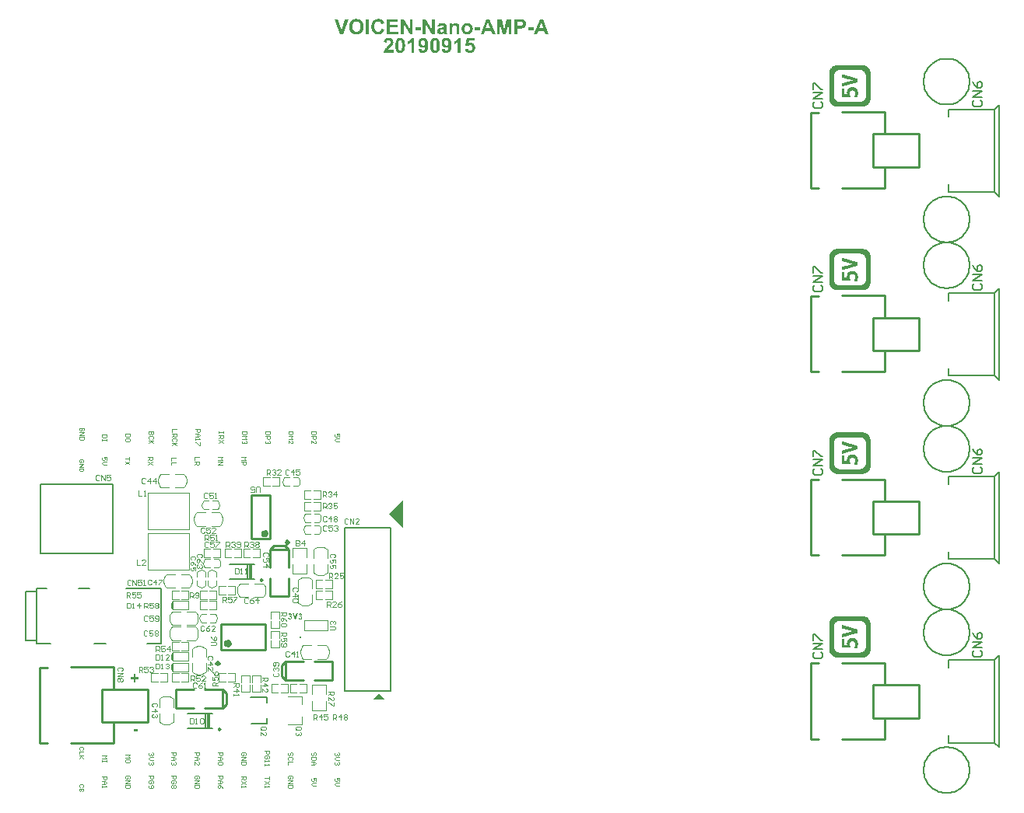
<source format=gto>
G04 Layer_Color=65535*
%FSLAX25Y25*%
%MOIN*%
G70*
G01*
G75*
%ADD33C,0.00800*%
%ADD35C,0.01000*%
%ADD44C,0.01575*%
%ADD45C,0.01181*%
%ADD46C,0.00400*%
%ADD47C,0.01200*%
%ADD48C,0.00984*%
%ADD49C,0.00500*%
%ADD50C,0.00197*%
%ADD51C,0.00787*%
%ADD52C,0.00100*%
%ADD53C,0.00394*%
G36*
X-26309Y168000D02*
X-27706D01*
X-30000Y174401D01*
X-28603D01*
X-26975Y169665D01*
X-25412Y174401D01*
X-24034D01*
X-26309Y168000D01*
D02*
G37*
G36*
X7203Y169711D02*
X4789D01*
Y170941D01*
X7203D01*
Y169711D01*
D02*
G37*
G36*
X61889Y168000D02*
X60493D01*
X59938Y169452D01*
X57366D01*
X56839Y168000D01*
X55470D01*
X57949Y174401D01*
X59318D01*
X61889Y168000D01*
D02*
G37*
G36*
X39033D02*
X37636D01*
X37081Y169452D01*
X34510D01*
X33982Y168000D01*
X32613D01*
X35092Y174401D01*
X36461D01*
X39033Y168000D01*
D02*
G37*
G36*
X49643Y174392D02*
X49883D01*
X50142Y174373D01*
X50401Y174355D01*
X50512Y174346D01*
X50623Y174336D01*
X50716Y174318D01*
X50789Y174299D01*
X50799D01*
X50817Y174290D01*
X50845Y174281D01*
X50882Y174272D01*
X50984Y174225D01*
X51113Y174170D01*
X51252Y174086D01*
X51409Y173976D01*
X51557Y173837D01*
X51705Y173670D01*
Y173661D01*
X51724Y173652D01*
X51742Y173624D01*
X51761Y173587D01*
X51798Y173531D01*
X51825Y173476D01*
X51863Y173411D01*
X51899Y173337D01*
X51964Y173152D01*
X52029Y172949D01*
X52066Y172699D01*
X52084Y172431D01*
Y172422D01*
Y172403D01*
Y172375D01*
Y172329D01*
X52075Y172283D01*
Y172218D01*
X52057Y172089D01*
X52029Y171931D01*
X51992Y171756D01*
X51937Y171589D01*
X51863Y171432D01*
X51853Y171413D01*
X51825Y171367D01*
X51779Y171293D01*
X51714Y171201D01*
X51640Y171108D01*
X51539Y170997D01*
X51437Y170895D01*
X51317Y170803D01*
X51298Y170793D01*
X51261Y170766D01*
X51196Y170729D01*
X51113Y170683D01*
X51012Y170627D01*
X50901Y170581D01*
X50780Y170535D01*
X50651Y170498D01*
X50632D01*
X50604Y170488D01*
X50568D01*
X50521Y170479D01*
X50457Y170470D01*
X50392Y170460D01*
X50309D01*
X50225Y170451D01*
X50124Y170442D01*
X50012Y170433D01*
X49892Y170423D01*
X49763D01*
X49624Y170414D01*
X48477D01*
Y168000D01*
X47182D01*
Y174401D01*
X49541D01*
X49643Y174392D01*
D02*
G37*
G36*
X3577Y168000D02*
X2283D01*
X-317Y172218D01*
Y168000D01*
X-1510D01*
Y174401D01*
X-261D01*
X2384Y170090D01*
Y174401D01*
X3577D01*
Y168000D01*
D02*
G37*
G36*
X13013D02*
X11717D01*
X9118Y172218D01*
Y168000D01*
X7925D01*
Y174401D01*
X9174D01*
X11819Y170090D01*
Y174401D01*
X13013D01*
Y168000D01*
D02*
G37*
G36*
X45869D02*
X44675D01*
X44666Y173032D01*
X43408Y168000D01*
X42159D01*
X40901Y173032D01*
Y168000D01*
X39708D01*
Y174401D01*
X41641D01*
X42788Y170026D01*
X43926Y174401D01*
X45869D01*
Y168000D01*
D02*
G37*
G36*
X32548Y169711D02*
X30134D01*
Y170941D01*
X32548D01*
Y169711D01*
D02*
G37*
G36*
X55405D02*
X52991D01*
Y170941D01*
X55405D01*
Y169711D01*
D02*
G37*
G36*
X-114069Y-130911D02*
X-116000D01*
Y-129927D01*
X-114069D01*
Y-130911D01*
D02*
G37*
G36*
X-115065Y-107765D02*
X-113740D01*
Y-108661D01*
X-115065D01*
Y-110000D01*
X-115982D01*
Y-108661D01*
X-117307D01*
Y-107765D01*
X-115982D01*
Y-106418D01*
X-115065D01*
Y-107765D01*
D02*
G37*
G36*
X-46466Y-83000D02*
X-47025D01*
X-47943Y-80440D01*
X-47384D01*
X-46733Y-82334D01*
X-46107Y-80440D01*
X-45556D01*
X-46466Y-83000D01*
D02*
G37*
G36*
X-48916Y-80428D02*
X-48882Y-80432D01*
X-48849Y-80436D01*
X-48808Y-80443D01*
X-48768Y-80454D01*
X-48675Y-80480D01*
X-48627Y-80499D01*
X-48575Y-80525D01*
X-48527Y-80551D01*
X-48483Y-80580D01*
X-48435Y-80617D01*
X-48394Y-80658D01*
X-48390Y-80662D01*
X-48387Y-80665D01*
X-48375Y-80676D01*
X-48364Y-80691D01*
X-48335Y-80728D01*
X-48302Y-80780D01*
X-48268Y-80843D01*
X-48242Y-80917D01*
X-48220Y-80998D01*
X-48216Y-81039D01*
X-48213Y-81083D01*
Y-81087D01*
Y-81098D01*
X-48216Y-81117D01*
X-48220Y-81139D01*
X-48224Y-81169D01*
X-48231Y-81202D01*
X-48242Y-81239D01*
X-48257Y-81279D01*
X-48279Y-81320D01*
X-48302Y-81365D01*
X-48331Y-81409D01*
X-48368Y-81453D01*
X-48412Y-81498D01*
X-48461Y-81542D01*
X-48516Y-81583D01*
X-48583Y-81624D01*
X-48579D01*
X-48572Y-81627D01*
X-48561D01*
X-48546Y-81635D01*
X-48505Y-81646D01*
X-48457Y-81668D01*
X-48401Y-81698D01*
X-48342Y-81735D01*
X-48283Y-81783D01*
X-48231Y-81838D01*
X-48224Y-81846D01*
X-48209Y-81868D01*
X-48191Y-81901D01*
X-48165Y-81949D01*
X-48139Y-82005D01*
X-48120Y-82075D01*
X-48105Y-82149D01*
X-48098Y-82234D01*
Y-82238D01*
Y-82249D01*
Y-82267D01*
X-48102Y-82290D01*
X-48105Y-82319D01*
X-48113Y-82353D01*
X-48120Y-82393D01*
X-48128Y-82434D01*
X-48157Y-82523D01*
X-48179Y-82571D01*
X-48202Y-82623D01*
X-48231Y-82671D01*
X-48265Y-82719D01*
X-48302Y-82767D01*
X-48346Y-82811D01*
X-48350Y-82815D01*
X-48357Y-82822D01*
X-48372Y-82833D01*
X-48390Y-82848D01*
X-48416Y-82867D01*
X-48442Y-82885D01*
X-48479Y-82907D01*
X-48516Y-82930D01*
X-48557Y-82952D01*
X-48605Y-82974D01*
X-48657Y-82993D01*
X-48709Y-83011D01*
X-48768Y-83026D01*
X-48827Y-83037D01*
X-48893Y-83044D01*
X-48960Y-83048D01*
X-48993D01*
X-49019Y-83044D01*
X-49049Y-83041D01*
X-49082Y-83037D01*
X-49119Y-83030D01*
X-49164Y-83022D01*
X-49252Y-83000D01*
X-49349Y-82963D01*
X-49400Y-82941D01*
X-49445Y-82915D01*
X-49493Y-82882D01*
X-49537Y-82848D01*
X-49541Y-82845D01*
X-49548Y-82837D01*
X-49560Y-82826D01*
X-49574Y-82811D01*
X-49593Y-82793D01*
X-49611Y-82767D01*
X-49633Y-82741D01*
X-49656Y-82708D01*
X-49678Y-82671D01*
X-49704Y-82634D01*
X-49744Y-82545D01*
X-49778Y-82441D01*
X-49793Y-82386D01*
X-49800Y-82327D01*
X-49326Y-82267D01*
Y-82271D01*
Y-82275D01*
X-49323Y-82297D01*
X-49315Y-82330D01*
X-49304Y-82371D01*
X-49286Y-82415D01*
X-49267Y-82464D01*
X-49238Y-82508D01*
X-49204Y-82549D01*
X-49201Y-82552D01*
X-49186Y-82563D01*
X-49164Y-82578D01*
X-49138Y-82593D01*
X-49101Y-82612D01*
X-49060Y-82626D01*
X-49016Y-82637D01*
X-48964Y-82641D01*
X-48956D01*
X-48938Y-82637D01*
X-48912Y-82634D01*
X-48875Y-82626D01*
X-48834Y-82612D01*
X-48794Y-82593D01*
X-48749Y-82563D01*
X-48709Y-82526D01*
X-48705Y-82523D01*
X-48690Y-82504D01*
X-48675Y-82478D01*
X-48653Y-82445D01*
X-48634Y-82401D01*
X-48616Y-82345D01*
X-48605Y-82282D01*
X-48601Y-82212D01*
Y-82208D01*
Y-82205D01*
Y-82182D01*
X-48605Y-82149D01*
X-48612Y-82105D01*
X-48627Y-82056D01*
X-48646Y-82008D01*
X-48671Y-81960D01*
X-48705Y-81916D01*
X-48709Y-81912D01*
X-48723Y-81897D01*
X-48746Y-81879D01*
X-48771Y-81860D01*
X-48808Y-81838D01*
X-48849Y-81823D01*
X-48893Y-81809D01*
X-48945Y-81805D01*
X-48982D01*
X-49008Y-81809D01*
X-49042Y-81812D01*
X-49082Y-81820D01*
X-49123Y-81831D01*
X-49171Y-81842D01*
X-49119Y-81446D01*
X-49086D01*
X-49049Y-81442D01*
X-49005Y-81439D01*
X-48956Y-81428D01*
X-48905Y-81413D01*
X-48856Y-81391D01*
X-48812Y-81361D01*
X-48808Y-81357D01*
X-48794Y-81342D01*
X-48779Y-81324D01*
X-48757Y-81294D01*
X-48738Y-81261D01*
X-48720Y-81220D01*
X-48709Y-81172D01*
X-48705Y-81117D01*
Y-81109D01*
Y-81094D01*
X-48709Y-81072D01*
X-48716Y-81043D01*
X-48723Y-81009D01*
X-48738Y-80976D01*
X-48757Y-80939D01*
X-48783Y-80910D01*
X-48786Y-80906D01*
X-48797Y-80898D01*
X-48812Y-80884D01*
X-48838Y-80869D01*
X-48868Y-80858D01*
X-48901Y-80843D01*
X-48945Y-80835D01*
X-48990Y-80832D01*
X-49012D01*
X-49034Y-80835D01*
X-49064Y-80843D01*
X-49097Y-80854D01*
X-49134Y-80869D01*
X-49171Y-80891D01*
X-49204Y-80921D01*
X-49208Y-80924D01*
X-49219Y-80935D01*
X-49234Y-80958D01*
X-49252Y-80987D01*
X-49271Y-81020D01*
X-49286Y-81065D01*
X-49301Y-81117D01*
X-49312Y-81176D01*
X-49763Y-81102D01*
Y-81098D01*
X-49759Y-81091D01*
Y-81080D01*
X-49756Y-81061D01*
X-49744Y-81020D01*
X-49730Y-80965D01*
X-49707Y-80906D01*
X-49685Y-80843D01*
X-49656Y-80784D01*
X-49622Y-80728D01*
X-49619Y-80721D01*
X-49604Y-80706D01*
X-49582Y-80680D01*
X-49552Y-80647D01*
X-49515Y-80613D01*
X-49471Y-80576D01*
X-49415Y-80540D01*
X-49356Y-80506D01*
X-49352D01*
X-49349Y-80502D01*
X-49326Y-80495D01*
X-49289Y-80480D01*
X-49245Y-80466D01*
X-49189Y-80451D01*
X-49123Y-80436D01*
X-49053Y-80428D01*
X-48975Y-80425D01*
X-48942D01*
X-48916Y-80428D01*
D02*
G37*
G36*
X-44539D02*
X-44505Y-80432D01*
X-44472Y-80436D01*
X-44431Y-80443D01*
X-44391Y-80454D01*
X-44298Y-80480D01*
X-44250Y-80499D01*
X-44198Y-80525D01*
X-44150Y-80551D01*
X-44106Y-80580D01*
X-44058Y-80617D01*
X-44017Y-80658D01*
X-44013Y-80662D01*
X-44010Y-80665D01*
X-43998Y-80676D01*
X-43987Y-80691D01*
X-43958Y-80728D01*
X-43924Y-80780D01*
X-43891Y-80843D01*
X-43865Y-80917D01*
X-43843Y-80998D01*
X-43839Y-81039D01*
X-43836Y-81083D01*
Y-81087D01*
Y-81098D01*
X-43839Y-81117D01*
X-43843Y-81139D01*
X-43847Y-81169D01*
X-43854Y-81202D01*
X-43865Y-81239D01*
X-43880Y-81279D01*
X-43902Y-81320D01*
X-43924Y-81365D01*
X-43954Y-81409D01*
X-43991Y-81453D01*
X-44035Y-81498D01*
X-44083Y-81542D01*
X-44139Y-81583D01*
X-44206Y-81624D01*
X-44202D01*
X-44194Y-81627D01*
X-44183D01*
X-44169Y-81635D01*
X-44128Y-81646D01*
X-44080Y-81668D01*
X-44024Y-81698D01*
X-43965Y-81735D01*
X-43906Y-81783D01*
X-43854Y-81838D01*
X-43847Y-81846D01*
X-43832Y-81868D01*
X-43813Y-81901D01*
X-43788Y-81949D01*
X-43762Y-82005D01*
X-43743Y-82075D01*
X-43728Y-82149D01*
X-43721Y-82234D01*
Y-82238D01*
Y-82249D01*
Y-82267D01*
X-43725Y-82290D01*
X-43728Y-82319D01*
X-43736Y-82353D01*
X-43743Y-82393D01*
X-43751Y-82434D01*
X-43780Y-82523D01*
X-43802Y-82571D01*
X-43824Y-82623D01*
X-43854Y-82671D01*
X-43887Y-82719D01*
X-43924Y-82767D01*
X-43969Y-82811D01*
X-43973Y-82815D01*
X-43980Y-82822D01*
X-43995Y-82833D01*
X-44013Y-82848D01*
X-44039Y-82867D01*
X-44065Y-82885D01*
X-44102Y-82907D01*
X-44139Y-82930D01*
X-44180Y-82952D01*
X-44228Y-82974D01*
X-44280Y-82993D01*
X-44331Y-83011D01*
X-44391Y-83026D01*
X-44450Y-83037D01*
X-44516Y-83044D01*
X-44583Y-83048D01*
X-44616D01*
X-44642Y-83044D01*
X-44672Y-83041D01*
X-44705Y-83037D01*
X-44742Y-83030D01*
X-44787Y-83022D01*
X-44875Y-83000D01*
X-44971Y-82963D01*
X-45023Y-82941D01*
X-45068Y-82915D01*
X-45116Y-82882D01*
X-45160Y-82848D01*
X-45164Y-82845D01*
X-45171Y-82837D01*
X-45182Y-82826D01*
X-45197Y-82811D01*
X-45216Y-82793D01*
X-45234Y-82767D01*
X-45256Y-82741D01*
X-45279Y-82708D01*
X-45301Y-82671D01*
X-45327Y-82634D01*
X-45367Y-82545D01*
X-45401Y-82441D01*
X-45415Y-82386D01*
X-45423Y-82327D01*
X-44949Y-82267D01*
Y-82271D01*
Y-82275D01*
X-44946Y-82297D01*
X-44938Y-82330D01*
X-44927Y-82371D01*
X-44909Y-82415D01*
X-44890Y-82464D01*
X-44861Y-82508D01*
X-44827Y-82549D01*
X-44824Y-82552D01*
X-44809Y-82563D01*
X-44787Y-82578D01*
X-44761Y-82593D01*
X-44724Y-82612D01*
X-44683Y-82626D01*
X-44638Y-82637D01*
X-44587Y-82641D01*
X-44579D01*
X-44561Y-82637D01*
X-44535Y-82634D01*
X-44498Y-82626D01*
X-44457Y-82612D01*
X-44416Y-82593D01*
X-44372Y-82563D01*
X-44331Y-82526D01*
X-44328Y-82523D01*
X-44313Y-82504D01*
X-44298Y-82478D01*
X-44276Y-82445D01*
X-44257Y-82401D01*
X-44239Y-82345D01*
X-44228Y-82282D01*
X-44224Y-82212D01*
Y-82208D01*
Y-82205D01*
Y-82182D01*
X-44228Y-82149D01*
X-44235Y-82105D01*
X-44250Y-82056D01*
X-44269Y-82008D01*
X-44294Y-81960D01*
X-44328Y-81916D01*
X-44331Y-81912D01*
X-44346Y-81897D01*
X-44368Y-81879D01*
X-44394Y-81860D01*
X-44431Y-81838D01*
X-44472Y-81823D01*
X-44516Y-81809D01*
X-44568Y-81805D01*
X-44605D01*
X-44631Y-81809D01*
X-44664Y-81812D01*
X-44705Y-81820D01*
X-44746Y-81831D01*
X-44794Y-81842D01*
X-44742Y-81446D01*
X-44709D01*
X-44672Y-81442D01*
X-44627Y-81439D01*
X-44579Y-81428D01*
X-44528Y-81413D01*
X-44479Y-81391D01*
X-44435Y-81361D01*
X-44431Y-81357D01*
X-44416Y-81342D01*
X-44402Y-81324D01*
X-44379Y-81294D01*
X-44361Y-81261D01*
X-44342Y-81220D01*
X-44331Y-81172D01*
X-44328Y-81117D01*
Y-81109D01*
Y-81094D01*
X-44331Y-81072D01*
X-44339Y-81043D01*
X-44346Y-81009D01*
X-44361Y-80976D01*
X-44379Y-80939D01*
X-44405Y-80910D01*
X-44409Y-80906D01*
X-44420Y-80898D01*
X-44435Y-80884D01*
X-44461Y-80869D01*
X-44491Y-80858D01*
X-44524Y-80843D01*
X-44568Y-80835D01*
X-44613Y-80832D01*
X-44635D01*
X-44657Y-80835D01*
X-44687Y-80843D01*
X-44720Y-80854D01*
X-44757Y-80869D01*
X-44794Y-80891D01*
X-44827Y-80921D01*
X-44831Y-80924D01*
X-44842Y-80935D01*
X-44857Y-80958D01*
X-44875Y-80987D01*
X-44894Y-81020D01*
X-44909Y-81065D01*
X-44923Y-81117D01*
X-44934Y-81176D01*
X-45386Y-81102D01*
Y-81098D01*
X-45382Y-81091D01*
Y-81080D01*
X-45379Y-81061D01*
X-45367Y-81020D01*
X-45353Y-80965D01*
X-45330Y-80906D01*
X-45308Y-80843D01*
X-45279Y-80784D01*
X-45245Y-80728D01*
X-45242Y-80721D01*
X-45227Y-80706D01*
X-45205Y-80680D01*
X-45175Y-80647D01*
X-45138Y-80613D01*
X-45094Y-80576D01*
X-45038Y-80540D01*
X-44979Y-80506D01*
X-44975D01*
X-44971Y-80502D01*
X-44949Y-80495D01*
X-44912Y-80480D01*
X-44868Y-80466D01*
X-44812Y-80451D01*
X-44746Y-80436D01*
X-44675Y-80428D01*
X-44598Y-80425D01*
X-44565D01*
X-44539Y-80428D01*
D02*
G37*
G36*
X-2731Y173319D02*
X-6181D01*
Y171904D01*
X-2971D01*
Y170821D01*
X-6181D01*
Y169082D01*
X-2611D01*
Y168000D01*
X-7476D01*
Y174401D01*
X-2731D01*
Y173319D01*
D02*
G37*
G36*
X16379Y172736D02*
X16454D01*
X16638Y172717D01*
X16833Y172699D01*
X17036Y172662D01*
X17231Y172607D01*
X17314Y172579D01*
X17397Y172542D01*
X17406D01*
X17415Y172532D01*
X17462Y172505D01*
X17536Y172468D01*
X17619Y172412D01*
X17721Y172338D01*
X17813Y172255D01*
X17897Y172153D01*
X17970Y172052D01*
X17980Y172033D01*
X17998Y171996D01*
X18026Y171913D01*
X18035Y171867D01*
X18054Y171802D01*
X18072Y171737D01*
X18081Y171654D01*
X18100Y171561D01*
X18109Y171459D01*
X18119Y171349D01*
X18128Y171228D01*
X18137Y171099D01*
Y170951D01*
X18119Y169517D01*
Y169508D01*
Y169489D01*
Y169462D01*
Y169415D01*
Y169304D01*
X18128Y169175D01*
Y169027D01*
X18146Y168879D01*
X18156Y168731D01*
X18174Y168611D01*
Y168601D01*
X18183Y168564D01*
X18202Y168500D01*
X18220Y168426D01*
X18257Y168333D01*
X18294Y168231D01*
X18340Y168120D01*
X18396Y168000D01*
X17184D01*
Y168009D01*
X17175Y168018D01*
X17166Y168055D01*
X17147Y168093D01*
X17129Y168139D01*
X17110Y168203D01*
X17092Y168278D01*
X17064Y168361D01*
Y168370D01*
X17055Y168379D01*
X17045Y168416D01*
X17027Y168463D01*
X17018Y168500D01*
X16999Y168490D01*
X16962Y168453D01*
X16897Y168398D01*
X16814Y168333D01*
X16713Y168259D01*
X16601Y168176D01*
X16472Y168111D01*
X16342Y168046D01*
X16324Y168037D01*
X16278Y168028D01*
X16204Y168000D01*
X16111Y167972D01*
X16000Y167945D01*
X15871Y167926D01*
X15723Y167908D01*
X15575Y167898D01*
X15510D01*
X15454Y167908D01*
X15399D01*
X15325Y167917D01*
X15168Y167945D01*
X14983Y167991D01*
X14798Y168055D01*
X14613Y168148D01*
X14446Y168278D01*
Y168287D01*
X14428Y168296D01*
X14381Y168351D01*
X14317Y168435D01*
X14243Y168546D01*
X14169Y168684D01*
X14104Y168851D01*
X14058Y169045D01*
X14049Y169147D01*
X14039Y169258D01*
Y169276D01*
Y169323D01*
X14049Y169397D01*
X14067Y169489D01*
X14085Y169600D01*
X14113Y169711D01*
X14160Y169832D01*
X14224Y169952D01*
X14233Y169970D01*
X14261Y170007D01*
X14298Y170063D01*
X14363Y170127D01*
X14428Y170202D01*
X14520Y170285D01*
X14622Y170359D01*
X14742Y170423D01*
X14761Y170433D01*
X14807Y170451D01*
X14881Y170479D01*
X14992Y170525D01*
X15131Y170571D01*
X15297Y170618D01*
X15501Y170664D01*
X15723Y170710D01*
X15732D01*
X15760Y170720D01*
X15806Y170729D01*
X15861Y170738D01*
X15935Y170747D01*
X16019Y170766D01*
X16204Y170812D01*
X16398Y170858D01*
X16601Y170905D01*
X16777Y170960D01*
X16860Y170988D01*
X16925Y171016D01*
Y171136D01*
Y171154D01*
Y171191D01*
X16916Y171256D01*
X16907Y171339D01*
X16879Y171423D01*
X16851Y171506D01*
X16805Y171580D01*
X16740Y171644D01*
X16731Y171654D01*
X16703Y171672D01*
X16657Y171691D01*
X16592Y171728D01*
X16500Y171756D01*
X16389Y171774D01*
X16250Y171792D01*
X16083Y171802D01*
X16028D01*
X15972Y171792D01*
X15899Y171783D01*
X15815Y171765D01*
X15723Y171746D01*
X15640Y171709D01*
X15565Y171663D01*
X15556Y171654D01*
X15538Y171635D01*
X15501Y171607D01*
X15464Y171561D01*
X15408Y171496D01*
X15362Y171413D01*
X15316Y171321D01*
X15270Y171210D01*
X14169Y171413D01*
Y171423D01*
X14178Y171441D01*
X14187Y171478D01*
X14206Y171524D01*
X14224Y171580D01*
X14252Y171644D01*
X14317Y171792D01*
X14409Y171950D01*
X14520Y172116D01*
X14650Y172274D01*
X14807Y172412D01*
X14816D01*
X14826Y172431D01*
X14853Y172440D01*
X14890Y172468D01*
X14946Y172486D01*
X15001Y172514D01*
X15075Y172551D01*
X15149Y172579D01*
X15242Y172607D01*
X15344Y172643D01*
X15454Y172671D01*
X15584Y172690D01*
X15713Y172717D01*
X15861Y172727D01*
X16010Y172745D01*
X16315D01*
X16379Y172736D01*
D02*
G37*
G36*
X-15172Y168000D02*
X-16467D01*
Y174401D01*
X-15172D01*
Y168000D01*
D02*
G37*
G36*
X-20417Y174512D02*
X-20324D01*
X-20204Y174494D01*
X-20065Y174475D01*
X-19908Y174447D01*
X-19742Y174410D01*
X-19566Y174364D01*
X-19381Y174309D01*
X-19196Y174234D01*
X-19002Y174151D01*
X-18817Y174049D01*
X-18632Y173929D01*
X-18456Y173791D01*
X-18290Y173633D01*
X-18280Y173624D01*
X-18252Y173596D01*
X-18206Y173541D01*
X-18160Y173476D01*
X-18095Y173383D01*
X-18021Y173273D01*
X-17947Y173143D01*
X-17864Y172995D01*
X-17781Y172838D01*
X-17707Y172653D01*
X-17633Y172449D01*
X-17568Y172237D01*
X-17513Y171996D01*
X-17476Y171746D01*
X-17448Y171478D01*
X-17438Y171191D01*
Y171173D01*
Y171126D01*
X-17448Y171043D01*
Y170932D01*
X-17466Y170803D01*
X-17485Y170655D01*
X-17513Y170479D01*
X-17540Y170303D01*
X-17586Y170109D01*
X-17642Y169905D01*
X-17716Y169702D01*
X-17799Y169499D01*
X-17892Y169304D01*
X-18012Y169110D01*
X-18142Y168925D01*
X-18290Y168749D01*
X-18299Y168740D01*
X-18327Y168712D01*
X-18373Y168666D01*
X-18447Y168611D01*
X-18530Y168546D01*
X-18632Y168472D01*
X-18752Y168398D01*
X-18881Y168315D01*
X-19039Y168231D01*
X-19205Y168157D01*
X-19390Y168083D01*
X-19594Y168018D01*
X-19806Y167963D01*
X-20038Y167917D01*
X-20278Y167889D01*
X-20537Y167880D01*
X-20602D01*
X-20676Y167889D01*
X-20768Y167898D01*
X-20889Y167908D01*
X-21027Y167926D01*
X-21185Y167954D01*
X-21351Y167991D01*
X-21536Y168037D01*
X-21712Y168093D01*
X-21906Y168166D01*
X-22091Y168250D01*
X-22286Y168342D01*
X-22461Y168463D01*
X-22637Y168592D01*
X-22804Y168749D01*
X-22813Y168758D01*
X-22840Y168786D01*
X-22877Y168842D01*
X-22933Y168906D01*
X-22998Y168999D01*
X-23072Y169110D01*
X-23146Y169230D01*
X-23220Y169378D01*
X-23303Y169536D01*
X-23377Y169720D01*
X-23451Y169915D01*
X-23516Y170127D01*
X-23571Y170359D01*
X-23608Y170608D01*
X-23636Y170877D01*
X-23645Y171154D01*
Y171163D01*
Y171201D01*
Y171247D01*
X-23636Y171321D01*
Y171404D01*
X-23627Y171496D01*
X-23618Y171607D01*
X-23608Y171728D01*
X-23571Y171987D01*
X-23525Y172264D01*
X-23451Y172542D01*
X-23359Y172801D01*
Y172810D01*
X-23349Y172819D01*
X-23331Y172847D01*
X-23322Y172884D01*
X-23266Y172977D01*
X-23201Y173097D01*
X-23118Y173235D01*
X-23016Y173374D01*
X-22896Y173531D01*
X-22767Y173679D01*
X-22757Y173689D01*
X-22748Y173698D01*
X-22702Y173744D01*
X-22618Y173818D01*
X-22517Y173901D01*
X-22397Y173994D01*
X-22258Y174096D01*
X-22100Y174188D01*
X-21934Y174262D01*
X-21925D01*
X-21906Y174272D01*
X-21869Y174290D01*
X-21823Y174299D01*
X-21768Y174327D01*
X-21703Y174346D01*
X-21620Y174364D01*
X-21536Y174392D01*
X-21333Y174438D01*
X-21102Y174484D01*
X-20833Y174512D01*
X-20556Y174521D01*
X-20491D01*
X-20417Y174512D01*
D02*
G37*
G36*
X27091Y172736D02*
X27183Y172727D01*
X27285Y172708D01*
X27406Y172690D01*
X27526Y172662D01*
X27665Y172625D01*
X27803Y172579D01*
X27942Y172523D01*
X28090Y172459D01*
X28238Y172375D01*
X28377Y172283D01*
X28515Y172181D01*
X28645Y172061D01*
X28654Y172052D01*
X28673Y172033D01*
X28710Y171987D01*
X28747Y171941D01*
X28802Y171867D01*
X28858Y171792D01*
X28923Y171691D01*
X28987Y171589D01*
X29043Y171469D01*
X29107Y171339D01*
X29163Y171191D01*
X29219Y171043D01*
X29256Y170877D01*
X29293Y170710D01*
X29311Y170525D01*
X29320Y170331D01*
Y170322D01*
Y170285D01*
Y170229D01*
X29311Y170155D01*
X29302Y170063D01*
X29283Y169961D01*
X29265Y169841D01*
X29237Y169720D01*
X29200Y169582D01*
X29154Y169443D01*
X29098Y169295D01*
X29033Y169147D01*
X28950Y168999D01*
X28858Y168860D01*
X28756Y168721D01*
X28636Y168583D01*
X28626Y168573D01*
X28608Y168555D01*
X28571Y168518D01*
X28515Y168472D01*
X28451Y168426D01*
X28367Y168370D01*
X28275Y168305D01*
X28173Y168240D01*
X28053Y168176D01*
X27924Y168111D01*
X27785Y168055D01*
X27628Y168009D01*
X27470Y167963D01*
X27294Y167926D01*
X27119Y167908D01*
X26924Y167898D01*
X26860D01*
X26814Y167908D01*
X26758D01*
X26693Y167917D01*
X26536Y167935D01*
X26342Y167972D01*
X26138Y168018D01*
X25925Y168093D01*
X25703Y168185D01*
X25694D01*
X25676Y168194D01*
X25648Y168213D01*
X25611Y168240D01*
X25509Y168305D01*
X25380Y168398D01*
X25241Y168518D01*
X25093Y168666D01*
X24954Y168833D01*
X24825Y169027D01*
Y169036D01*
X24815Y169054D01*
X24797Y169082D01*
X24779Y169129D01*
X24760Y169184D01*
X24732Y169249D01*
X24704Y169323D01*
X24677Y169406D01*
X24649Y169499D01*
X24621Y169600D01*
X24575Y169832D01*
X24538Y170100D01*
X24529Y170387D01*
Y170396D01*
Y170414D01*
Y170451D01*
X24538Y170488D01*
Y170544D01*
X24547Y170608D01*
X24566Y170766D01*
X24603Y170941D01*
X24658Y171136D01*
X24723Y171349D01*
X24825Y171561D01*
Y171571D01*
X24843Y171589D01*
X24852Y171617D01*
X24880Y171654D01*
X24954Y171756D01*
X25047Y171885D01*
X25167Y172024D01*
X25315Y172172D01*
X25482Y172310D01*
X25676Y172440D01*
X25685D01*
X25703Y172449D01*
X25731Y172468D01*
X25778Y172486D01*
X25824Y172514D01*
X25888Y172532D01*
X25962Y172560D01*
X26037Y172597D01*
X26221Y172653D01*
X26434Y172699D01*
X26665Y172736D01*
X26915Y172745D01*
X27017D01*
X27091Y172736D01*
D02*
G37*
G36*
X8131Y166429D02*
X8205D01*
X8288Y166419D01*
X8381Y166401D01*
X8492Y166373D01*
X8603Y166346D01*
X8732Y166299D01*
X8862Y166253D01*
X8991Y166188D01*
X9130Y166114D01*
X9260Y166031D01*
X9389Y165929D01*
X9518Y165809D01*
X9639Y165680D01*
X9648Y165670D01*
X9667Y165642D01*
X9694Y165596D01*
X9741Y165532D01*
X9787Y165448D01*
X9842Y165347D01*
X9898Y165226D01*
X9953Y165087D01*
X10009Y164921D01*
X10074Y164736D01*
X10120Y164532D01*
X10166Y164311D01*
X10212Y164061D01*
X10240Y163793D01*
X10259Y163506D01*
X10268Y163191D01*
Y163182D01*
Y163173D01*
Y163145D01*
Y163117D01*
Y163025D01*
X10259Y162905D01*
X10249Y162757D01*
X10231Y162590D01*
X10212Y162414D01*
X10185Y162220D01*
X10148Y162007D01*
X10110Y161804D01*
X10055Y161591D01*
X9990Y161378D01*
X9916Y161184D01*
X9824Y160990D01*
X9731Y160814D01*
X9611Y160657D01*
X9602Y160647D01*
X9583Y160620D01*
X9546Y160583D01*
X9491Y160537D01*
X9426Y160481D01*
X9352Y160407D01*
X9260Y160342D01*
X9158Y160268D01*
X9047Y160194D01*
X8917Y160129D01*
X8778Y160065D01*
X8630Y160000D01*
X8464Y159954D01*
X8298Y159917D01*
X8122Y159889D01*
X7927Y159880D01*
X7853D01*
X7807Y159889D01*
X7743D01*
X7668Y159898D01*
X7493Y159926D01*
X7299Y159982D01*
X7104Y160046D01*
X6901Y160148D01*
X6808Y160204D01*
X6716Y160277D01*
X6707Y160287D01*
X6697Y160296D01*
X6669Y160324D01*
X6642Y160352D01*
X6605Y160398D01*
X6559Y160444D01*
X6521Y160509D01*
X6466Y160573D01*
X6420Y160657D01*
X6364Y160740D01*
X6318Y160842D01*
X6272Y160953D01*
X6225Y161064D01*
X6188Y161193D01*
X6151Y161323D01*
X6124Y161471D01*
X7308Y161609D01*
Y161591D01*
X7317Y161545D01*
X7326Y161480D01*
X7354Y161406D01*
X7382Y161313D01*
X7419Y161221D01*
X7465Y161138D01*
X7530Y161064D01*
X7539Y161055D01*
X7567Y161036D01*
X7604Y161008D01*
X7659Y160980D01*
X7733Y160953D01*
X7807Y160925D01*
X7909Y160907D01*
X8011Y160897D01*
X8029D01*
X8076Y160907D01*
X8140Y160916D01*
X8233Y160943D01*
X8335Y160980D01*
X8436Y161045D01*
X8547Y161128D01*
X8649Y161240D01*
X8658Y161258D01*
X8677Y161276D01*
X8695Y161313D01*
X8714Y161351D01*
X8742Y161406D01*
X8760Y161471D01*
X8797Y161554D01*
X8825Y161646D01*
X8852Y161748D01*
X8880Y161869D01*
X8908Y161998D01*
X8936Y162146D01*
X8954Y162312D01*
X8973Y162497D01*
X8991Y162692D01*
X8982Y162682D01*
X8973Y162673D01*
X8945Y162645D01*
X8908Y162609D01*
X8862Y162572D01*
X8806Y162525D01*
X8677Y162424D01*
X8510Y162322D01*
X8307Y162239D01*
X8196Y162201D01*
X8085Y162183D01*
X7965Y162164D01*
X7835Y162155D01*
X7761D01*
X7705Y162164D01*
X7641Y162174D01*
X7567Y162183D01*
X7391Y162229D01*
X7187Y162294D01*
X7086Y162349D01*
X6975Y162405D01*
X6864Y162470D01*
X6753Y162544D01*
X6642Y162636D01*
X6540Y162738D01*
X6531Y162747D01*
X6512Y162766D01*
X6494Y162803D01*
X6457Y162840D01*
X6410Y162905D01*
X6364Y162969D01*
X6318Y163052D01*
X6272Y163145D01*
X6216Y163247D01*
X6170Y163367D01*
X6124Y163487D01*
X6078Y163626D01*
X6041Y163765D01*
X6022Y163922D01*
X6004Y164088D01*
X5994Y164255D01*
Y164264D01*
Y164301D01*
Y164348D01*
X6004Y164421D01*
X6013Y164505D01*
X6022Y164597D01*
X6041Y164708D01*
X6068Y164819D01*
X6133Y165069D01*
X6179Y165208D01*
X6235Y165337D01*
X6300Y165467D01*
X6383Y165596D01*
X6466Y165717D01*
X6568Y165837D01*
X6577Y165846D01*
X6595Y165865D01*
X6623Y165892D01*
X6669Y165929D01*
X6734Y165975D01*
X6799Y166031D01*
X6882Y166077D01*
X6975Y166142D01*
X7067Y166198D01*
X7187Y166244D01*
X7308Y166299D01*
X7437Y166346D01*
X7576Y166383D01*
X7724Y166410D01*
X7872Y166429D01*
X8038Y166438D01*
X8085D01*
X8131Y166429D01*
D02*
G37*
G36*
X18084D02*
X18158D01*
X18241Y166419D01*
X18334Y166401D01*
X18445Y166373D01*
X18556Y166346D01*
X18685Y166299D01*
X18815Y166253D01*
X18944Y166188D01*
X19083Y166114D01*
X19212Y166031D01*
X19342Y165929D01*
X19471Y165809D01*
X19592Y165680D01*
X19601Y165670D01*
X19620Y165642D01*
X19647Y165596D01*
X19693Y165532D01*
X19740Y165448D01*
X19795Y165347D01*
X19851Y165226D01*
X19906Y165087D01*
X19962Y164921D01*
X20027Y164736D01*
X20073Y164532D01*
X20119Y164311D01*
X20165Y164061D01*
X20193Y163793D01*
X20211Y163506D01*
X20221Y163191D01*
Y163182D01*
Y163173D01*
Y163145D01*
Y163117D01*
Y163025D01*
X20211Y162905D01*
X20202Y162757D01*
X20184Y162590D01*
X20165Y162414D01*
X20137Y162220D01*
X20100Y162007D01*
X20064Y161804D01*
X20008Y161591D01*
X19943Y161378D01*
X19869Y161184D01*
X19777Y160990D01*
X19684Y160814D01*
X19564Y160657D01*
X19555Y160647D01*
X19536Y160620D01*
X19499Y160583D01*
X19444Y160537D01*
X19379Y160481D01*
X19305Y160407D01*
X19212Y160342D01*
X19111Y160268D01*
X19000Y160194D01*
X18870Y160129D01*
X18732Y160065D01*
X18584Y160000D01*
X18417Y159954D01*
X18250Y159917D01*
X18075Y159889D01*
X17880Y159880D01*
X17807D01*
X17760Y159889D01*
X17695D01*
X17621Y159898D01*
X17446Y159926D01*
X17252Y159982D01*
X17057Y160046D01*
X16854Y160148D01*
X16761Y160204D01*
X16669Y160277D01*
X16659Y160287D01*
X16650Y160296D01*
X16623Y160324D01*
X16595Y160352D01*
X16558Y160398D01*
X16511Y160444D01*
X16475Y160509D01*
X16419Y160573D01*
X16373Y160657D01*
X16317Y160740D01*
X16271Y160842D01*
X16225Y160953D01*
X16179Y161064D01*
X16141Y161193D01*
X16104Y161323D01*
X16077Y161471D01*
X17261Y161609D01*
Y161591D01*
X17270Y161545D01*
X17279Y161480D01*
X17307Y161406D01*
X17335Y161313D01*
X17372Y161221D01*
X17418Y161138D01*
X17483Y161064D01*
X17492Y161055D01*
X17520Y161036D01*
X17557Y161008D01*
X17612Y160980D01*
X17686Y160953D01*
X17760Y160925D01*
X17862Y160907D01*
X17964Y160897D01*
X17982D01*
X18029Y160907D01*
X18093Y160916D01*
X18186Y160943D01*
X18288Y160980D01*
X18389Y161045D01*
X18500Y161128D01*
X18602Y161240D01*
X18611Y161258D01*
X18630Y161276D01*
X18648Y161313D01*
X18667Y161351D01*
X18695Y161406D01*
X18713Y161471D01*
X18750Y161554D01*
X18778Y161646D01*
X18805Y161748D01*
X18833Y161869D01*
X18861Y161998D01*
X18889Y162146D01*
X18907Y162312D01*
X18926Y162497D01*
X18944Y162692D01*
X18935Y162682D01*
X18926Y162673D01*
X18898Y162645D01*
X18861Y162609D01*
X18815Y162572D01*
X18759Y162525D01*
X18630Y162424D01*
X18463Y162322D01*
X18260Y162239D01*
X18149Y162201D01*
X18038Y162183D01*
X17918Y162164D01*
X17788Y162155D01*
X17714D01*
X17659Y162164D01*
X17594Y162174D01*
X17520Y162183D01*
X17344Y162229D01*
X17141Y162294D01*
X17039Y162349D01*
X16928Y162405D01*
X16817Y162470D01*
X16706Y162544D01*
X16595Y162636D01*
X16493Y162738D01*
X16484Y162747D01*
X16465Y162766D01*
X16447Y162803D01*
X16410Y162840D01*
X16364Y162905D01*
X16317Y162969D01*
X16271Y163052D01*
X16225Y163145D01*
X16169Y163247D01*
X16123Y163367D01*
X16077Y163487D01*
X16030Y163626D01*
X15993Y163765D01*
X15975Y163922D01*
X15957Y164088D01*
X15947Y164255D01*
Y164264D01*
Y164301D01*
Y164348D01*
X15957Y164421D01*
X15966Y164505D01*
X15975Y164597D01*
X15993Y164708D01*
X16021Y164819D01*
X16086Y165069D01*
X16132Y165208D01*
X16188Y165337D01*
X16252Y165467D01*
X16336Y165596D01*
X16419Y165717D01*
X16521Y165837D01*
X16530Y165846D01*
X16548Y165865D01*
X16576Y165892D01*
X16623Y165929D01*
X16687Y165975D01*
X16752Y166031D01*
X16835Y166077D01*
X16928Y166142D01*
X17020Y166198D01*
X17141Y166244D01*
X17261Y166299D01*
X17390Y166346D01*
X17529Y166383D01*
X17677Y166410D01*
X17825Y166429D01*
X17991Y166438D01*
X18038D01*
X18084Y166429D01*
D02*
G37*
G36*
X24152Y160000D02*
X22922D01*
Y164634D01*
X22912Y164625D01*
X22894Y164606D01*
X22857Y164579D01*
X22802Y164532D01*
X22737Y164477D01*
X22663Y164421D01*
X22570Y164357D01*
X22468Y164283D01*
X22357Y164209D01*
X22237Y164135D01*
X22108Y164051D01*
X21969Y163978D01*
X21673Y163839D01*
X21340Y163709D01*
Y164819D01*
X21349D01*
X21359Y164829D01*
X21386Y164838D01*
X21423Y164847D01*
X21516Y164893D01*
X21645Y164949D01*
X21802Y165023D01*
X21978Y165124D01*
X22173Y165254D01*
X22376Y165402D01*
X22385Y165411D01*
X22404Y165420D01*
X22432Y165448D01*
X22468Y165485D01*
X22570Y165578D01*
X22681Y165698D01*
X22811Y165846D01*
X22940Y166031D01*
X23061Y166225D01*
X23153Y166438D01*
X24152D01*
Y160000D01*
D02*
G37*
G36*
X30035Y165171D02*
X27713D01*
X27519Y164079D01*
X27528D01*
X27538Y164088D01*
X27593Y164116D01*
X27676Y164144D01*
X27778Y164190D01*
X27907Y164227D01*
X28046Y164255D01*
X28203Y164283D01*
X28361Y164292D01*
X28444D01*
X28499Y164283D01*
X28564Y164274D01*
X28648Y164264D01*
X28740Y164246D01*
X28842Y164218D01*
X29054Y164144D01*
X29175Y164098D01*
X29286Y164042D01*
X29406Y163968D01*
X29526Y163885D01*
X29637Y163793D01*
X29748Y163691D01*
X29757Y163681D01*
X29776Y163663D01*
X29804Y163626D01*
X29841Y163580D01*
X29878Y163524D01*
X29933Y163450D01*
X29980Y163367D01*
X30035Y163275D01*
X30090Y163173D01*
X30137Y163052D01*
X30192Y162923D01*
X30229Y162794D01*
X30266Y162645D01*
X30294Y162488D01*
X30312Y162322D01*
X30322Y162146D01*
Y162137D01*
Y162109D01*
Y162072D01*
X30312Y162016D01*
Y161943D01*
X30294Y161859D01*
X30285Y161767D01*
X30266Y161674D01*
X30211Y161452D01*
X30128Y161212D01*
X30072Y161082D01*
X30016Y160962D01*
X29943Y160842D01*
X29859Y160722D01*
X29850Y160712D01*
X29831Y160685D01*
X29794Y160647D01*
X29748Y160592D01*
X29684Y160527D01*
X29600Y160453D01*
X29508Y160379D01*
X29406Y160305D01*
X29286Y160222D01*
X29156Y160148D01*
X29017Y160074D01*
X28860Y160009D01*
X28694Y159954D01*
X28518Y159917D01*
X28324Y159889D01*
X28120Y159880D01*
X28037D01*
X27972Y159889D01*
X27898Y159898D01*
X27806Y159907D01*
X27713Y159917D01*
X27602Y159935D01*
X27380Y159991D01*
X27130Y160083D01*
X27010Y160129D01*
X26890Y160194D01*
X26779Y160268D01*
X26668Y160352D01*
X26659Y160361D01*
X26640Y160370D01*
X26612Y160398D01*
X26575Y160435D01*
X26539Y160490D01*
X26483Y160546D01*
X26437Y160610D01*
X26381Y160685D01*
X26316Y160777D01*
X26261Y160870D01*
X26159Y161091D01*
X26067Y161341D01*
X26039Y161480D01*
X26011Y161628D01*
X27232Y161758D01*
Y161739D01*
X27242Y161693D01*
X27260Y161609D01*
X27288Y161517D01*
X27325Y161415D01*
X27380Y161304D01*
X27454Y161203D01*
X27538Y161101D01*
X27547Y161091D01*
X27584Y161064D01*
X27639Y161027D01*
X27713Y160980D01*
X27797Y160934D01*
X27898Y160897D01*
X28019Y160870D01*
X28139Y160860D01*
X28157D01*
X28203Y160870D01*
X28278Y160879D01*
X28370Y160897D01*
X28472Y160934D01*
X28583Y160990D01*
X28694Y161073D01*
X28795Y161175D01*
X28805Y161193D01*
X28842Y161230D01*
X28879Y161304D01*
X28934Y161415D01*
X28980Y161545D01*
X29027Y161702D01*
X29054Y161896D01*
X29064Y162118D01*
Y162127D01*
Y162146D01*
Y162174D01*
Y162220D01*
X29054Y162322D01*
X29027Y162451D01*
X28999Y162599D01*
X28953Y162747D01*
X28888Y162886D01*
X28795Y163006D01*
X28786Y163015D01*
X28749Y163052D01*
X28684Y163099D01*
X28611Y163163D01*
X28509Y163219D01*
X28389Y163265D01*
X28250Y163302D01*
X28102Y163312D01*
X28046D01*
X28009Y163302D01*
X27917Y163284D01*
X27787Y163256D01*
X27639Y163200D01*
X27482Y163117D01*
X27399Y163062D01*
X27316Y162997D01*
X27232Y162923D01*
X27149Y162840D01*
X26159Y162978D01*
X26788Y166318D01*
X30035D01*
Y165171D01*
D02*
G37*
G36*
X-8248Y-117240D02*
X-13248D01*
X-10748Y-114740D01*
X-8248Y-117240D01*
D02*
G37*
G36*
X-99051Y-78772D02*
X-99937Y-77886D01*
Y-76114D01*
X-99051Y-75228D01*
Y-78772D01*
D02*
G37*
G36*
X-680Y-43580D02*
X-6680Y-37580D01*
X-680Y-31580D01*
Y-43580D01*
D02*
G37*
G36*
X-99051Y-105272D02*
X-99937Y-104386D01*
Y-102614D01*
X-99051Y-101728D01*
Y-105272D01*
D02*
G37*
G36*
Y-100772D02*
X-99937Y-99886D01*
Y-98114D01*
X-99051Y-97228D01*
Y-100772D01*
D02*
G37*
G36*
X13293Y166429D02*
X13366Y166419D01*
X13459Y166401D01*
X13552Y166383D01*
X13663Y166355D01*
X13783Y166318D01*
X13894Y166271D01*
X14014Y166225D01*
X14134Y166161D01*
X14254Y166077D01*
X14375Y165994D01*
X14486Y165892D01*
X14588Y165772D01*
X14597Y165763D01*
X14615Y165735D01*
X14643Y165689D01*
X14689Y165624D01*
X14736Y165532D01*
X14791Y165420D01*
X14846Y165300D01*
X14902Y165143D01*
X14957Y164977D01*
X15022Y164782D01*
X15068Y164569D01*
X15115Y164329D01*
X15161Y164070D01*
X15189Y163793D01*
X15207Y163487D01*
X15216Y163154D01*
Y163145D01*
Y163136D01*
Y163108D01*
Y163071D01*
Y162978D01*
X15207Y162858D01*
X15198Y162710D01*
X15179Y162534D01*
X15161Y162349D01*
X15143Y162146D01*
X15105Y161933D01*
X15059Y161711D01*
X15013Y161498D01*
X14948Y161286D01*
X14884Y161073D01*
X14791Y160879D01*
X14698Y160694D01*
X14588Y160537D01*
X14578Y160527D01*
X14560Y160509D01*
X14532Y160472D01*
X14495Y160435D01*
X14439Y160389D01*
X14375Y160333D01*
X14291Y160268D01*
X14208Y160213D01*
X14107Y160148D01*
X14005Y160083D01*
X13884Y160028D01*
X13755Y159982D01*
X13616Y159944D01*
X13459Y159907D01*
X13302Y159889D01*
X13135Y159880D01*
X13098D01*
X13043Y159889D01*
X12978D01*
X12904Y159898D01*
X12811Y159917D01*
X12710Y159935D01*
X12599Y159972D01*
X12478Y160009D01*
X12358Y160055D01*
X12229Y160111D01*
X12109Y160185D01*
X11979Y160259D01*
X11859Y160361D01*
X11738Y160462D01*
X11627Y160592D01*
X11618Y160601D01*
X11600Y160629D01*
X11572Y160675D01*
X11544Y160731D01*
X11498Y160814D01*
X11452Y160916D01*
X11396Y161045D01*
X11350Y161184D01*
X11294Y161351D01*
X11239Y161536D01*
X11193Y161748D01*
X11156Y161979D01*
X11119Y162239D01*
X11091Y162525D01*
X11073Y162830D01*
X11063Y163163D01*
Y163173D01*
Y163182D01*
Y163210D01*
Y163247D01*
Y163339D01*
X11073Y163460D01*
X11082Y163608D01*
X11100Y163783D01*
X11119Y163968D01*
X11137Y164172D01*
X11174Y164384D01*
X11211Y164597D01*
X11267Y164819D01*
X11322Y165032D01*
X11396Y165235D01*
X11479Y165430D01*
X11572Y165615D01*
X11683Y165772D01*
X11692Y165781D01*
X11711Y165800D01*
X11738Y165837D01*
X11785Y165874D01*
X11831Y165929D01*
X11896Y165985D01*
X11979Y166040D01*
X12062Y166105D01*
X12164Y166170D01*
X12266Y166225D01*
X12386Y166281D01*
X12516Y166336D01*
X12654Y166373D01*
X12811Y166410D01*
X12969Y166429D01*
X13135Y166438D01*
X13228D01*
X13293Y166429D01*
D02*
G37*
G36*
X22142Y172736D02*
X22244Y172727D01*
X22355Y172708D01*
X22475Y172680D01*
X22605Y172643D01*
X22734Y172597D01*
X22753Y172588D01*
X22790Y172570D01*
X22854Y172542D01*
X22929Y172495D01*
X23012Y172440D01*
X23095Y172375D01*
X23178Y172301D01*
X23252Y172218D01*
X23261Y172209D01*
X23280Y172181D01*
X23308Y172135D01*
X23345Y172070D01*
X23391Y171996D01*
X23428Y171904D01*
X23465Y171811D01*
X23493Y171700D01*
Y171691D01*
X23502Y171644D01*
X23520Y171580D01*
X23530Y171487D01*
X23548Y171376D01*
X23558Y171228D01*
X23567Y171071D01*
Y170877D01*
Y168000D01*
X22336D01*
Y170359D01*
Y170368D01*
Y170396D01*
Y170433D01*
Y170479D01*
Y170544D01*
Y170608D01*
X22327Y170766D01*
X22318Y170923D01*
X22299Y171089D01*
X22281Y171228D01*
X22272Y171284D01*
X22253Y171330D01*
Y171339D01*
X22235Y171367D01*
X22216Y171404D01*
X22188Y171459D01*
X22105Y171571D01*
X22059Y171626D01*
X21994Y171672D01*
X21985Y171681D01*
X21967Y171691D01*
X21929Y171709D01*
X21874Y171737D01*
X21809Y171765D01*
X21745Y171783D01*
X21661Y171792D01*
X21569Y171802D01*
X21513D01*
X21458Y171792D01*
X21384Y171783D01*
X21291Y171756D01*
X21199Y171728D01*
X21097Y171681D01*
X20995Y171626D01*
X20986Y171617D01*
X20958Y171598D01*
X20912Y171552D01*
X20856Y171506D01*
X20801Y171432D01*
X20745Y171358D01*
X20690Y171256D01*
X20653Y171154D01*
Y171145D01*
X20635Y171099D01*
X20625Y171025D01*
X20607Y170914D01*
X20597Y170849D01*
X20588Y170766D01*
X20579Y170683D01*
Y170581D01*
X20570Y170479D01*
X20561Y170359D01*
Y170229D01*
Y170090D01*
Y168000D01*
X19330D01*
Y172643D01*
X20468D01*
Y171959D01*
X20477Y171968D01*
X20496Y171996D01*
X20533Y172033D01*
X20579Y172079D01*
X20635Y172144D01*
X20708Y172209D01*
X20792Y172283D01*
X20884Y172357D01*
X20986Y172422D01*
X21106Y172495D01*
X21226Y172560D01*
X21365Y172625D01*
X21513Y172671D01*
X21661Y172708D01*
X21828Y172736D01*
X21994Y172745D01*
X22059D01*
X22142Y172736D01*
D02*
G37*
G36*
X-1637Y166429D02*
X-1563Y166419D01*
X-1471Y166401D01*
X-1378Y166383D01*
X-1267Y166355D01*
X-1147Y166318D01*
X-1036Y166271D01*
X-915Y166225D01*
X-795Y166161D01*
X-675Y166077D01*
X-555Y165994D01*
X-444Y165892D01*
X-342Y165772D01*
X-333Y165763D01*
X-314Y165735D01*
X-286Y165689D01*
X-240Y165624D01*
X-194Y165532D01*
X-138Y165420D01*
X-83Y165300D01*
X-27Y165143D01*
X28Y164977D01*
X93Y164782D01*
X139Y164569D01*
X185Y164329D01*
X231Y164070D01*
X259Y163793D01*
X278Y163487D01*
X287Y163154D01*
Y163145D01*
Y163136D01*
Y163108D01*
Y163071D01*
Y162978D01*
X278Y162858D01*
X268Y162710D01*
X250Y162534D01*
X231Y162349D01*
X213Y162146D01*
X176Y161933D01*
X130Y161711D01*
X84Y161498D01*
X19Y161286D01*
X-46Y161073D01*
X-138Y160879D01*
X-231Y160694D01*
X-342Y160537D01*
X-351Y160527D01*
X-370Y160509D01*
X-398Y160472D01*
X-434Y160435D01*
X-490Y160389D01*
X-555Y160333D01*
X-638Y160268D01*
X-721Y160213D01*
X-823Y160148D01*
X-925Y160083D01*
X-1045Y160028D01*
X-1175Y159982D01*
X-1313Y159944D01*
X-1471Y159907D01*
X-1628Y159889D01*
X-1794Y159880D01*
X-1831D01*
X-1887Y159889D01*
X-1952D01*
X-2025Y159898D01*
X-2118Y159917D01*
X-2220Y159935D01*
X-2331Y159972D01*
X-2451Y160009D01*
X-2571Y160055D01*
X-2701Y160111D01*
X-2821Y160185D01*
X-2950Y160259D01*
X-3071Y160361D01*
X-3191Y160462D01*
X-3302Y160592D01*
X-3311Y160601D01*
X-3330Y160629D01*
X-3357Y160675D01*
X-3385Y160731D01*
X-3432Y160814D01*
X-3478Y160916D01*
X-3533Y161045D01*
X-3579Y161184D01*
X-3635Y161351D01*
X-3691Y161536D01*
X-3737Y161748D01*
X-3774Y161979D01*
X-3811Y162239D01*
X-3839Y162525D01*
X-3857Y162830D01*
X-3866Y163163D01*
Y163173D01*
Y163182D01*
Y163210D01*
Y163247D01*
Y163339D01*
X-3857Y163460D01*
X-3848Y163608D01*
X-3829Y163783D01*
X-3811Y163968D01*
X-3792Y164172D01*
X-3755Y164384D01*
X-3718Y164597D01*
X-3663Y164819D01*
X-3607Y165032D01*
X-3533Y165235D01*
X-3450Y165430D01*
X-3357Y165615D01*
X-3246Y165772D01*
X-3237Y165781D01*
X-3219Y165800D01*
X-3191Y165837D01*
X-3145Y165874D01*
X-3098Y165929D01*
X-3034Y165985D01*
X-2950Y166040D01*
X-2867Y166105D01*
X-2765Y166170D01*
X-2664Y166225D01*
X-2544Y166281D01*
X-2414Y166336D01*
X-2275Y166373D01*
X-2118Y166410D01*
X-1961Y166429D01*
X-1794Y166438D01*
X-1702D01*
X-1637Y166429D01*
D02*
G37*
G36*
X-10982Y174512D02*
X-10880Y174503D01*
X-10769Y174484D01*
X-10640Y174466D01*
X-10501Y174438D01*
X-10353Y174401D01*
X-10196Y174355D01*
X-10039Y174299D01*
X-9872Y174225D01*
X-9715Y174151D01*
X-9567Y174059D01*
X-9409Y173948D01*
X-9271Y173828D01*
X-9262D01*
X-9252Y173809D01*
X-9224Y173781D01*
X-9197Y173753D01*
X-9160Y173707D01*
X-9123Y173652D01*
X-9021Y173522D01*
X-8919Y173356D01*
X-8808Y173152D01*
X-8706Y172921D01*
X-8614Y172653D01*
X-9890Y172347D01*
Y172357D01*
X-9900Y172366D01*
Y172394D01*
X-9918Y172431D01*
X-9946Y172514D01*
X-9992Y172625D01*
X-10057Y172755D01*
X-10140Y172884D01*
X-10251Y173013D01*
X-10372Y173125D01*
X-10390Y173134D01*
X-10436Y173171D01*
X-10510Y173217D01*
X-10612Y173273D01*
X-10741Y173328D01*
X-10889Y173374D01*
X-11056Y173411D01*
X-11241Y173421D01*
X-11306D01*
X-11361Y173411D01*
X-11417Y173402D01*
X-11491Y173393D01*
X-11648Y173356D01*
X-11833Y173291D01*
X-12027Y173198D01*
X-12129Y173143D01*
X-12222Y173078D01*
X-12314Y172995D01*
X-12397Y172903D01*
Y172893D01*
X-12416Y172875D01*
X-12434Y172847D01*
X-12462Y172801D01*
X-12499Y172745D01*
X-12536Y172680D01*
X-12573Y172597D01*
X-12610Y172505D01*
X-12656Y172394D01*
X-12693Y172274D01*
X-12730Y172135D01*
X-12767Y171987D01*
X-12795Y171820D01*
X-12813Y171644D01*
X-12823Y171450D01*
X-12832Y171238D01*
Y171228D01*
Y171182D01*
Y171117D01*
X-12823Y171043D01*
Y170941D01*
X-12804Y170821D01*
X-12795Y170701D01*
X-12776Y170562D01*
X-12721Y170275D01*
X-12647Y169989D01*
X-12601Y169850D01*
X-12536Y169720D01*
X-12471Y169600D01*
X-12397Y169499D01*
X-12388Y169489D01*
X-12379Y169480D01*
X-12351Y169452D01*
X-12314Y169415D01*
X-12222Y169341D01*
X-12092Y169249D01*
X-11935Y169147D01*
X-11740Y169073D01*
X-11519Y169008D01*
X-11398Y168999D01*
X-11269Y168990D01*
X-11223D01*
X-11186Y168999D01*
X-11084Y169008D01*
X-10964Y169027D01*
X-10834Y169073D01*
X-10686Y169129D01*
X-10538Y169202D01*
X-10390Y169314D01*
X-10372Y169332D01*
X-10325Y169378D01*
X-10261Y169452D01*
X-10187Y169563D01*
X-10094Y169711D01*
X-10011Y169887D01*
X-9928Y170100D01*
X-9854Y170350D01*
X-8596Y169961D01*
Y169952D01*
X-8605Y169915D01*
X-8623Y169859D01*
X-8651Y169785D01*
X-8688Y169702D01*
X-8725Y169600D01*
X-8771Y169489D01*
X-8827Y169369D01*
X-8956Y169119D01*
X-9123Y168860D01*
X-9326Y168611D01*
X-9437Y168500D01*
X-9557Y168398D01*
X-9567Y168388D01*
X-9585Y168379D01*
X-9622Y168351D01*
X-9678Y168315D01*
X-9742Y168278D01*
X-9826Y168240D01*
X-9918Y168194D01*
X-10020Y168148D01*
X-10140Y168093D01*
X-10270Y168046D01*
X-10408Y168009D01*
X-10556Y167972D01*
X-10714Y167935D01*
X-10889Y167908D01*
X-11065Y167898D01*
X-11259Y167889D01*
X-11315D01*
X-11380Y167898D01*
X-11472Y167908D01*
X-11574Y167917D01*
X-11704Y167935D01*
X-11842Y167963D01*
X-11999Y168000D01*
X-12157Y168046D01*
X-12323Y168102D01*
X-12499Y168176D01*
X-12675Y168259D01*
X-12851Y168351D01*
X-13026Y168472D01*
X-13193Y168601D01*
X-13350Y168758D01*
X-13359Y168768D01*
X-13387Y168796D01*
X-13424Y168851D01*
X-13479Y168916D01*
X-13535Y169008D01*
X-13609Y169110D01*
X-13683Y169239D01*
X-13757Y169387D01*
X-13831Y169545D01*
X-13905Y169720D01*
X-13979Y169924D01*
X-14035Y170137D01*
X-14090Y170359D01*
X-14127Y170608D01*
X-14155Y170868D01*
X-14164Y171145D01*
Y171154D01*
Y171163D01*
Y171219D01*
X-14155Y171302D01*
Y171413D01*
X-14136Y171543D01*
X-14118Y171700D01*
X-14099Y171867D01*
X-14062Y172061D01*
X-14016Y172255D01*
X-13961Y172459D01*
X-13896Y172662D01*
X-13813Y172875D01*
X-13720Y173078D01*
X-13609Y173273D01*
X-13489Y173458D01*
X-13341Y173633D01*
X-13331Y173643D01*
X-13304Y173670D01*
X-13258Y173716D01*
X-13193Y173772D01*
X-13110Y173837D01*
X-13008Y173911D01*
X-12897Y173994D01*
X-12758Y174077D01*
X-12610Y174161D01*
X-12453Y174244D01*
X-12268Y174318D01*
X-12083Y174382D01*
X-11870Y174438D01*
X-11657Y174484D01*
X-11417Y174512D01*
X-11176Y174521D01*
X-11065D01*
X-10982Y174512D01*
D02*
G37*
G36*
X-6577Y166429D02*
X-6493Y166419D01*
X-6401Y166410D01*
X-6299Y166392D01*
X-6188Y166373D01*
X-5948Y166308D01*
X-5707Y166216D01*
X-5578Y166161D01*
X-5466Y166096D01*
X-5346Y166013D01*
X-5244Y165920D01*
X-5235Y165911D01*
X-5217Y165902D01*
X-5198Y165865D01*
X-5161Y165828D01*
X-5115Y165781D01*
X-5069Y165717D01*
X-5023Y165652D01*
X-4967Y165568D01*
X-4874Y165384D01*
X-4782Y165171D01*
X-4745Y165050D01*
X-4727Y164921D01*
X-4708Y164782D01*
X-4699Y164644D01*
Y164625D01*
Y164569D01*
X-4708Y164486D01*
X-4717Y164384D01*
X-4736Y164255D01*
X-4764Y164116D01*
X-4800Y163968D01*
X-4856Y163820D01*
X-4865Y163802D01*
X-4884Y163756D01*
X-4921Y163672D01*
X-4976Y163570D01*
X-5041Y163450D01*
X-5124Y163312D01*
X-5226Y163163D01*
X-5346Y163006D01*
X-5356Y162997D01*
X-5393Y162951D01*
X-5448Y162886D01*
X-5531Y162794D01*
X-5642Y162682D01*
X-5781Y162534D01*
X-5948Y162377D01*
X-6151Y162183D01*
X-6160Y162174D01*
X-6179Y162164D01*
X-6207Y162137D01*
X-6244Y162100D01*
X-6345Y162007D01*
X-6465Y161896D01*
X-6586Y161776D01*
X-6706Y161656D01*
X-6817Y161554D01*
X-6854Y161508D01*
X-6891Y161471D01*
X-6900Y161461D01*
X-6919Y161443D01*
X-6946Y161406D01*
X-6983Y161360D01*
X-7067Y161258D01*
X-7141Y161138D01*
X-4699D01*
Y160000D01*
X-9000D01*
Y160009D01*
Y160028D01*
X-8991Y160065D01*
X-8981Y160111D01*
X-8972Y160167D01*
X-8963Y160231D01*
X-8926Y160398D01*
X-8871Y160583D01*
X-8796Y160786D01*
X-8704Y161008D01*
X-8584Y161221D01*
Y161230D01*
X-8565Y161249D01*
X-8547Y161286D01*
X-8510Y161323D01*
X-8473Y161388D01*
X-8417Y161452D01*
X-8353Y161536D01*
X-8279Y161628D01*
X-8195Y161739D01*
X-8094Y161850D01*
X-7982Y161979D01*
X-7853Y162118D01*
X-7714Y162257D01*
X-7557Y162414D01*
X-7390Y162581D01*
X-7205Y162757D01*
X-7196Y162766D01*
X-7169Y162794D01*
X-7131Y162830D01*
X-7076Y162886D01*
X-7002Y162942D01*
X-6928Y163015D01*
X-6762Y163182D01*
X-6595Y163358D01*
X-6429Y163533D01*
X-6355Y163608D01*
X-6280Y163691D01*
X-6225Y163756D01*
X-6188Y163811D01*
X-6179Y163830D01*
X-6151Y163876D01*
X-6105Y163950D01*
X-6058Y164051D01*
X-6012Y164163D01*
X-5966Y164292D01*
X-5938Y164421D01*
X-5929Y164560D01*
Y164569D01*
Y164579D01*
Y164625D01*
X-5938Y164708D01*
X-5957Y164801D01*
X-5985Y164902D01*
X-6022Y165004D01*
X-6077Y165106D01*
X-6151Y165199D01*
X-6160Y165208D01*
X-6188Y165235D01*
X-6244Y165272D01*
X-6308Y165310D01*
X-6401Y165347D01*
X-6503Y165384D01*
X-6623Y165411D01*
X-6762Y165420D01*
X-6826D01*
X-6900Y165411D01*
X-6983Y165393D01*
X-7085Y165365D01*
X-7187Y165319D01*
X-7289Y165263D01*
X-7381Y165189D01*
X-7390Y165180D01*
X-7418Y165143D01*
X-7455Y165087D01*
X-7492Y165004D01*
X-7538Y164902D01*
X-7576Y164764D01*
X-7613Y164606D01*
X-7631Y164421D01*
X-8852Y164542D01*
Y164551D01*
X-8843Y164588D01*
Y164634D01*
X-8824Y164708D01*
X-8815Y164792D01*
X-8787Y164884D01*
X-8760Y164986D01*
X-8732Y165106D01*
X-8639Y165337D01*
X-8528Y165578D01*
X-8454Y165698D01*
X-8371Y165809D01*
X-8279Y165902D01*
X-8177Y165994D01*
X-8168Y166003D01*
X-8149Y166013D01*
X-8121Y166031D01*
X-8075Y166068D01*
X-8020Y166096D01*
X-7946Y166133D01*
X-7871Y166179D01*
X-7779Y166216D01*
X-7677Y166262D01*
X-7566Y166299D01*
X-7326Y166373D01*
X-7039Y166419D01*
X-6891Y166429D01*
X-6734Y166438D01*
X-6641D01*
X-6577Y166429D01*
D02*
G37*
G36*
X4246Y160000D02*
X3016D01*
Y164634D01*
X3007Y164625D01*
X2988Y164606D01*
X2951Y164579D01*
X2895Y164532D01*
X2831Y164477D01*
X2757Y164421D01*
X2664Y164357D01*
X2562Y164283D01*
X2451Y164209D01*
X2331Y164135D01*
X2202Y164051D01*
X2063Y163978D01*
X1767Y163839D01*
X1434Y163709D01*
Y164819D01*
X1443D01*
X1453Y164829D01*
X1480Y164838D01*
X1517Y164847D01*
X1610Y164893D01*
X1739Y164949D01*
X1897Y165023D01*
X2072Y165124D01*
X2266Y165254D01*
X2470Y165402D01*
X2479Y165411D01*
X2498Y165420D01*
X2526Y165448D01*
X2562Y165485D01*
X2664Y165578D01*
X2775Y165698D01*
X2905Y165846D01*
X3034Y166031D01*
X3154Y166225D01*
X3247Y166438D01*
X4246D01*
Y160000D01*
D02*
G37*
%LPC*%
G36*
X58624Y172912D02*
X57755Y170535D01*
X59522D01*
X58624Y172912D01*
D02*
G37*
G36*
X35767D02*
X34898Y170535D01*
X36665D01*
X35767Y172912D01*
D02*
G37*
G36*
X49439Y173319D02*
X48477D01*
Y171496D01*
X49365D01*
X49430Y171506D01*
X49596D01*
X49763Y171515D01*
X49929Y171534D01*
X50077Y171561D01*
X50142Y171571D01*
X50197Y171589D01*
X50207Y171598D01*
X50244Y171607D01*
X50290Y171635D01*
X50345Y171663D01*
X50410Y171709D01*
X50475Y171765D01*
X50549Y171829D01*
X50604Y171904D01*
X50614Y171913D01*
X50632Y171941D01*
X50651Y171987D01*
X50678Y172052D01*
X50706Y172125D01*
X50734Y172209D01*
X50743Y172301D01*
X50753Y172403D01*
Y172422D01*
Y172459D01*
X50743Y172523D01*
X50725Y172607D01*
X50697Y172699D01*
X50660Y172801D01*
X50614Y172893D01*
X50540Y172986D01*
X50530Y172995D01*
X50503Y173023D01*
X50457Y173060D01*
X50401Y173106D01*
X50327Y173161D01*
X50235Y173208D01*
X50133Y173245D01*
X50022Y173273D01*
X50012D01*
X49975Y173282D01*
X49911Y173291D01*
X49818Y173300D01*
X49698D01*
X49615Y173310D01*
X49531D01*
X49439Y173319D01*
D02*
G37*
G36*
X16925Y170220D02*
X16916D01*
X16879Y170202D01*
X16824Y170192D01*
X16740Y170165D01*
X16638Y170137D01*
X16500Y170100D01*
X16352Y170063D01*
X16167Y170026D01*
X16148D01*
X16120Y170017D01*
X16083Y170007D01*
X16000Y169989D01*
X15889Y169961D01*
X15778Y169933D01*
X15667Y169896D01*
X15575Y169850D01*
X15501Y169813D01*
X15492Y169804D01*
X15464Y169785D01*
X15427Y169748D01*
X15390Y169702D01*
X15344Y169637D01*
X15306Y169563D01*
X15279Y169480D01*
X15270Y169387D01*
Y169378D01*
Y169341D01*
X15279Y169295D01*
X15297Y169239D01*
X15316Y169166D01*
X15344Y169091D01*
X15390Y169018D01*
X15454Y168944D01*
X15464Y168934D01*
X15492Y168916D01*
X15529Y168888D01*
X15593Y168851D01*
X15658Y168814D01*
X15741Y168786D01*
X15843Y168768D01*
X15945Y168758D01*
X16000D01*
X16065Y168768D01*
X16148Y168786D01*
X16250Y168814D01*
X16352Y168851D01*
X16472Y168897D01*
X16583Y168971D01*
X16592Y168981D01*
X16620Y168999D01*
X16657Y169036D01*
X16703Y169082D01*
X16749Y169147D01*
X16796Y169212D01*
X16842Y169295D01*
X16870Y169378D01*
Y169387D01*
X16879Y169406D01*
X16888Y169452D01*
X16897Y169508D01*
X16907Y169591D01*
X16916Y169693D01*
X16925Y169822D01*
Y169970D01*
Y170220D01*
D02*
G37*
G36*
X-20537Y173421D02*
X-20611D01*
X-20667Y173411D01*
X-20741Y173402D01*
X-20815Y173393D01*
X-21000Y173356D01*
X-21203Y173282D01*
X-21314Y173245D01*
X-21425Y173189D01*
X-21527Y173125D01*
X-21638Y173050D01*
X-21740Y172967D01*
X-21832Y172865D01*
X-21842Y172856D01*
X-21851Y172838D01*
X-21879Y172810D01*
X-21906Y172764D01*
X-21943Y172699D01*
X-21980Y172634D01*
X-22027Y172551D01*
X-22073Y172449D01*
X-22119Y172338D01*
X-22165Y172218D01*
X-22202Y172079D01*
X-22239Y171931D01*
X-22267Y171765D01*
X-22295Y171589D01*
X-22304Y171404D01*
X-22313Y171201D01*
Y171191D01*
Y171154D01*
Y171099D01*
X-22304Y171025D01*
X-22295Y170932D01*
X-22286Y170821D01*
X-22267Y170710D01*
X-22249Y170581D01*
X-22193Y170312D01*
X-22100Y170044D01*
X-22045Y169905D01*
X-21980Y169776D01*
X-21897Y169656D01*
X-21814Y169545D01*
X-21804Y169536D01*
X-21786Y169517D01*
X-21758Y169489D01*
X-21721Y169462D01*
X-21675Y169415D01*
X-21610Y169369D01*
X-21545Y169314D01*
X-21462Y169267D01*
X-21286Y169156D01*
X-21065Y169073D01*
X-20944Y169036D01*
X-20815Y169008D01*
X-20676Y168990D01*
X-20537Y168981D01*
X-20463D01*
X-20408Y168990D01*
X-20343Y168999D01*
X-20269Y169008D01*
X-20093Y169054D01*
X-19890Y169119D01*
X-19788Y169166D01*
X-19677Y169212D01*
X-19575Y169276D01*
X-19464Y169351D01*
X-19363Y169434D01*
X-19270Y169536D01*
X-19261Y169545D01*
X-19252Y169563D01*
X-19224Y169591D01*
X-19196Y169637D01*
X-19150Y169702D01*
X-19113Y169776D01*
X-19067Y169859D01*
X-19020Y169961D01*
X-18974Y170072D01*
X-18928Y170192D01*
X-18881Y170331D01*
X-18845Y170488D01*
X-18817Y170645D01*
X-18789Y170821D01*
X-18780Y171016D01*
X-18770Y171219D01*
Y171228D01*
Y171265D01*
Y171321D01*
X-18780Y171404D01*
X-18789Y171496D01*
X-18798Y171598D01*
X-18808Y171719D01*
X-18835Y171839D01*
X-18891Y172107D01*
X-18974Y172385D01*
X-19029Y172523D01*
X-19094Y172643D01*
X-19177Y172764D01*
X-19261Y172875D01*
X-19270Y172884D01*
X-19279Y172903D01*
X-19307Y172921D01*
X-19344Y172958D01*
X-19399Y173004D01*
X-19455Y173050D01*
X-19520Y173097D01*
X-19603Y173152D01*
X-19686Y173198D01*
X-19788Y173245D01*
X-20001Y173337D01*
X-20121Y173374D01*
X-20251Y173393D01*
X-20389Y173411D01*
X-20537Y173421D01*
D02*
G37*
G36*
X26924Y171746D02*
X26878D01*
X26841Y171737D01*
X26758Y171728D01*
X26647Y171700D01*
X26518Y171654D01*
X26379Y171589D01*
X26240Y171496D01*
X26111Y171376D01*
X26101Y171358D01*
X26064Y171311D01*
X26009Y171219D01*
X25953Y171108D01*
X25888Y170960D01*
X25842Y170775D01*
X25805Y170562D01*
X25787Y170322D01*
Y170312D01*
Y170294D01*
Y170257D01*
X25796Y170211D01*
Y170146D01*
X25805Y170081D01*
X25824Y169933D01*
X25870Y169757D01*
X25925Y169582D01*
X26000Y169406D01*
X26111Y169258D01*
X26129Y169239D01*
X26166Y169202D01*
X26240Y169147D01*
X26342Y169082D01*
X26453Y169008D01*
X26592Y168953D01*
X26749Y168916D01*
X26924Y168897D01*
X26971D01*
X27008Y168906D01*
X27091Y168916D01*
X27202Y168944D01*
X27332Y168990D01*
X27470Y169045D01*
X27600Y169138D01*
X27729Y169258D01*
X27748Y169276D01*
X27785Y169323D01*
X27831Y169415D01*
X27896Y169526D01*
X27961Y169684D01*
X28007Y169859D01*
X28044Y170081D01*
X28062Y170322D01*
Y170331D01*
Y170350D01*
Y170387D01*
X28053Y170433D01*
Y170488D01*
X28044Y170562D01*
X28025Y170710D01*
X27979Y170877D01*
X27924Y171053D01*
X27840Y171228D01*
X27729Y171376D01*
X27711Y171395D01*
X27674Y171432D01*
X27600Y171496D01*
X27507Y171561D01*
X27387Y171626D01*
X27257Y171691D01*
X27100Y171728D01*
X26924Y171746D01*
D02*
G37*
G36*
X7983Y165420D02*
X7927D01*
X7863Y165402D01*
X7789Y165384D01*
X7696Y165356D01*
X7604Y165300D01*
X7511Y165235D01*
X7419Y165143D01*
X7410Y165134D01*
X7382Y165087D01*
X7345Y165023D01*
X7308Y164930D01*
X7271Y164810D01*
X7234Y164653D01*
X7206Y164468D01*
X7197Y164255D01*
Y164246D01*
Y164227D01*
Y164199D01*
Y164153D01*
X7206Y164042D01*
X7225Y163913D01*
X7252Y163756D01*
X7299Y163608D01*
X7354Y163460D01*
X7437Y163339D01*
X7446Y163330D01*
X7484Y163293D01*
X7530Y163247D01*
X7604Y163200D01*
X7696Y163145D01*
X7798Y163099D01*
X7918Y163062D01*
X8048Y163052D01*
X8066D01*
X8103Y163062D01*
X8168Y163071D01*
X8251Y163090D01*
X8344Y163117D01*
X8445Y163173D01*
X8547Y163238D01*
X8640Y163330D01*
X8649Y163339D01*
X8677Y163385D01*
X8723Y163450D01*
X8769Y163533D01*
X8806Y163654D01*
X8852Y163793D01*
X8880Y163959D01*
X8890Y164153D01*
Y164163D01*
Y164181D01*
Y164209D01*
Y164255D01*
X8871Y164357D01*
X8852Y164496D01*
X8825Y164644D01*
X8769Y164801D01*
X8704Y164949D01*
X8612Y165087D01*
X8603Y165106D01*
X8566Y165143D01*
X8510Y165189D01*
X8436Y165254D01*
X8344Y165319D01*
X8233Y165365D01*
X8112Y165402D01*
X7983Y165420D01*
D02*
G37*
G36*
X17936D02*
X17880D01*
X17816Y165402D01*
X17742Y165384D01*
X17649Y165356D01*
X17557Y165300D01*
X17464Y165235D01*
X17372Y165143D01*
X17363Y165134D01*
X17335Y165087D01*
X17298Y165023D01*
X17261Y164930D01*
X17224Y164810D01*
X17187Y164653D01*
X17159Y164468D01*
X17150Y164255D01*
Y164246D01*
Y164227D01*
Y164199D01*
Y164153D01*
X17159Y164042D01*
X17177Y163913D01*
X17205Y163756D01*
X17252Y163608D01*
X17307Y163460D01*
X17390Y163339D01*
X17400Y163330D01*
X17436Y163293D01*
X17483Y163247D01*
X17557Y163200D01*
X17649Y163145D01*
X17751Y163099D01*
X17871Y163062D01*
X18001Y163052D01*
X18019D01*
X18056Y163062D01*
X18121Y163071D01*
X18204Y163090D01*
X18297Y163117D01*
X18398Y163173D01*
X18500Y163238D01*
X18593Y163330D01*
X18602Y163339D01*
X18630Y163385D01*
X18676Y163450D01*
X18722Y163533D01*
X18759Y163654D01*
X18805Y163793D01*
X18833Y163959D01*
X18843Y164153D01*
Y164163D01*
Y164181D01*
Y164209D01*
Y164255D01*
X18824Y164357D01*
X18805Y164496D01*
X18778Y164644D01*
X18722Y164801D01*
X18657Y164949D01*
X18565Y165087D01*
X18556Y165106D01*
X18519Y165143D01*
X18463Y165189D01*
X18389Y165254D01*
X18297Y165319D01*
X18186Y165365D01*
X18066Y165402D01*
X17936Y165420D01*
D02*
G37*
G36*
X13135D02*
X13098D01*
X13052Y165411D01*
X13006Y165402D01*
X12941Y165384D01*
X12876Y165356D01*
X12802Y165319D01*
X12738Y165272D01*
X12728Y165263D01*
X12710Y165245D01*
X12682Y165208D01*
X12645Y165162D01*
X12599Y165087D01*
X12562Y165004D01*
X12516Y164893D01*
X12478Y164764D01*
Y164754D01*
X12469Y164745D01*
Y164708D01*
X12460Y164671D01*
X12451Y164616D01*
X12442Y164551D01*
X12432Y164477D01*
X12423Y164384D01*
X12404Y164274D01*
X12395Y164163D01*
X12386Y164024D01*
X12377Y163885D01*
X12368Y163718D01*
Y163552D01*
X12358Y163358D01*
Y163154D01*
Y163145D01*
Y163108D01*
Y163043D01*
Y162969D01*
Y162877D01*
X12368Y162775D01*
Y162655D01*
X12377Y162534D01*
X12386Y162276D01*
X12404Y162016D01*
X12414Y161896D01*
X12432Y161785D01*
X12451Y161683D01*
X12469Y161591D01*
X12478Y161573D01*
X12488Y161526D01*
X12516Y161452D01*
X12543Y161369D01*
X12589Y161276D01*
X12636Y161184D01*
X12691Y161101D01*
X12747Y161036D01*
X12756Y161027D01*
X12775Y161018D01*
X12811Y160990D01*
X12858Y160971D01*
X12913Y160943D01*
X12978Y160916D01*
X13052Y160907D01*
X13135Y160897D01*
X13172D01*
X13218Y160907D01*
X13265Y160916D01*
X13329Y160934D01*
X13394Y160953D01*
X13459Y160990D01*
X13524Y161036D01*
X13533Y161045D01*
X13552Y161064D01*
X13589Y161101D01*
X13625Y161156D01*
X13663Y161221D01*
X13709Y161313D01*
X13755Y161415D01*
X13792Y161545D01*
Y161554D01*
X13801Y161563D01*
Y161600D01*
X13811Y161637D01*
X13820Y161693D01*
X13829Y161758D01*
X13848Y161831D01*
X13857Y161924D01*
X13866Y162026D01*
X13884Y162146D01*
X13894Y162276D01*
X13903Y162424D01*
X13912Y162581D01*
Y162757D01*
X13922Y162951D01*
Y163154D01*
Y163163D01*
Y163200D01*
Y163265D01*
Y163339D01*
Y163432D01*
X13912Y163533D01*
Y163654D01*
X13903Y163774D01*
X13894Y164033D01*
X13875Y164283D01*
X13857Y164403D01*
X13838Y164523D01*
X13820Y164625D01*
X13801Y164708D01*
Y164717D01*
X13792Y164727D01*
X13783Y164773D01*
X13755Y164847D01*
X13727Y164939D01*
X13681Y165032D01*
X13635Y165124D01*
X13579Y165208D01*
X13524Y165272D01*
X13514Y165282D01*
X13496Y165300D01*
X13459Y165319D01*
X13413Y165347D01*
X13357Y165374D01*
X13293Y165402D01*
X13218Y165411D01*
X13135Y165420D01*
D02*
G37*
G36*
X-1794D02*
X-1831D01*
X-1877Y165411D01*
X-1924Y165402D01*
X-1988Y165384D01*
X-2053Y165356D01*
X-2127Y165319D01*
X-2192Y165272D01*
X-2201Y165263D01*
X-2220Y165245D01*
X-2248Y165208D01*
X-2285Y165162D01*
X-2331Y165087D01*
X-2368Y165004D01*
X-2414Y164893D01*
X-2451Y164764D01*
Y164754D01*
X-2460Y164745D01*
Y164708D01*
X-2469Y164671D01*
X-2479Y164616D01*
X-2488Y164551D01*
X-2497Y164477D01*
X-2506Y164384D01*
X-2525Y164274D01*
X-2534Y164163D01*
X-2544Y164024D01*
X-2553Y163885D01*
X-2562Y163718D01*
Y163552D01*
X-2571Y163358D01*
Y163154D01*
Y163145D01*
Y163108D01*
Y163043D01*
Y162969D01*
Y162877D01*
X-2562Y162775D01*
Y162655D01*
X-2553Y162534D01*
X-2544Y162276D01*
X-2525Y162016D01*
X-2516Y161896D01*
X-2497Y161785D01*
X-2479Y161683D01*
X-2460Y161591D01*
X-2451Y161573D01*
X-2442Y161526D01*
X-2414Y161452D01*
X-2386Y161369D01*
X-2340Y161276D01*
X-2294Y161184D01*
X-2238Y161101D01*
X-2183Y161036D01*
X-2173Y161027D01*
X-2155Y161018D01*
X-2118Y160990D01*
X-2072Y160971D01*
X-2016Y160943D01*
X-1952Y160916D01*
X-1877Y160907D01*
X-1794Y160897D01*
X-1757D01*
X-1711Y160907D01*
X-1665Y160916D01*
X-1600Y160934D01*
X-1535Y160953D01*
X-1471Y160990D01*
X-1406Y161036D01*
X-1397Y161045D01*
X-1378Y161064D01*
X-1341Y161101D01*
X-1304Y161156D01*
X-1267Y161221D01*
X-1221Y161313D01*
X-1175Y161415D01*
X-1137Y161545D01*
Y161554D01*
X-1128Y161563D01*
Y161600D01*
X-1119Y161637D01*
X-1110Y161693D01*
X-1101Y161758D01*
X-1082Y161831D01*
X-1073Y161924D01*
X-1063Y162026D01*
X-1045Y162146D01*
X-1036Y162276D01*
X-1027Y162424D01*
X-1017Y162581D01*
Y162757D01*
X-1008Y162951D01*
Y163154D01*
Y163163D01*
Y163200D01*
Y163265D01*
Y163339D01*
Y163432D01*
X-1017Y163533D01*
Y163654D01*
X-1027Y163774D01*
X-1036Y164033D01*
X-1054Y164283D01*
X-1073Y164403D01*
X-1091Y164523D01*
X-1110Y164625D01*
X-1128Y164708D01*
Y164717D01*
X-1137Y164727D01*
X-1147Y164773D01*
X-1175Y164847D01*
X-1202Y164939D01*
X-1249Y165032D01*
X-1295Y165124D01*
X-1350Y165208D01*
X-1406Y165272D01*
X-1415Y165282D01*
X-1433Y165300D01*
X-1471Y165319D01*
X-1517Y165347D01*
X-1572Y165374D01*
X-1637Y165402D01*
X-1711Y165411D01*
X-1794Y165420D01*
D02*
G37*
%LPD*%
D33*
X-65438Y-127740D02*
X-58724D01*
X-58724Y-125240D02*
X-58724Y-127740D01*
X-65784Y-116240D02*
X-58724D01*
X-58724Y-118740D01*
D35*
X-59641Y-96012D02*
Y-84988D01*
X-78539Y-96012D02*
Y-84988D01*
X-59641D01*
X-78539Y-96012D02*
X-59641D01*
X-78012Y-120945D02*
Y-113055D01*
X-97988Y-120945D02*
Y-113055D01*
X-85638Y-120945D02*
X-78012D01*
X-97988D02*
X-90362D01*
X-97988Y-113055D02*
X-90362D01*
X-85638D02*
X-78012D01*
X-76295Y-119362D02*
Y-114638D01*
X-78012Y-113055D02*
X-76295Y-114638D01*
X-78012Y-120945D02*
X-76295Y-119362D01*
X-156077Y-103726D02*
X-152988D01*
X-142752Y-136142D02*
X-140390D01*
X-156077D02*
X-152988D01*
X-142977Y-103526D02*
X-124477D01*
Y-112926D02*
Y-103526D01*
X-129590Y-112926D02*
X-124477D01*
X-129590Y-127086D02*
Y-112926D01*
Y-127086D02*
X-124577D01*
Y-136142D02*
Y-127086D01*
X-140390Y-136142D02*
X-124577D01*
X-156077D02*
Y-103726D01*
X-109877Y-127086D02*
Y-112926D01*
X-129590D02*
X-109877D01*
X-129477Y-127086D02*
X-109877D01*
X-65437Y-29551D02*
X-57563D01*
X-65437Y-48449D02*
X-57563D01*
X-65437D02*
Y-29551D01*
X-57563Y-48449D02*
Y-29551D01*
X-52705Y-102638D02*
X-50988Y-101055D01*
X-52705Y-107362D02*
X-50988Y-108945D01*
X-52705Y-107362D02*
Y-102638D01*
X-50988Y-108945D02*
X-43362D01*
X-38638D02*
X-31012D01*
X-38638Y-101055D02*
X-31012D01*
X-50988D02*
X-43362D01*
X-31012Y-108945D02*
Y-101055D01*
X-50988Y-108945D02*
Y-101055D01*
X-57445Y-53012D02*
X-49555D01*
X-57445Y-72988D02*
X-49555D01*
Y-60638D02*
Y-53012D01*
Y-72988D02*
Y-65362D01*
X-57445Y-72988D02*
Y-65362D01*
Y-60638D02*
Y-53012D01*
X-55862Y-51295D02*
X-51138D01*
X-57445Y-53012D02*
X-55862Y-51295D01*
X-51138D02*
X-49555Y-53012D01*
X174273Y-23116D02*
X177362D01*
X187598Y-55531D02*
X189961D01*
X174273D02*
X177362D01*
X187373Y-22916D02*
X205873D01*
Y-32316D02*
Y-22916D01*
X200761Y-32316D02*
X205873D01*
X200761Y-46476D02*
Y-32316D01*
Y-46476D02*
X205773D01*
Y-55531D02*
Y-46476D01*
X189961Y-55531D02*
X205773D01*
X174273D02*
Y-23116D01*
X220473Y-46476D02*
Y-32316D01*
X200761D02*
X220473D01*
X200873Y-46476D02*
X220473D01*
X174273Y-101856D02*
X177362D01*
X187598Y-134271D02*
X189961D01*
X174273D02*
X177362D01*
X187373Y-101656D02*
X205873D01*
Y-111056D02*
Y-101656D01*
X200761Y-111056D02*
X205873D01*
X200761Y-125216D02*
Y-111056D01*
Y-125216D02*
X205773D01*
Y-134271D02*
Y-125216D01*
X189961Y-134271D02*
X205773D01*
X174273D02*
Y-101856D01*
X220473Y-125216D02*
Y-111056D01*
X200761D02*
X220473D01*
X200873Y-125216D02*
X220473D01*
X174273Y134365D02*
X177362D01*
X187598Y101949D02*
X189961D01*
X174273D02*
X177362D01*
X187373Y134565D02*
X205873D01*
Y125165D02*
Y134565D01*
X200761Y125165D02*
X205873D01*
X200761Y111004D02*
Y125165D01*
Y111004D02*
X205773D01*
Y101949D02*
Y111004D01*
X189961Y101949D02*
X205773D01*
X174273D02*
Y134365D01*
X220473Y111004D02*
Y125165D01*
X200761D02*
X220473D01*
X200873Y111004D02*
X220473D01*
X174273Y55624D02*
X177362D01*
X187598Y23209D02*
X189961D01*
X174273D02*
X177362D01*
X187373Y55824D02*
X205873D01*
Y46424D02*
Y55824D01*
X200761Y46424D02*
X205873D01*
X200761Y32264D02*
Y46424D01*
Y32264D02*
X205773D01*
Y23209D02*
Y32264D01*
X189961Y23209D02*
X205773D01*
X174273D02*
Y55624D01*
X220473Y32264D02*
Y46424D01*
X200761D02*
X220473D01*
X200873Y32264D02*
X220473D01*
D44*
X-74996Y-93256D02*
X-75540Y-92507D01*
X-76420Y-92793D01*
Y-93719D01*
X-75540Y-94005D01*
X-74996Y-93256D01*
X-59138Y-46087D02*
X-59682Y-45338D01*
X-60562Y-45624D01*
Y-46549D01*
X-59682Y-46836D01*
X-59138Y-46087D01*
D45*
X-79326Y-101917D02*
X-79917Y-101327D01*
X-80507Y-101917D01*
X-79917Y-102508D01*
X-79326Y-101917D01*
X-49492Y-50024D02*
X-50083Y-49433D01*
X-50673Y-50024D01*
X-50083Y-50614D01*
X-49492Y-50024D01*
D46*
X-88870Y-68453D02*
X-88012Y-69026D01*
X-87000Y-69227D01*
X-85988Y-69026D01*
X-85130Y-68453D01*
X-85130Y-62547D02*
X-85988Y-61974D01*
X-87000Y-61773D01*
X-88012Y-61974D01*
X-88870Y-62547D01*
X-60601Y-73453D02*
X-60018Y-72722D01*
X-59612Y-71879D01*
X-59404Y-70968D01*
Y-70032D01*
X-59612Y-69121D01*
X-60018Y-68278D01*
X-60601Y-67547D01*
X-70420Y-67547D02*
X-71003Y-68278D01*
X-71409Y-69121D01*
X-71617Y-70032D01*
Y-70968D01*
X-71409Y-71879D01*
X-71003Y-72722D01*
X-70420Y-73453D01*
X-84370Y-68453D02*
X-83512Y-69026D01*
X-82500Y-69227D01*
X-81488Y-69026D01*
X-80630Y-68453D01*
X-80630Y-62547D02*
X-81488Y-61974D01*
X-82500Y-61773D01*
X-83512Y-61974D01*
X-84370Y-62547D01*
X-81047Y-84370D02*
X-80474Y-83512D01*
X-80273Y-82500D01*
X-80474Y-81488D01*
X-81047Y-80630D01*
X-86953Y-80630D02*
X-87526Y-81488D01*
X-87727Y-82500D01*
X-87526Y-83512D01*
X-86953Y-84370D01*
X-38953Y-62920D02*
X-38222Y-63503D01*
X-37379Y-63909D01*
X-36467Y-64117D01*
X-35533D01*
X-34621Y-63909D01*
X-33778Y-63503D01*
X-33047Y-62920D01*
X-33047Y-53101D02*
X-33778Y-52517D01*
X-34621Y-52112D01*
X-35533Y-51904D01*
X-36467D01*
X-37379Y-52112D01*
X-38222Y-52517D01*
X-38953Y-53101D01*
X-36547Y-46370D02*
X-35974Y-45512D01*
X-35773Y-44500D01*
X-35974Y-43488D01*
X-36547Y-42630D01*
X-42453D02*
X-43026Y-43488D01*
X-43227Y-44500D01*
X-43026Y-45512D01*
X-42453Y-46370D01*
X-79080Y-42953D02*
X-78497Y-42222D01*
X-78091Y-41379D01*
X-77883Y-40468D01*
Y-39533D01*
X-78091Y-38621D01*
X-78497Y-37778D01*
X-79080Y-37047D01*
X-88899Y-37047D02*
X-89482Y-37778D01*
X-89888Y-38621D01*
X-90096Y-39533D01*
Y-40468D01*
X-89888Y-41379D01*
X-89482Y-42222D01*
X-88899Y-42953D01*
X-92101Y-69453D02*
X-91518Y-68722D01*
X-91112Y-67879D01*
X-90904Y-66968D01*
Y-66032D01*
X-91112Y-65121D01*
X-91518Y-64278D01*
X-92101Y-63547D01*
X-101920Y-63547D02*
X-102503Y-64278D01*
X-102909Y-65121D01*
X-103117Y-66032D01*
Y-66968D01*
X-102909Y-67879D01*
X-102503Y-68722D01*
X-101920Y-69453D01*
X-104400Y-20547D02*
X-104982Y-21278D01*
X-105388Y-22121D01*
X-105596Y-23032D01*
Y-23968D01*
X-105388Y-24879D01*
X-104982Y-25722D01*
X-104400Y-26453D01*
X-94580Y-26453D02*
X-93997Y-25722D01*
X-93591Y-24879D01*
X-93383Y-23968D01*
Y-23032D01*
X-93591Y-22121D01*
X-93997Y-21278D01*
X-94580Y-20547D01*
X-51453Y-22130D02*
X-52026Y-22988D01*
X-52227Y-24000D01*
X-52026Y-25012D01*
X-51453Y-25870D01*
X-45547D02*
X-44974Y-25012D01*
X-44773Y-24000D01*
X-44974Y-22988D01*
X-45547Y-22130D01*
X-104953Y-126920D02*
X-104222Y-127503D01*
X-103379Y-127909D01*
X-102468Y-128117D01*
X-101532D01*
X-100621Y-127909D01*
X-99778Y-127503D01*
X-99047Y-126920D01*
X-99047Y-117101D02*
X-99778Y-116517D01*
X-100621Y-116112D01*
X-101532Y-115904D01*
X-102468D01*
X-103379Y-116112D01*
X-104222Y-116517D01*
X-104953Y-117101D01*
X-85047Y-95580D02*
X-85778Y-94997D01*
X-86621Y-94591D01*
X-87532Y-94383D01*
X-88468D01*
X-89379Y-94591D01*
X-90222Y-94997D01*
X-90953Y-95580D01*
X-90953Y-105400D02*
X-90222Y-105982D01*
X-89379Y-106388D01*
X-88468Y-106596D01*
X-87532D01*
X-86621Y-106388D01*
X-85778Y-105982D01*
X-85047Y-105400D01*
X-45453Y-75899D02*
X-44722Y-76482D01*
X-43879Y-76888D01*
X-42968Y-77096D01*
X-42033D01*
X-41121Y-76888D01*
X-40278Y-76482D01*
X-39547Y-75899D01*
X-39547Y-66080D02*
X-40278Y-65497D01*
X-41121Y-65091D01*
X-42033Y-64883D01*
X-42968D01*
X-43879Y-65091D01*
X-44722Y-65497D01*
X-45453Y-66080D01*
X-43400Y-94047D02*
X-43982Y-94778D01*
X-44388Y-95621D01*
X-44596Y-96532D01*
Y-97468D01*
X-44388Y-98379D01*
X-43982Y-99222D01*
X-43400Y-99953D01*
X-33580Y-99953D02*
X-32997Y-99222D01*
X-32591Y-98379D01*
X-32383Y-97468D01*
Y-96532D01*
X-32591Y-95621D01*
X-32997Y-94778D01*
X-33580Y-94047D01*
X-36547Y-41370D02*
X-35974Y-40512D01*
X-35773Y-39500D01*
X-35974Y-38488D01*
X-36547Y-37630D01*
X-42453D02*
X-43026Y-38488D01*
X-43227Y-39500D01*
X-43026Y-40512D01*
X-42453Y-41370D01*
X-80047Y-35870D02*
X-79474Y-35012D01*
X-79273Y-34000D01*
X-79474Y-32988D01*
X-80047Y-32130D01*
X-85953D02*
X-86526Y-32988D01*
X-86727Y-34000D01*
X-86526Y-35012D01*
X-85953Y-35870D01*
X-79547Y-60870D02*
X-78974Y-60012D01*
X-78773Y-59000D01*
X-78974Y-57988D01*
X-79547Y-57130D01*
X-85453D02*
X-86026Y-57988D01*
X-86227Y-59000D01*
X-86026Y-60012D01*
X-85453Y-60870D01*
X-99420Y-86047D02*
X-100003Y-86778D01*
X-100409Y-87621D01*
X-100617Y-88532D01*
Y-89468D01*
X-100409Y-90379D01*
X-100003Y-91222D01*
X-99420Y-91953D01*
X-89600Y-91953D02*
X-89017Y-91222D01*
X-88612Y-90379D01*
X-88404Y-89468D01*
Y-88532D01*
X-88612Y-87621D01*
X-89017Y-86778D01*
X-89600Y-86047D01*
X-99420Y-79547D02*
X-100003Y-80278D01*
X-100409Y-81121D01*
X-100617Y-82032D01*
Y-82968D01*
X-100409Y-83879D01*
X-100003Y-84722D01*
X-99420Y-85453D01*
X-89600Y-85453D02*
X-89017Y-84722D01*
X-88612Y-83879D01*
X-88404Y-82968D01*
Y-82032D01*
X-88612Y-81121D01*
X-89017Y-80278D01*
X-89600Y-79547D01*
X-57269Y-86705D02*
X-53529D01*
Y-83752D01*
X-57269Y-86705D02*
Y-83752D01*
Y-79618D02*
X-53529D01*
Y-82571D02*
Y-79618D01*
X-57269Y-82571D02*
Y-79618D01*
X-57370Y-95043D02*
X-53630D01*
Y-92091D01*
X-57370Y-95043D02*
Y-92091D01*
Y-87957D02*
X-53630D01*
Y-90909D02*
Y-87957D01*
X-57370Y-90909D02*
Y-87957D01*
X-87543Y-78870D02*
Y-75130D01*
Y-78870D02*
X-84591D01*
X-87543Y-75130D02*
X-84591D01*
X-80457Y-78870D02*
Y-75130D01*
X-83410Y-78870D02*
X-80457D01*
X-83410Y-75130D02*
X-80457D01*
X-72457Y-72370D02*
Y-68630D01*
X-75409D02*
X-72457D01*
X-75409Y-72370D02*
X-72457D01*
X-79543D02*
Y-68630D01*
X-76591D01*
X-79543Y-72370D02*
X-76591D01*
X-72457Y-109870D02*
Y-106130D01*
X-75409D02*
X-72457D01*
X-75409Y-109870D02*
X-72457D01*
X-79543D02*
Y-106130D01*
X-76591D01*
X-79543Y-109870D02*
X-76591D01*
X-92457Y-74370D02*
Y-70630D01*
X-95409D02*
X-92457D01*
X-95409Y-74370D02*
X-92457D01*
X-99543D02*
Y-70630D01*
X-96591D01*
X-99543Y-74370D02*
X-96591D01*
X-99543Y-96370D02*
Y-92630D01*
Y-96370D02*
X-96591D01*
X-99543Y-92630D02*
X-96591D01*
X-92457Y-96370D02*
Y-92630D01*
X-95410Y-96370D02*
X-92457D01*
X-95410Y-92630D02*
X-92457D01*
X-87543Y-74370D02*
Y-70630D01*
Y-74370D02*
X-84591D01*
X-87543Y-70630D02*
X-84591D01*
X-80457Y-74370D02*
Y-70630D01*
X-83410Y-74370D02*
X-80457D01*
X-83410Y-70630D02*
X-80457D01*
X-99937Y-77994D02*
Y-75940D01*
X-99127Y-75130D02*
X-92457D01*
X-99061Y-78870D02*
X-92457Y-78870D01*
Y-75130D01*
X-99937Y-75940D02*
X-99127Y-75130D01*
X-99937Y-77994D02*
X-99061Y-78870D01*
X-88870Y-64720D02*
Y-62547D01*
Y-68453D02*
Y-66280D01*
X-85130Y-68453D02*
Y-66280D01*
X-85130Y-64720D02*
Y-62547D01*
X-70371Y-73453D02*
X-66831D01*
X-70371Y-67547D02*
X-66831D01*
X-64169D02*
X-60669D01*
X-64169Y-73453D02*
X-60669D01*
X-84370Y-64720D02*
Y-62547D01*
Y-68453D02*
Y-66280D01*
X-80630Y-68453D02*
Y-66280D01*
X-80630Y-64720D02*
Y-62547D01*
X-86953Y-84370D02*
X-84780D01*
X-83220D02*
X-81047D01*
X-83220Y-80630D02*
X-81047D01*
X-86953Y-80630D02*
X-84780D01*
X-43040Y-83415D02*
X-32940D01*
Y-87615D02*
Y-83415D01*
X-43040Y-87615D02*
X-32940D01*
X-43040D02*
Y-83415D01*
X-49043Y-114370D02*
Y-110630D01*
Y-114370D02*
X-46091D01*
X-49043Y-110630D02*
X-46091D01*
X-41957Y-114370D02*
Y-110630D01*
X-44910Y-114370D02*
X-41957D01*
X-44910Y-110630D02*
X-41957D01*
X-49957Y-114370D02*
Y-110630D01*
X-52909D02*
X-49957D01*
X-52909Y-114370D02*
X-49957D01*
X-57043D02*
Y-110630D01*
X-54090D01*
X-57043Y-114370D02*
X-54090D01*
X-65370Y-114043D02*
X-61630D01*
Y-111091D01*
X-65370Y-114043D02*
Y-111091D01*
Y-106957D02*
X-61630D01*
Y-109909D02*
Y-106957D01*
X-65370Y-109909D02*
Y-106957D01*
X-69870Y-114043D02*
X-66130D01*
Y-111091D01*
X-69870Y-114043D02*
Y-111091D01*
Y-106957D02*
X-66130D01*
Y-109909D02*
Y-106957D01*
X-69870Y-109909D02*
Y-106957D01*
X-77043Y-56370D02*
Y-52630D01*
Y-56370D02*
X-74091D01*
X-77043Y-52630D02*
X-74091D01*
X-69957Y-56370D02*
Y-52630D01*
X-72909Y-56370D02*
X-69957D01*
X-72909Y-52630D02*
X-69957D01*
X-69043Y-56370D02*
Y-52630D01*
Y-56370D02*
X-66091D01*
X-69043Y-52630D02*
X-66091D01*
X-61957Y-56370D02*
Y-52630D01*
X-64909Y-56370D02*
X-61957D01*
X-64909Y-52630D02*
X-61957D01*
X-35957Y-36370D02*
Y-32630D01*
X-38909D02*
X-35957D01*
X-38909Y-36370D02*
X-35957D01*
X-43043D02*
Y-32630D01*
X-40091D01*
X-43043Y-36370D02*
X-40091D01*
X-35957Y-31370D02*
Y-27630D01*
X-38909D02*
X-35957D01*
X-38909Y-31370D02*
X-35957D01*
X-43043D02*
Y-27630D01*
X-40091D01*
X-43043Y-31370D02*
X-40091D01*
X-86043Y-56370D02*
Y-52630D01*
Y-56370D02*
X-83091D01*
X-86043Y-52630D02*
X-83091D01*
X-78957Y-56370D02*
Y-52630D01*
X-81910Y-56370D02*
X-78957D01*
X-81910Y-52630D02*
X-78957D01*
X-60543Y-25870D02*
Y-22130D01*
Y-25870D02*
X-57591D01*
X-60543Y-22130D02*
X-57591D01*
X-53457Y-25870D02*
Y-22130D01*
X-56410Y-25870D02*
X-53457D01*
X-56410Y-22130D02*
X-53457D01*
X-39480Y-122000D02*
X-33500Y-122000D01*
X-39480Y-122000D02*
Y-118020D01*
X-33500Y-122000D02*
Y-118000D01*
X-39500Y-115000D02*
Y-111000D01*
X-33500D01*
Y-115000D02*
Y-111000D01*
X-30957Y-74370D02*
Y-70630D01*
X-33909D02*
X-30957D01*
X-33909Y-74370D02*
X-30957D01*
X-38043D02*
Y-70630D01*
X-35091D01*
X-38043Y-74370D02*
X-35091D01*
X-30957Y-69870D02*
Y-66130D01*
X-33909D02*
X-30957D01*
X-33909Y-69870D02*
X-30957D01*
X-38043D02*
Y-66130D01*
X-35091D01*
X-38043Y-69870D02*
X-35091D01*
X-44000Y-127984D02*
Y-124806D01*
Y-119294D02*
Y-116016D01*
X-49823D02*
X-44000D01*
X-49905Y-127984D02*
X-44000D01*
X-33047Y-56669D02*
Y-53169D01*
X-38953Y-56669D02*
Y-53169D01*
Y-62871D02*
Y-59331D01*
X-33047Y-62871D02*
Y-59331D01*
X-38720Y-46370D02*
X-36547D01*
X-42453Y-46370D02*
X-40280D01*
X-42453Y-42630D02*
X-40280D01*
X-38720D02*
X-36547D01*
X-88831Y-37047D02*
X-85331D01*
X-88831Y-42953D02*
X-85331D01*
X-82669D02*
X-79129D01*
X-82669Y-37047D02*
X-79129D01*
X-101871Y-69453D02*
X-98331D01*
X-101871Y-63547D02*
X-98331D01*
X-95669D02*
X-92169D01*
X-95669Y-69453D02*
X-92169D01*
X-98169Y-20547D02*
X-94630D01*
X-98169Y-26453D02*
X-94630D01*
X-104331D02*
X-100831D01*
X-104331Y-20547D02*
X-100831D01*
X-51453Y-22130D02*
X-49280D01*
X-47720Y-22130D02*
X-45547D01*
X-47720Y-25870D02*
X-45547D01*
X-51453D02*
X-49280D01*
X-99047Y-120669D02*
Y-117169D01*
X-104953Y-120669D02*
Y-117169D01*
Y-126871D02*
Y-123331D01*
X-99047Y-126871D02*
Y-123331D01*
X-90953Y-105331D02*
Y-101831D01*
X-85047Y-105331D02*
Y-101831D01*
Y-99169D02*
Y-95630D01*
X-90953Y-99169D02*
Y-95630D01*
X-48000Y-63500D02*
Y-59500D01*
Y-63500D02*
X-42000D01*
Y-59500D01*
X-48000Y-56500D02*
Y-52500D01*
X-42020Y-56480D02*
Y-52500D01*
X-48000Y-52500D02*
X-42020Y-52500D01*
X-45453Y-69669D02*
Y-66129D01*
X-39547Y-69669D02*
Y-66129D01*
Y-75831D02*
Y-72331D01*
X-45453Y-75831D02*
Y-72331D01*
X-37169Y-94047D02*
X-33630D01*
X-37169Y-99953D02*
X-33630D01*
X-43331D02*
X-39831D01*
X-43331Y-94047D02*
X-39831D01*
X-38720Y-41370D02*
X-36547D01*
X-42453Y-41370D02*
X-40280D01*
X-42453Y-37630D02*
X-40280D01*
X-38720D02*
X-36547D01*
X-82220Y-35870D02*
X-80047D01*
X-85953Y-35870D02*
X-83780D01*
X-85953Y-32130D02*
X-83780D01*
X-82220D02*
X-80047D01*
X-81720Y-60870D02*
X-79547D01*
X-85453Y-60870D02*
X-83280D01*
X-85453Y-57130D02*
X-83280D01*
X-81720D02*
X-79547D01*
X-93169Y-91953D02*
X-89669D01*
X-93169Y-86047D02*
X-89669D01*
X-99370D02*
X-95831D01*
X-99370Y-91953D02*
X-95831D01*
X-93169Y-85453D02*
X-89669D01*
X-93169Y-79547D02*
X-89669D01*
X-99370D02*
X-95831D01*
X-99370Y-85453D02*
X-95831D01*
X-99543Y-109870D02*
X-96591D01*
X-99543Y-106130D02*
X-96591D01*
X-99543Y-109870D02*
Y-106130D01*
X-95409Y-109870D02*
X-92457D01*
X-95409Y-106130D02*
X-92457D01*
Y-109870D02*
Y-106130D01*
X-108543Y-109870D02*
X-105590D01*
X-108543Y-106130D02*
X-105590D01*
X-108543Y-109870D02*
Y-106130D01*
X-104409Y-109870D02*
X-101457D01*
X-104409Y-106130D02*
X-101457D01*
Y-109870D02*
Y-106130D01*
X-99937Y-99994D02*
X-99061Y-100870D01*
X-99937Y-97940D02*
X-99127Y-97130D01*
X-92457Y-100870D02*
Y-97130D01*
X-99061Y-100870D02*
X-92457Y-100870D01*
X-99127Y-97130D02*
X-92457D01*
X-99937Y-99994D02*
Y-97940D01*
Y-104494D02*
X-99061Y-105370D01*
X-99937Y-102440D02*
X-99127Y-101630D01*
X-92457Y-105370D02*
Y-101630D01*
X-99061Y-105370D02*
X-92457Y-105370D01*
X-99127Y-101630D02*
X-92457D01*
X-99937Y-104494D02*
Y-102440D01*
X-117167Y-66484D02*
X-117550Y-66101D01*
X-118317D01*
X-118700Y-66484D01*
Y-68017D01*
X-118317Y-68400D01*
X-117550D01*
X-117167Y-68017D01*
X-116401Y-68400D02*
Y-66101D01*
X-114868Y-68400D01*
Y-66101D01*
X-112569D02*
X-114102D01*
Y-67250D01*
X-113335Y-66867D01*
X-112952D01*
X-112569Y-67250D01*
Y-68017D01*
X-112952Y-68400D01*
X-113718D01*
X-114102Y-68017D01*
X-111802Y-68400D02*
X-111036D01*
X-111419D01*
Y-66101D01*
X-111802Y-66484D01*
X-106500Y-101901D02*
Y-104200D01*
X-105350D01*
X-104967Y-103817D01*
Y-102284D01*
X-105350Y-101901D01*
X-106500D01*
X-104201Y-104200D02*
X-103434D01*
X-103817D01*
Y-101901D01*
X-104201Y-102284D01*
X-102285D02*
X-101901Y-101901D01*
X-101135D01*
X-100752Y-102284D01*
Y-102667D01*
X-101135Y-103050D01*
X-101518D01*
X-101135D01*
X-100752Y-103434D01*
Y-103817D01*
X-101135Y-104200D01*
X-101901D01*
X-102285Y-103817D01*
X-106500Y-98101D02*
Y-100400D01*
X-105350D01*
X-104967Y-100017D01*
Y-98484D01*
X-105350Y-98101D01*
X-106500D01*
X-104201Y-100400D02*
X-103434D01*
X-103817D01*
Y-98101D01*
X-104201Y-98484D01*
X-100752Y-100400D02*
X-102285D01*
X-100752Y-98867D01*
Y-98484D01*
X-101135Y-98101D01*
X-101901D01*
X-102285Y-98484D01*
X-113700Y-105600D02*
Y-103301D01*
X-112550D01*
X-112167Y-103684D01*
Y-104450D01*
X-112550Y-104834D01*
X-113700D01*
X-112934D02*
X-112167Y-105600D01*
X-109868Y-103301D02*
X-111401D01*
Y-104450D01*
X-110634Y-104067D01*
X-110251D01*
X-109868Y-104450D01*
Y-105217D01*
X-110251Y-105600D01*
X-111018D01*
X-111401Y-105217D01*
X-109101Y-103684D02*
X-108718Y-103301D01*
X-107952D01*
X-107569Y-103684D01*
Y-104067D01*
X-107952Y-104450D01*
X-108335D01*
X-107952D01*
X-107569Y-104834D01*
Y-105217D01*
X-107952Y-105600D01*
X-108718D01*
X-109101Y-105217D01*
X-91500Y-109500D02*
Y-107201D01*
X-90350D01*
X-89967Y-107584D01*
Y-108350D01*
X-90350Y-108734D01*
X-91500D01*
X-90734D02*
X-89967Y-109500D01*
X-87668Y-107201D02*
X-89201D01*
Y-108350D01*
X-88434Y-107967D01*
X-88051D01*
X-87668Y-108350D01*
Y-109117D01*
X-88051Y-109500D01*
X-88818D01*
X-89201Y-109117D01*
X-85369Y-109500D02*
X-86901D01*
X-85369Y-107967D01*
Y-107584D01*
X-85752Y-107201D01*
X-86518D01*
X-86901Y-107584D01*
X-109967Y-81784D02*
X-110350Y-81401D01*
X-111117D01*
X-111500Y-81784D01*
Y-83317D01*
X-111117Y-83700D01*
X-110350D01*
X-109967Y-83317D01*
X-107668Y-81401D02*
X-109201D01*
Y-82550D01*
X-108434Y-82167D01*
X-108051D01*
X-107668Y-82550D01*
Y-83317D01*
X-108051Y-83700D01*
X-108818D01*
X-109201Y-83317D01*
X-106902D02*
X-106518Y-83700D01*
X-105752D01*
X-105369Y-83317D01*
Y-81784D01*
X-105752Y-81401D01*
X-106518D01*
X-106902Y-81784D01*
Y-82167D01*
X-106518Y-82550D01*
X-105369D01*
X-110067Y-88184D02*
X-110450Y-87801D01*
X-111217D01*
X-111600Y-88184D01*
Y-89717D01*
X-111217Y-90100D01*
X-110450D01*
X-110067Y-89717D01*
X-107768Y-87801D02*
X-109301D01*
Y-88950D01*
X-108534Y-88567D01*
X-108151D01*
X-107768Y-88950D01*
Y-89717D01*
X-108151Y-90100D01*
X-108917D01*
X-109301Y-89717D01*
X-107001Y-88184D02*
X-106618Y-87801D01*
X-105852D01*
X-105469Y-88184D01*
Y-88567D01*
X-105852Y-88950D01*
X-105469Y-89334D01*
Y-89717D01*
X-105852Y-90100D01*
X-106618D01*
X-107001Y-89717D01*
Y-89334D01*
X-106618Y-88950D01*
X-107001Y-88567D01*
Y-88184D01*
X-106618Y-88950D02*
X-105852D01*
X-83967Y-50084D02*
X-84350Y-49701D01*
X-85117D01*
X-85500Y-50084D01*
Y-51617D01*
X-85117Y-52000D01*
X-84350D01*
X-83967Y-51617D01*
X-81668Y-49701D02*
X-83201D01*
Y-50850D01*
X-82434Y-50467D01*
X-82051D01*
X-81668Y-50850D01*
Y-51617D01*
X-82051Y-52000D01*
X-82818D01*
X-83201Y-51617D01*
X-80901Y-49701D02*
X-79369D01*
Y-50084D01*
X-80901Y-51617D01*
Y-52000D01*
X-58584Y-56033D02*
X-58201Y-55650D01*
Y-54883D01*
X-58584Y-54500D01*
X-60117D01*
X-60500Y-54883D01*
Y-55650D01*
X-60117Y-56033D01*
X-58201Y-58332D02*
Y-56799D01*
X-59350D01*
X-58967Y-57566D01*
Y-57949D01*
X-59350Y-58332D01*
X-60117D01*
X-60500Y-57949D01*
Y-57183D01*
X-60117Y-56799D01*
X-60500Y-60248D02*
X-58201D01*
X-59350Y-59099D01*
Y-60631D01*
X-84267Y-29184D02*
X-84650Y-28801D01*
X-85417D01*
X-85800Y-29184D01*
Y-30717D01*
X-85417Y-31100D01*
X-84650D01*
X-84267Y-30717D01*
X-81968Y-28801D02*
X-83501D01*
Y-29950D01*
X-82734Y-29567D01*
X-82351D01*
X-81968Y-29950D01*
Y-30717D01*
X-82351Y-31100D01*
X-83118D01*
X-83501Y-30717D01*
X-81201Y-31100D02*
X-80435D01*
X-80818D01*
Y-28801D01*
X-81201Y-29184D01*
X-33367Y-39084D02*
X-33750Y-38701D01*
X-34517D01*
X-34900Y-39084D01*
Y-40617D01*
X-34517Y-41000D01*
X-33750D01*
X-33367Y-40617D01*
X-31451Y-41000D02*
Y-38701D01*
X-32601Y-39850D01*
X-31068D01*
X-30301Y-39084D02*
X-29918Y-38701D01*
X-29152D01*
X-28769Y-39084D01*
Y-39467D01*
X-29152Y-39850D01*
X-28769Y-40234D01*
Y-40617D01*
X-29152Y-41000D01*
X-29918D01*
X-30301Y-40617D01*
Y-40234D01*
X-29918Y-39850D01*
X-30301Y-39467D01*
Y-39084D01*
X-29918Y-39850D02*
X-29152D01*
X-49267Y-96984D02*
X-49650Y-96601D01*
X-50417D01*
X-50800Y-96984D01*
Y-98517D01*
X-50417Y-98900D01*
X-49650D01*
X-49267Y-98517D01*
X-47351Y-98900D02*
Y-96601D01*
X-48501Y-97750D01*
X-46968D01*
X-46202Y-98900D02*
X-45435D01*
X-45818D01*
Y-96601D01*
X-46202Y-96984D01*
X-46084Y-71033D02*
X-45701Y-70650D01*
Y-69883D01*
X-46084Y-69500D01*
X-47617D01*
X-48000Y-69883D01*
Y-70650D01*
X-47617Y-71033D01*
X-48000Y-72949D02*
X-45701D01*
X-46850Y-71799D01*
Y-73332D01*
X-46084Y-74098D02*
X-45701Y-74482D01*
Y-75248D01*
X-46084Y-75631D01*
X-47617D01*
X-48000Y-75248D01*
Y-74482D01*
X-47617Y-74098D01*
X-46084D01*
X-46500Y-49201D02*
Y-51500D01*
X-45350D01*
X-44967Y-51117D01*
Y-50734D01*
X-45350Y-50350D01*
X-46500D01*
X-45350D01*
X-44967Y-49967D01*
Y-49584D01*
X-45350Y-49201D01*
X-46500D01*
X-43051Y-51500D02*
Y-49201D01*
X-44201Y-50350D01*
X-42668D01*
X-55916Y-105967D02*
X-56299Y-106350D01*
Y-107117D01*
X-55916Y-107500D01*
X-54383D01*
X-54000Y-107117D01*
Y-106350D01*
X-54383Y-105967D01*
X-55916Y-105201D02*
X-56299Y-104817D01*
Y-104051D01*
X-55916Y-103668D01*
X-55533D01*
X-55150Y-104051D01*
Y-104434D01*
Y-104051D01*
X-54766Y-103668D01*
X-54383D01*
X-54000Y-104051D01*
Y-104817D01*
X-54383Y-105201D01*
Y-102901D02*
X-54000Y-102518D01*
Y-101752D01*
X-54383Y-101369D01*
X-55916D01*
X-56299Y-101752D01*
Y-102518D01*
X-55916Y-102901D01*
X-55533D01*
X-55150Y-102518D01*
Y-101369D01*
X-82441Y-100389D02*
X-82057Y-100006D01*
Y-99240D01*
X-82441Y-98857D01*
X-83973D01*
X-84356Y-99240D01*
Y-100006D01*
X-83973Y-100389D01*
X-84356Y-102305D02*
X-82057D01*
X-83207Y-101156D01*
Y-102689D01*
X-84356Y-104988D02*
Y-103455D01*
X-82824Y-104988D01*
X-82441D01*
X-82057Y-104605D01*
Y-103838D01*
X-82441Y-103455D01*
X-106184Y-120533D02*
X-105801Y-120150D01*
Y-119383D01*
X-106184Y-119000D01*
X-107717D01*
X-108100Y-119383D01*
Y-120150D01*
X-107717Y-120533D01*
X-108100Y-122449D02*
X-105801D01*
X-106950Y-121299D01*
Y-122832D01*
X-106184Y-123599D02*
X-105801Y-123982D01*
Y-124748D01*
X-106184Y-125131D01*
X-106567D01*
X-106950Y-124748D01*
Y-124365D01*
Y-124748D01*
X-107334Y-125131D01*
X-107717D01*
X-108100Y-124748D01*
Y-123982D01*
X-107717Y-123599D01*
X-49467Y-19084D02*
X-49850Y-18701D01*
X-50617D01*
X-51000Y-19084D01*
Y-20617D01*
X-50617Y-21000D01*
X-49850D01*
X-49467Y-20617D01*
X-47551Y-21000D02*
Y-18701D01*
X-48701Y-19850D01*
X-47168D01*
X-44869Y-18701D02*
X-46402D01*
Y-19850D01*
X-45635Y-19467D01*
X-45252D01*
X-44869Y-19850D01*
Y-20617D01*
X-45252Y-21000D01*
X-46018D01*
X-46402Y-20617D01*
X-110867Y-22784D02*
X-111250Y-22401D01*
X-112017D01*
X-112400Y-22784D01*
Y-24317D01*
X-112017Y-24700D01*
X-111250D01*
X-110867Y-24317D01*
X-108951Y-24700D02*
Y-22401D01*
X-110101Y-23550D01*
X-108568D01*
X-106652Y-24700D02*
Y-22401D01*
X-107801Y-23550D01*
X-106269D01*
X-108367Y-66284D02*
X-108750Y-65901D01*
X-109517D01*
X-109900Y-66284D01*
Y-67817D01*
X-109517Y-68200D01*
X-108750D01*
X-108367Y-67817D01*
X-106451Y-68200D02*
Y-65901D01*
X-107601Y-67050D01*
X-106068D01*
X-105301Y-65901D02*
X-103769D01*
Y-66284D01*
X-105301Y-67817D01*
Y-68200D01*
X-85567Y-43984D02*
X-85950Y-43601D01*
X-86717D01*
X-87100Y-43984D01*
Y-45517D01*
X-86717Y-45900D01*
X-85950D01*
X-85567Y-45517D01*
X-83268Y-43601D02*
X-84801D01*
Y-44750D01*
X-84034Y-44367D01*
X-83651D01*
X-83268Y-44750D01*
Y-45517D01*
X-83651Y-45900D01*
X-84417D01*
X-84801Y-45517D01*
X-80969Y-45900D02*
X-82502D01*
X-80969Y-44367D01*
Y-43984D01*
X-81352Y-43601D01*
X-82118D01*
X-82502Y-43984D01*
X-33193Y-43084D02*
X-33576Y-42701D01*
X-34342D01*
X-34725Y-43084D01*
Y-44617D01*
X-34342Y-45000D01*
X-33576D01*
X-33193Y-44617D01*
X-30893Y-42701D02*
X-32426D01*
Y-43850D01*
X-31660Y-43467D01*
X-31277D01*
X-30893Y-43850D01*
Y-44617D01*
X-31277Y-45000D01*
X-32043D01*
X-32426Y-44617D01*
X-30127Y-43084D02*
X-29744Y-42701D01*
X-28977D01*
X-28594Y-43084D01*
Y-43467D01*
X-28977Y-43850D01*
X-29360D01*
X-28977D01*
X-28594Y-44234D01*
Y-44617D01*
X-28977Y-45000D01*
X-29744D01*
X-30127Y-44617D01*
X-30084Y-56533D02*
X-29701Y-56150D01*
Y-55383D01*
X-30084Y-55000D01*
X-31617D01*
X-32000Y-55383D01*
Y-56150D01*
X-31617Y-56533D01*
X-29701Y-58832D02*
Y-57299D01*
X-30850D01*
X-30467Y-58066D01*
Y-58449D01*
X-30850Y-58832D01*
X-31617D01*
X-32000Y-58449D01*
Y-57683D01*
X-31617Y-57299D01*
X-29701Y-61131D02*
Y-59598D01*
X-30850D01*
X-30467Y-60365D01*
Y-60748D01*
X-30850Y-61131D01*
X-31617D01*
X-32000Y-60748D01*
Y-59982D01*
X-31617Y-59598D01*
X-130547Y-21464D02*
X-130931Y-21081D01*
X-131697D01*
X-132080Y-21464D01*
Y-22997D01*
X-131697Y-23380D01*
X-130931D01*
X-130547Y-22997D01*
X-129781Y-23380D02*
Y-21081D01*
X-128248Y-23380D01*
Y-21081D01*
X-125949D02*
X-127482D01*
Y-22231D01*
X-126715Y-21847D01*
X-126332D01*
X-125949Y-22231D01*
Y-22997D01*
X-126332Y-23380D01*
X-127099D01*
X-127482Y-22997D01*
X-91800Y-125401D02*
Y-127700D01*
X-90650D01*
X-90267Y-127317D01*
Y-125784D01*
X-90650Y-125401D01*
X-91800D01*
X-89501Y-127700D02*
X-88734D01*
X-89117D01*
Y-125401D01*
X-89501Y-125784D01*
X-87585D02*
X-87201Y-125401D01*
X-86435D01*
X-86052Y-125784D01*
Y-127317D01*
X-86435Y-127700D01*
X-87201D01*
X-87585Y-127317D01*
Y-125784D01*
X-72500Y-61201D02*
Y-63500D01*
X-71350D01*
X-70967Y-63117D01*
Y-61584D01*
X-71350Y-61201D01*
X-72500D01*
X-70201Y-63500D02*
X-69434D01*
X-69818D01*
Y-61201D01*
X-70201Y-61584D01*
X-68285Y-63500D02*
X-67518D01*
X-67901D01*
Y-61201D01*
X-68285Y-61584D01*
X-114000Y-27701D02*
Y-30000D01*
X-112467D01*
X-111701D02*
X-110934D01*
X-111318D01*
Y-27701D01*
X-111701Y-28084D01*
X-61117Y-130533D02*
X-59584D01*
X-59201Y-130150D01*
Y-129383D01*
X-59584Y-129000D01*
X-61117D01*
X-61500Y-129383D01*
Y-130150D01*
X-60734Y-129766D02*
X-61500Y-130533D01*
Y-130150D02*
X-61117Y-130533D01*
X-61500Y-132832D02*
Y-131299D01*
X-59967Y-132832D01*
X-59584D01*
X-59201Y-132449D01*
Y-131683D01*
X-59584Y-131299D01*
X-46117Y-130533D02*
X-44584D01*
X-44201Y-130150D01*
Y-129383D01*
X-44584Y-129000D01*
X-46117D01*
X-46500Y-129383D01*
Y-130150D01*
X-45734Y-129766D02*
X-46500Y-130533D01*
Y-130150D02*
X-46117Y-130533D01*
X-44584Y-131299D02*
X-44201Y-131683D01*
Y-132449D01*
X-44584Y-132832D01*
X-44967D01*
X-45350Y-132449D01*
Y-132066D01*
Y-132449D01*
X-45734Y-132832D01*
X-46117D01*
X-46500Y-132449D01*
Y-131683D01*
X-46117Y-131299D01*
X-32300Y-65500D02*
Y-63201D01*
X-31150D01*
X-30767Y-63584D01*
Y-64350D01*
X-31150Y-64734D01*
X-32300D01*
X-31534D02*
X-30767Y-65500D01*
X-28468D02*
X-30001D01*
X-28468Y-63967D01*
Y-63584D01*
X-28851Y-63201D01*
X-29618D01*
X-30001Y-63584D01*
X-26169Y-63201D02*
X-27702D01*
Y-64350D01*
X-26935Y-63967D01*
X-26552D01*
X-26169Y-64350D01*
Y-65117D01*
X-26552Y-65500D01*
X-27318D01*
X-27702Y-65117D01*
X-33100Y-77600D02*
Y-75301D01*
X-31950D01*
X-31567Y-75684D01*
Y-76450D01*
X-31950Y-76834D01*
X-33100D01*
X-32334D02*
X-31567Y-77600D01*
X-29268D02*
X-30801D01*
X-29268Y-76067D01*
Y-75684D01*
X-29651Y-75301D01*
X-30417D01*
X-30801Y-75684D01*
X-26969Y-75301D02*
X-27735Y-75684D01*
X-28501Y-76450D01*
Y-77217D01*
X-28118Y-77600D01*
X-27352D01*
X-26969Y-77217D01*
Y-76834D01*
X-27352Y-76450D01*
X-28501D01*
X-32500Y-114000D02*
X-30201D01*
Y-115150D01*
X-30584Y-115533D01*
X-31350D01*
X-31734Y-115150D01*
Y-114000D01*
Y-114766D02*
X-32500Y-115533D01*
Y-117832D02*
Y-116299D01*
X-30967Y-117832D01*
X-30584D01*
X-30201Y-117449D01*
Y-116683D01*
X-30584Y-116299D01*
X-30201Y-118598D02*
Y-120131D01*
X-30584D01*
X-32117Y-118598D01*
X-32500D01*
X-59000Y-21000D02*
Y-18701D01*
X-57850D01*
X-57467Y-19084D01*
Y-19850D01*
X-57850Y-20234D01*
X-59000D01*
X-58234D02*
X-57467Y-21000D01*
X-56701Y-19084D02*
X-56318Y-18701D01*
X-55551D01*
X-55168Y-19084D01*
Y-19467D01*
X-55551Y-19850D01*
X-55934D01*
X-55551D01*
X-55168Y-20234D01*
Y-20617D01*
X-55551Y-21000D01*
X-56318D01*
X-56701Y-20617D01*
X-52869Y-21000D02*
X-54401D01*
X-52869Y-19467D01*
Y-19084D01*
X-53252Y-18701D01*
X-54018D01*
X-54401Y-19084D01*
X-85500Y-49100D02*
Y-46801D01*
X-84350D01*
X-83967Y-47184D01*
Y-47950D01*
X-84350Y-48334D01*
X-85500D01*
X-84734D02*
X-83967Y-49100D01*
X-81668Y-46801D02*
X-83201D01*
Y-47950D01*
X-82434Y-47567D01*
X-82051D01*
X-81668Y-47950D01*
Y-48717D01*
X-82051Y-49100D01*
X-82818D01*
X-83201Y-48717D01*
X-80901Y-49100D02*
X-80135D01*
X-80518D01*
Y-46801D01*
X-80901Y-47184D01*
X-35000Y-30500D02*
Y-28201D01*
X-33850D01*
X-33467Y-28584D01*
Y-29350D01*
X-33850Y-29734D01*
X-35000D01*
X-34234D02*
X-33467Y-30500D01*
X-32701Y-28584D02*
X-32318Y-28201D01*
X-31551D01*
X-31168Y-28584D01*
Y-28967D01*
X-31551Y-29350D01*
X-31934D01*
X-31551D01*
X-31168Y-29734D01*
Y-30117D01*
X-31551Y-30500D01*
X-32318D01*
X-32701Y-30117D01*
X-29252Y-30500D02*
Y-28201D01*
X-30402Y-29350D01*
X-28869D01*
X-34900Y-35500D02*
Y-33201D01*
X-33750D01*
X-33367Y-33584D01*
Y-34350D01*
X-33750Y-34734D01*
X-34900D01*
X-34134D02*
X-33367Y-35500D01*
X-32601Y-33584D02*
X-32217Y-33201D01*
X-31451D01*
X-31068Y-33584D01*
Y-33967D01*
X-31451Y-34350D01*
X-31834D01*
X-31451D01*
X-31068Y-34734D01*
Y-35117D01*
X-31451Y-35500D01*
X-32217D01*
X-32601Y-35117D01*
X-28769Y-33201D02*
X-30301D01*
Y-34350D01*
X-29535Y-33967D01*
X-29152D01*
X-28769Y-34350D01*
Y-35117D01*
X-29152Y-35500D01*
X-29918D01*
X-30301Y-35117D01*
X-68500Y-52000D02*
Y-49701D01*
X-67350D01*
X-66967Y-50084D01*
Y-50850D01*
X-67350Y-51234D01*
X-68500D01*
X-67734D02*
X-66967Y-52000D01*
X-66201Y-50084D02*
X-65817Y-49701D01*
X-65051D01*
X-64668Y-50084D01*
Y-50467D01*
X-65051Y-50850D01*
X-65434D01*
X-65051D01*
X-64668Y-51234D01*
Y-51617D01*
X-65051Y-52000D01*
X-65817D01*
X-66201Y-51617D01*
X-63902Y-50084D02*
X-63518Y-49701D01*
X-62752D01*
X-62369Y-50084D01*
Y-50467D01*
X-62752Y-50850D01*
X-62369Y-51234D01*
Y-51617D01*
X-62752Y-52000D01*
X-63518D01*
X-63902Y-51617D01*
Y-51234D01*
X-63518Y-50850D01*
X-63902Y-50467D01*
Y-50084D01*
X-63518Y-50850D02*
X-62752D01*
X-76400Y-52000D02*
Y-49701D01*
X-75250D01*
X-74867Y-50084D01*
Y-50850D01*
X-75250Y-51234D01*
X-76400D01*
X-75634D02*
X-74867Y-52000D01*
X-74101Y-50084D02*
X-73717Y-49701D01*
X-72951D01*
X-72568Y-50084D01*
Y-50467D01*
X-72951Y-50850D01*
X-73334D01*
X-72951D01*
X-72568Y-51234D01*
Y-51617D01*
X-72951Y-52000D01*
X-73717D01*
X-74101Y-51617D01*
X-71802D02*
X-71418Y-52000D01*
X-70652D01*
X-70269Y-51617D01*
Y-50084D01*
X-70652Y-49701D01*
X-71418D01*
X-71802Y-50084D01*
Y-50467D01*
X-71418Y-50850D01*
X-70269D01*
X-73100Y-110400D02*
X-70801D01*
Y-111550D01*
X-71184Y-111933D01*
X-71950D01*
X-72334Y-111550D01*
Y-110400D01*
Y-111166D02*
X-73100Y-111933D01*
Y-113849D02*
X-70801D01*
X-71950Y-112699D01*
Y-114232D01*
X-73100Y-114998D02*
Y-115765D01*
Y-115382D01*
X-70801D01*
X-71184Y-114998D01*
X-61000Y-108000D02*
X-58701D01*
Y-109150D01*
X-59084Y-109533D01*
X-59850D01*
X-60234Y-109150D01*
Y-108000D01*
Y-108766D02*
X-61000Y-109533D01*
Y-111449D02*
X-58701D01*
X-59850Y-110299D01*
Y-111832D01*
X-61000Y-114131D02*
Y-112599D01*
X-59467Y-114131D01*
X-59084D01*
X-58701Y-113748D01*
Y-112982D01*
X-59084Y-112599D01*
X-39000Y-126000D02*
Y-123701D01*
X-37850D01*
X-37467Y-124084D01*
Y-124850D01*
X-37850Y-125234D01*
X-39000D01*
X-38234D02*
X-37467Y-126000D01*
X-35551D02*
Y-123701D01*
X-36701Y-124850D01*
X-35168D01*
X-32869Y-123701D02*
X-34402D01*
Y-124850D01*
X-33635Y-124467D01*
X-33252D01*
X-32869Y-124850D01*
Y-125617D01*
X-33252Y-126000D01*
X-34018D01*
X-34402Y-125617D01*
X-30600Y-126000D02*
Y-123701D01*
X-29450D01*
X-29067Y-124084D01*
Y-124850D01*
X-29450Y-125234D01*
X-30600D01*
X-29834D02*
X-29067Y-126000D01*
X-27151D02*
Y-123701D01*
X-28301Y-124850D01*
X-26768D01*
X-26002Y-124084D02*
X-25618Y-123701D01*
X-24852D01*
X-24469Y-124084D01*
Y-124467D01*
X-24852Y-124850D01*
X-24469Y-125234D01*
Y-125617D01*
X-24852Y-126000D01*
X-25618D01*
X-26002Y-125617D01*
Y-125234D01*
X-25618Y-124850D01*
X-26002Y-124467D01*
Y-124084D01*
X-25618Y-124850D02*
X-24852D01*
X-31799Y-87500D02*
X-29883D01*
X-29500Y-87117D01*
Y-86350D01*
X-29883Y-85967D01*
X-31799D01*
X-31416Y-85201D02*
X-31799Y-84817D01*
Y-84051D01*
X-31416Y-83668D01*
X-31033D01*
X-30650Y-84051D01*
Y-84434D01*
Y-84051D01*
X-30266Y-83668D01*
X-29883D01*
X-29500Y-84051D01*
Y-84817D01*
X-29883Y-85201D01*
X-62000Y-28299D02*
Y-26383D01*
X-62383Y-26000D01*
X-63150D01*
X-63533Y-26383D01*
Y-28299D01*
X-65832D02*
X-64299D01*
Y-27150D01*
X-65066Y-27533D01*
X-65449D01*
X-65832Y-27150D01*
Y-26383D01*
X-65449Y-26000D01*
X-64683D01*
X-64299Y-26383D01*
X-121068Y-105134D02*
X-120685Y-104750D01*
Y-103984D01*
X-121068Y-103601D01*
X-122601D01*
X-122984Y-103984D01*
Y-104750D01*
X-122601Y-105134D01*
X-122984Y-105900D02*
X-120685D01*
X-122984Y-107433D01*
X-120685D01*
X-121068Y-108199D02*
X-120685Y-108582D01*
Y-109349D01*
X-121068Y-109732D01*
X-121451D01*
X-121835Y-109349D01*
X-122218Y-109732D01*
X-122601D01*
X-122984Y-109349D01*
Y-108582D01*
X-122601Y-108199D01*
X-122218D01*
X-121835Y-108582D01*
X-121451Y-108199D01*
X-121068D01*
X-121835Y-108582D02*
Y-109349D01*
X-24067Y-40084D02*
X-24450Y-39701D01*
X-25217D01*
X-25600Y-40084D01*
Y-41617D01*
X-25217Y-42000D01*
X-24450D01*
X-24067Y-41617D01*
X-23301Y-42000D02*
Y-39701D01*
X-21768Y-42000D01*
Y-39701D01*
X-19469Y-42000D02*
X-21001D01*
X-19469Y-40467D01*
Y-40084D01*
X-19852Y-39701D01*
X-20618D01*
X-21001Y-40084D01*
X-114700Y-57301D02*
Y-59600D01*
X-113167D01*
X-110868D02*
X-112401D01*
X-110868Y-58067D01*
Y-57684D01*
X-111251Y-57301D01*
X-112018D01*
X-112401Y-57684D01*
X-88967Y-110584D02*
X-89350Y-110201D01*
X-90117D01*
X-90500Y-110584D01*
Y-112117D01*
X-90117Y-112500D01*
X-89350D01*
X-88967Y-112117D01*
X-86668Y-110201D02*
X-87434Y-110584D01*
X-88201Y-111350D01*
Y-112117D01*
X-87818Y-112500D01*
X-87051D01*
X-86668Y-112117D01*
Y-111734D01*
X-87051Y-111350D01*
X-88201D01*
X-85901Y-112500D02*
X-85135D01*
X-85518D01*
Y-110201D01*
X-85901Y-110584D01*
X-85767Y-85984D02*
X-86150Y-85601D01*
X-86917D01*
X-87300Y-85984D01*
Y-87517D01*
X-86917Y-87900D01*
X-86150D01*
X-85767Y-87517D01*
X-83468Y-85601D02*
X-84234Y-85984D01*
X-85001Y-86750D01*
Y-87517D01*
X-84618Y-87900D01*
X-83851D01*
X-83468Y-87517D01*
Y-87134D01*
X-83851Y-86750D01*
X-85001D01*
X-81169Y-87900D02*
X-82701D01*
X-81169Y-86367D01*
Y-85984D01*
X-81552Y-85601D01*
X-82318D01*
X-82701Y-85984D01*
X-87084Y-56433D02*
X-86701Y-56050D01*
Y-55283D01*
X-87084Y-54900D01*
X-88617D01*
X-89000Y-55283D01*
Y-56050D01*
X-88617Y-56433D01*
X-86701Y-58732D02*
X-87084Y-57966D01*
X-87850Y-57199D01*
X-88617D01*
X-89000Y-57582D01*
Y-58349D01*
X-88617Y-58732D01*
X-88234D01*
X-87850Y-58349D01*
Y-57199D01*
X-87084Y-59499D02*
X-86701Y-59882D01*
Y-60648D01*
X-87084Y-61031D01*
X-87467D01*
X-87850Y-60648D01*
Y-60265D01*
Y-60648D01*
X-88234Y-61031D01*
X-88617D01*
X-89000Y-60648D01*
Y-59882D01*
X-88617Y-59499D01*
X-66967Y-74084D02*
X-67350Y-73701D01*
X-68117D01*
X-68500Y-74084D01*
Y-75617D01*
X-68117Y-76000D01*
X-67350D01*
X-66967Y-75617D01*
X-64668Y-73701D02*
X-65434Y-74084D01*
X-66201Y-74850D01*
Y-75617D01*
X-65817Y-76000D01*
X-65051D01*
X-64668Y-75617D01*
Y-75234D01*
X-65051Y-74850D01*
X-66201D01*
X-62752Y-76000D02*
Y-73701D01*
X-63902Y-74850D01*
X-62369D01*
X-89784Y-57533D02*
X-89401Y-57150D01*
Y-56383D01*
X-89784Y-56000D01*
X-91317D01*
X-91700Y-56383D01*
Y-57150D01*
X-91317Y-57533D01*
X-89401Y-59832D02*
X-89784Y-59066D01*
X-90550Y-58299D01*
X-91317D01*
X-91700Y-58683D01*
Y-59449D01*
X-91317Y-59832D01*
X-90934D01*
X-90550Y-59449D01*
Y-58299D01*
X-89401Y-62131D02*
Y-60598D01*
X-90550D01*
X-90167Y-61365D01*
Y-61748D01*
X-90550Y-62131D01*
X-91317D01*
X-91700Y-61748D01*
Y-60982D01*
X-91317Y-60598D01*
X-118800Y-75901D02*
Y-78200D01*
X-117650D01*
X-117267Y-77817D01*
Y-76284D01*
X-117650Y-75901D01*
X-118800D01*
X-116501Y-78200D02*
X-115734D01*
X-116118D01*
Y-75901D01*
X-116501Y-76284D01*
X-113435Y-78200D02*
Y-75901D01*
X-114585Y-77050D01*
X-113052D01*
X-91900Y-73800D02*
Y-71501D01*
X-90750D01*
X-90367Y-71884D01*
Y-72650D01*
X-90750Y-73034D01*
X-91900D01*
X-91134D02*
X-90367Y-73800D01*
X-89601Y-73417D02*
X-89218Y-73800D01*
X-88451D01*
X-88068Y-73417D01*
Y-71884D01*
X-88451Y-71501D01*
X-89218D01*
X-89601Y-71884D01*
Y-72267D01*
X-89218Y-72650D01*
X-88068D01*
X-106400Y-96800D02*
Y-94501D01*
X-105250D01*
X-104867Y-94884D01*
Y-95650D01*
X-105250Y-96034D01*
X-106400D01*
X-105634D02*
X-104867Y-96800D01*
X-102568Y-94501D02*
X-104101D01*
Y-95650D01*
X-103334Y-95267D01*
X-102951D01*
X-102568Y-95650D01*
Y-96417D01*
X-102951Y-96800D01*
X-103718D01*
X-104101Y-96417D01*
X-100652Y-96800D02*
Y-94501D01*
X-101802Y-95650D01*
X-100269D01*
X-119000Y-73600D02*
Y-71301D01*
X-117850D01*
X-117467Y-71684D01*
Y-72450D01*
X-117850Y-72834D01*
X-119000D01*
X-118234D02*
X-117467Y-73600D01*
X-115168Y-71301D02*
X-116701D01*
Y-72450D01*
X-115934Y-72067D01*
X-115551D01*
X-115168Y-72450D01*
Y-73217D01*
X-115551Y-73600D01*
X-116317D01*
X-116701Y-73217D01*
X-112869Y-71301D02*
X-114401D01*
Y-72450D01*
X-113635Y-72067D01*
X-113252D01*
X-112869Y-72450D01*
Y-73217D01*
X-113252Y-73600D01*
X-114018D01*
X-114401Y-73217D01*
X-80000Y-111500D02*
X-82299D01*
Y-110350D01*
X-81916Y-109967D01*
X-81150D01*
X-80766Y-110350D01*
Y-111500D01*
Y-110734D02*
X-80000Y-109967D01*
X-82299Y-107668D02*
Y-109201D01*
X-81150D01*
X-81533Y-108434D01*
Y-108051D01*
X-81150Y-107668D01*
X-80383D01*
X-80000Y-108051D01*
Y-108818D01*
X-80383Y-109201D01*
X-82299Y-105369D02*
X-81916Y-106135D01*
X-81150Y-106902D01*
X-80383D01*
X-80000Y-106518D01*
Y-105752D01*
X-80383Y-105369D01*
X-80766D01*
X-81150Y-105752D01*
Y-106902D01*
X-77874Y-75626D02*
Y-73327D01*
X-76724D01*
X-76341Y-73710D01*
Y-74477D01*
X-76724Y-74860D01*
X-77874D01*
X-77107D02*
X-76341Y-75626D01*
X-74042Y-73327D02*
X-75574D01*
Y-74477D01*
X-74808Y-74093D01*
X-74425D01*
X-74042Y-74477D01*
Y-75243D01*
X-74425Y-75626D01*
X-75191D01*
X-75574Y-75243D01*
X-73275Y-73327D02*
X-71742D01*
Y-73710D01*
X-73275Y-75243D01*
Y-75626D01*
X-111500Y-78200D02*
Y-75901D01*
X-110350D01*
X-109967Y-76284D01*
Y-77050D01*
X-110350Y-77434D01*
X-111500D01*
X-110734D02*
X-109967Y-78200D01*
X-107668Y-75901D02*
X-109201D01*
Y-77050D01*
X-108434Y-76667D01*
X-108051D01*
X-107668Y-77050D01*
Y-77817D01*
X-108051Y-78200D01*
X-108818D01*
X-109201Y-77817D01*
X-106902Y-76284D02*
X-106518Y-75901D01*
X-105752D01*
X-105369Y-76284D01*
Y-76667D01*
X-105752Y-77050D01*
X-105369Y-77434D01*
Y-77817D01*
X-105752Y-78200D01*
X-106518D01*
X-106902Y-77817D01*
Y-77434D01*
X-106518Y-77050D01*
X-106902Y-76667D01*
Y-76284D01*
X-106518Y-77050D02*
X-105752D01*
X-52900Y-88600D02*
X-50601D01*
Y-89750D01*
X-50984Y-90133D01*
X-51750D01*
X-52134Y-89750D01*
Y-88600D01*
Y-89366D02*
X-52900Y-90133D01*
X-50601Y-92432D02*
Y-90899D01*
X-51750D01*
X-51367Y-91666D01*
Y-92049D01*
X-51750Y-92432D01*
X-52517D01*
X-52900Y-92049D01*
Y-91282D01*
X-52517Y-90899D01*
Y-93199D02*
X-52900Y-93582D01*
Y-94348D01*
X-52517Y-94731D01*
X-50984D01*
X-50601Y-94348D01*
Y-93582D01*
X-50984Y-93199D01*
X-51367D01*
X-51750Y-93582D01*
Y-94731D01*
X-52900Y-80000D02*
X-50601D01*
Y-81150D01*
X-50984Y-81533D01*
X-51750D01*
X-52134Y-81150D01*
Y-80000D01*
Y-80766D02*
X-52900Y-81533D01*
X-50601Y-83832D02*
X-50984Y-83066D01*
X-51750Y-82299D01*
X-52517D01*
X-52900Y-82683D01*
Y-83449D01*
X-52517Y-83832D01*
X-52134D01*
X-51750Y-83449D01*
Y-82299D01*
X-50984Y-84598D02*
X-50601Y-84982D01*
Y-85748D01*
X-50984Y-86131D01*
X-52517D01*
X-52900Y-85748D01*
Y-84982D01*
X-52517Y-84598D01*
X-50984D01*
X-82799Y-94200D02*
X-80883D01*
X-80500Y-93817D01*
Y-93050D01*
X-80883Y-92667D01*
X-82799D01*
Y-90368D02*
X-82416Y-91134D01*
X-81650Y-91901D01*
X-80883D01*
X-80500Y-91518D01*
Y-90751D01*
X-80883Y-90368D01*
X-81266D01*
X-81650Y-90751D01*
Y-91901D01*
D47*
X-44440Y-90815D02*
D03*
D48*
X-60937Y-66043D02*
X-61675Y-65617D01*
Y-66470D01*
X-60937Y-66043D01*
X-78937Y-130043D02*
X-79675Y-129617D01*
Y-130470D01*
X-78937Y-130043D01*
D49*
X242126Y-9862D02*
X242075Y-8867D01*
X241925Y-7881D01*
X241675Y-6916D01*
X241328Y-5981D01*
X240889Y-5086D01*
X240362Y-4239D01*
X239752Y-3451D01*
X239065Y-2728D01*
X238308Y-2079D01*
X237490Y-1509D01*
X236618Y-1025D01*
X235702Y-632D01*
X234751Y-334D01*
X233774Y-133D01*
X232782Y-32D01*
X231785D01*
X230793Y-133D01*
X229816Y-334D01*
X228865Y-632D01*
X227949Y-1025D01*
X227077Y-1509D01*
X226259Y-2079D01*
X225502Y-2728D01*
X224815Y-3451D01*
X224205Y-4239D01*
X223678Y-5086D01*
X223239Y-5981D01*
X222892Y-6916D01*
X222642Y-7881D01*
X222491Y-8867D01*
X222441Y-9862D01*
X222491Y-10858D01*
X222642Y-11844D01*
X222892Y-12809D01*
X223239Y-13744D01*
X223678Y-14639D01*
X224205Y-15485D01*
X224815Y-16273D01*
X225502Y-16996D01*
X226259Y-17645D01*
X227077Y-18215D01*
X227949Y-18699D01*
X228865Y-19092D01*
X229816Y-19390D01*
X230793Y-19591D01*
X231785Y-19692D01*
X232782D01*
X233774Y-19591D01*
X234751Y-19390D01*
X235702Y-19092D01*
X236618Y-18699D01*
X237490Y-18215D01*
X238308Y-17645D01*
X239065Y-16996D01*
X239752Y-16273D01*
X240362Y-15485D01*
X240889Y-14639D01*
X241328Y-13744D01*
X241675Y-12809D01*
X241925Y-11843D01*
X242075Y-10858D01*
X242126Y-9862D01*
Y-68917D02*
X242075Y-67922D01*
X241925Y-66936D01*
X241675Y-65971D01*
X241328Y-65036D01*
X240889Y-64141D01*
X240362Y-63295D01*
X239752Y-62506D01*
X239065Y-61783D01*
X238308Y-61134D01*
X237490Y-60565D01*
X236618Y-60081D01*
X235702Y-59688D01*
X234751Y-59389D01*
X233774Y-59188D01*
X232782Y-59087D01*
X231785D01*
X230793Y-59188D01*
X229816Y-59389D01*
X228865Y-59688D01*
X227949Y-60081D01*
X227077Y-60565D01*
X226259Y-61134D01*
X225502Y-61783D01*
X224815Y-62506D01*
X224205Y-63295D01*
X223678Y-64141D01*
X223239Y-65036D01*
X222892Y-65971D01*
X222642Y-66936D01*
X222491Y-67922D01*
X222441Y-68917D01*
X222491Y-69913D01*
X222642Y-70899D01*
X222892Y-71864D01*
X223239Y-72799D01*
X223678Y-73694D01*
X224205Y-74540D01*
X224815Y-75328D01*
X225502Y-76051D01*
X226259Y-76701D01*
X227077Y-77270D01*
X227949Y-77754D01*
X228865Y-78147D01*
X229816Y-78446D01*
X230793Y-78646D01*
X231785Y-78747D01*
X232782D01*
X233774Y-78646D01*
X234751Y-78446D01*
X235702Y-78147D01*
X236618Y-77754D01*
X237490Y-77270D01*
X238308Y-76701D01*
X239065Y-76051D01*
X239752Y-75328D01*
X240362Y-74540D01*
X240889Y-73694D01*
X241328Y-72799D01*
X241675Y-71864D01*
X241925Y-70899D01*
X242075Y-69913D01*
X242126Y-68917D01*
Y-147658D02*
X242075Y-146662D01*
X241925Y-145676D01*
X241675Y-144711D01*
X241328Y-143776D01*
X240889Y-142881D01*
X240362Y-142035D01*
X239752Y-141246D01*
X239065Y-140524D01*
X238308Y-139874D01*
X237490Y-139305D01*
X236618Y-138821D01*
X235702Y-138428D01*
X234751Y-138129D01*
X233774Y-137928D01*
X232782Y-137828D01*
X231785D01*
X230793Y-137928D01*
X229816Y-138129D01*
X228865Y-138428D01*
X227949Y-138821D01*
X227077Y-139305D01*
X226259Y-139874D01*
X225502Y-140524D01*
X224815Y-141246D01*
X224205Y-142035D01*
X223678Y-142881D01*
X223239Y-143776D01*
X222892Y-144711D01*
X222642Y-145676D01*
X222491Y-146662D01*
X222441Y-147658D01*
X222491Y-148653D01*
X222642Y-149639D01*
X222892Y-150604D01*
X223239Y-151539D01*
X223678Y-152434D01*
X224205Y-153280D01*
X224815Y-154069D01*
X225502Y-154791D01*
X226259Y-155441D01*
X227077Y-156010D01*
X227949Y-156494D01*
X228865Y-156887D01*
X229816Y-157186D01*
X230793Y-157387D01*
X231785Y-157487D01*
X232782D01*
X233774Y-157387D01*
X234751Y-157186D01*
X235702Y-156887D01*
X236618Y-156494D01*
X237490Y-156010D01*
X238308Y-155441D01*
X239065Y-154791D01*
X239752Y-154069D01*
X240362Y-153280D01*
X240889Y-152434D01*
X241328Y-151539D01*
X241675Y-150604D01*
X241925Y-149639D01*
X242075Y-148653D01*
X242126Y-147658D01*
Y-88602D02*
X242075Y-87607D01*
X241925Y-86621D01*
X241675Y-85656D01*
X241328Y-84721D01*
X240889Y-83826D01*
X240362Y-82980D01*
X239752Y-82191D01*
X239065Y-81469D01*
X238308Y-80819D01*
X237490Y-80250D01*
X236618Y-79766D01*
X235702Y-79373D01*
X234751Y-79074D01*
X233774Y-78873D01*
X232782Y-78772D01*
X231785D01*
X230793Y-78873D01*
X229816Y-79074D01*
X228865Y-79373D01*
X227949Y-79766D01*
X227077Y-80250D01*
X226259Y-80819D01*
X225502Y-81469D01*
X224815Y-82191D01*
X224205Y-82980D01*
X223678Y-83826D01*
X223239Y-84721D01*
X222892Y-85656D01*
X222642Y-86621D01*
X222491Y-87607D01*
X222441Y-88602D01*
X222491Y-89598D01*
X222642Y-90584D01*
X222892Y-91549D01*
X223239Y-92484D01*
X223678Y-93379D01*
X224205Y-94225D01*
X224815Y-95013D01*
X225502Y-95736D01*
X226259Y-96386D01*
X227077Y-96955D01*
X227949Y-97439D01*
X228865Y-97832D01*
X229816Y-98131D01*
X230793Y-98331D01*
X231785Y-98432D01*
X232782D01*
X233774Y-98331D01*
X234751Y-98131D01*
X235702Y-97832D01*
X236618Y-97439D01*
X237490Y-96955D01*
X238308Y-96386D01*
X239065Y-95736D01*
X239752Y-95013D01*
X240362Y-94225D01*
X240889Y-93379D01*
X241328Y-92484D01*
X241675Y-91549D01*
X241925Y-90584D01*
X242075Y-89598D01*
X242126Y-88602D01*
Y147618D02*
X242075Y148614D01*
X241925Y149599D01*
X241675Y150565D01*
X241328Y151500D01*
X240889Y152395D01*
X240362Y153241D01*
X239752Y154029D01*
X239065Y154752D01*
X238308Y155401D01*
X237490Y155971D01*
X236618Y156455D01*
X235702Y156848D01*
X234751Y157146D01*
X233774Y157347D01*
X232782Y157448D01*
X231785D01*
X230793Y157347D01*
X229816Y157146D01*
X228865Y156848D01*
X227949Y156455D01*
X227077Y155971D01*
X226259Y155401D01*
X225502Y154752D01*
X224815Y154029D01*
X224205Y153241D01*
X223678Y152395D01*
X223239Y151500D01*
X222892Y150565D01*
X222642Y149599D01*
X222491Y148614D01*
X222441Y147618D01*
X222491Y146622D01*
X222642Y145637D01*
X222892Y144672D01*
X223239Y143737D01*
X223678Y142841D01*
X224205Y141995D01*
X224815Y141207D01*
X225502Y140484D01*
X226259Y139835D01*
X227077Y139265D01*
X227949Y138781D01*
X228865Y138388D01*
X229816Y138090D01*
X230793Y137889D01*
X231785Y137788D01*
X232782D01*
X233774Y137889D01*
X234751Y138090D01*
X235702Y138388D01*
X236618Y138781D01*
X237490Y139265D01*
X238308Y139835D01*
X239065Y140484D01*
X239752Y141207D01*
X240362Y141995D01*
X240889Y142841D01*
X241328Y143737D01*
X241675Y144672D01*
X241925Y145637D01*
X242075Y146622D01*
X242126Y147618D01*
Y88563D02*
X242075Y89559D01*
X241925Y90544D01*
X241675Y91509D01*
X241328Y92444D01*
X240889Y93340D01*
X240362Y94186D01*
X239752Y94974D01*
X239065Y95697D01*
X238308Y96346D01*
X237490Y96916D01*
X236618Y97400D01*
X235702Y97793D01*
X234751Y98091D01*
X233774Y98292D01*
X232782Y98393D01*
X231785D01*
X230793Y98292D01*
X229816Y98091D01*
X228865Y97793D01*
X227949Y97400D01*
X227077Y96916D01*
X226259Y96346D01*
X225502Y95697D01*
X224815Y94974D01*
X224205Y94186D01*
X223678Y93340D01*
X223239Y92444D01*
X222892Y91509D01*
X222642Y90544D01*
X222491Y89559D01*
X222441Y88563D01*
X222491Y87567D01*
X222642Y86582D01*
X222892Y85616D01*
X223239Y84681D01*
X223678Y83786D01*
X224205Y82940D01*
X224815Y82152D01*
X225502Y81429D01*
X226259Y80780D01*
X227077Y80210D01*
X227949Y79726D01*
X228865Y79333D01*
X229816Y79035D01*
X230793Y78834D01*
X231785Y78733D01*
X232782D01*
X233774Y78834D01*
X234751Y79035D01*
X235702Y79333D01*
X236618Y79726D01*
X237490Y80210D01*
X238308Y80780D01*
X239065Y81429D01*
X239752Y82152D01*
X240362Y82940D01*
X240889Y83786D01*
X241328Y84682D01*
X241675Y85616D01*
X241925Y86582D01*
X242075Y87567D01*
X242126Y88563D01*
Y9823D02*
X242075Y10819D01*
X241925Y11804D01*
X241675Y12769D01*
X241328Y13704D01*
X240889Y14599D01*
X240362Y15446D01*
X239752Y16234D01*
X239065Y16957D01*
X238308Y17606D01*
X237490Y18176D01*
X236618Y18659D01*
X235702Y19053D01*
X234751Y19351D01*
X233774Y19552D01*
X232782Y19653D01*
X231785D01*
X230793Y19552D01*
X229816Y19351D01*
X228865Y19053D01*
X227949Y18659D01*
X227077Y18176D01*
X226259Y17606D01*
X225502Y16957D01*
X224815Y16234D01*
X224205Y15446D01*
X223678Y14599D01*
X223239Y13704D01*
X222892Y12769D01*
X222642Y11804D01*
X222491Y10819D01*
X222441Y9823D01*
X222491Y8827D01*
X222642Y7841D01*
X222892Y6876D01*
X223239Y5941D01*
X223678Y5046D01*
X224205Y4200D01*
X224815Y3412D01*
X225502Y2689D01*
X226259Y2040D01*
X227077Y1470D01*
X227949Y986D01*
X228865Y593D01*
X229816Y295D01*
X230793Y94D01*
X231785Y-7D01*
X232782D01*
X233774Y94D01*
X234751Y295D01*
X235702Y593D01*
X236618Y986D01*
X237490Y1470D01*
X238308Y2040D01*
X239065Y2689D01*
X239752Y3412D01*
X240362Y4200D01*
X240889Y5046D01*
X241328Y5941D01*
X241675Y6876D01*
X241925Y7842D01*
X242075Y8827D01*
X242126Y9823D01*
Y68878D02*
X242075Y69874D01*
X241925Y70859D01*
X241675Y71824D01*
X241328Y72759D01*
X240889Y73655D01*
X240362Y74501D01*
X239752Y75289D01*
X239065Y76012D01*
X238308Y76661D01*
X237490Y77231D01*
X236618Y77715D01*
X235702Y78108D01*
X234751Y78406D01*
X233774Y78607D01*
X232782Y78708D01*
X231785D01*
X230793Y78607D01*
X229816Y78406D01*
X228865Y78108D01*
X227949Y77715D01*
X227077Y77231D01*
X226259Y76661D01*
X225502Y76012D01*
X224815Y75289D01*
X224205Y74501D01*
X223678Y73655D01*
X223239Y72759D01*
X222892Y71824D01*
X222642Y70859D01*
X222491Y69874D01*
X222441Y68878D01*
X222491Y67882D01*
X222642Y66897D01*
X222892Y65931D01*
X223239Y64996D01*
X223678Y64101D01*
X224205Y63255D01*
X224815Y62467D01*
X225502Y61744D01*
X226259Y61095D01*
X227077Y60525D01*
X227949Y60041D01*
X228865Y59648D01*
X229816Y59350D01*
X230793Y59149D01*
X231785Y59048D01*
X232782D01*
X233774Y59149D01*
X234751Y59350D01*
X235702Y59648D01*
X236618Y60041D01*
X237490Y60525D01*
X238308Y61095D01*
X239065Y61744D01*
X239752Y62467D01*
X240362Y63255D01*
X240889Y64101D01*
X241328Y64996D01*
X241675Y65931D01*
X241925Y66897D01*
X242075Y67882D01*
X242126Y68878D01*
X233098Y-21761D02*
X252714D01*
Y-57161D02*
Y-21761D01*
X233098Y-57161D02*
X252937D01*
X254850Y-59075D02*
Y-19705D01*
X233098Y-57161D02*
Y-53986D01*
Y-24961D02*
Y-21761D01*
X252714D02*
X252794D01*
X252937Y-57161D02*
X254850Y-59075D01*
X252794Y-21761D02*
X254850Y-19705D01*
X233098Y-100502D02*
X252714D01*
Y-135902D02*
Y-100502D01*
X233098Y-135902D02*
X252937D01*
X254850Y-137815D02*
Y-98445D01*
X233098Y-135902D02*
Y-132726D01*
Y-103702D02*
Y-100502D01*
X252714D02*
X252794D01*
X252937Y-135902D02*
X254850Y-137815D01*
X252794Y-100502D02*
X254850Y-98445D01*
X233098Y135719D02*
X252714D01*
Y100319D02*
Y135719D01*
X233098Y100319D02*
X252937D01*
X254850Y98405D02*
Y137776D01*
X233098Y100319D02*
Y103495D01*
Y132519D02*
Y135719D01*
X252714D02*
X252794D01*
X252937Y100319D02*
X254850Y98405D01*
X252794Y135719D02*
X254850Y137776D01*
X233098Y56979D02*
X252714D01*
Y21579D02*
Y56979D01*
X233098Y21579D02*
X252937D01*
X254850Y19665D02*
Y59035D01*
X233098Y21579D02*
Y24754D01*
Y53779D02*
Y56979D01*
X252714D02*
X252794D01*
X252937Y21579D02*
X254850Y19665D01*
X252794Y56979D02*
X254850Y59035D01*
X175789Y-18436D02*
X175133Y-19092D01*
Y-20404D01*
X175789Y-21060D01*
X178412D01*
X179069Y-20404D01*
Y-19092D01*
X178412Y-18436D01*
X179069Y-17124D02*
X175133D01*
X179069Y-14500D01*
X175133D01*
Y-13188D02*
Y-10565D01*
X175789D01*
X178412Y-13188D01*
X179069D01*
X244004Y-17766D02*
X243348Y-18422D01*
Y-19734D01*
X244004Y-20390D01*
X246627D01*
X247284Y-19734D01*
Y-18422D01*
X246627Y-17766D01*
X247284Y-16454D02*
X243348D01*
X247284Y-13830D01*
X243348D01*
Y-9894D02*
X244004Y-11206D01*
X245316Y-12518D01*
X246627D01*
X247284Y-11862D01*
Y-10550D01*
X246627Y-9894D01*
X245971D01*
X245316Y-10550D01*
Y-12518D01*
X244004Y-96506D02*
X243348Y-97162D01*
Y-98474D01*
X244004Y-99130D01*
X246627D01*
X247284Y-98474D01*
Y-97162D01*
X246627Y-96506D01*
X247284Y-95194D02*
X243348D01*
X247284Y-92570D01*
X243348D01*
Y-88635D02*
X244004Y-89947D01*
X245316Y-91258D01*
X246627D01*
X247284Y-90602D01*
Y-89291D01*
X246627Y-88635D01*
X245971D01*
X245316Y-89291D01*
Y-91258D01*
X175789Y-97176D02*
X175133Y-97832D01*
Y-99144D01*
X175789Y-99800D01*
X178412D01*
X179069Y-99144D01*
Y-97832D01*
X178412Y-97176D01*
X179069Y-95864D02*
X175133D01*
X179069Y-93240D01*
X175133D01*
Y-91928D02*
Y-89305D01*
X175789D01*
X178412Y-91928D01*
X179069D01*
X175789Y139044D02*
X175133Y138388D01*
Y137076D01*
X175789Y136421D01*
X178412D01*
X179069Y137076D01*
Y138388D01*
X178412Y139044D01*
X179069Y140356D02*
X175133D01*
X179069Y142980D01*
X175133D01*
Y144292D02*
Y146916D01*
X175789D01*
X178412Y144292D01*
X179069D01*
X244004Y139714D02*
X243348Y139058D01*
Y137747D01*
X244004Y137091D01*
X246627D01*
X247284Y137747D01*
Y139058D01*
X246627Y139714D01*
X247284Y141026D02*
X243348D01*
X247284Y143650D01*
X243348D01*
Y147586D02*
X244004Y146274D01*
X245316Y144962D01*
X246627D01*
X247284Y145618D01*
Y146930D01*
X246627Y147586D01*
X245971D01*
X245316Y146930D01*
Y144962D01*
X244004Y60974D02*
X243348Y60318D01*
Y59006D01*
X244004Y58350D01*
X246627D01*
X247284Y59006D01*
Y60318D01*
X246627Y60974D01*
X247284Y62286D02*
X243348D01*
X247284Y64910D01*
X243348D01*
Y68846D02*
X244004Y67534D01*
X245316Y66222D01*
X246627D01*
X247284Y66878D01*
Y68190D01*
X246627Y68846D01*
X245971D01*
X245316Y68190D01*
Y66222D01*
X175789Y60304D02*
X175133Y59648D01*
Y58336D01*
X175789Y57680D01*
X178412D01*
X179069Y58336D01*
Y59648D01*
X178412Y60304D01*
X179069Y61616D02*
X175133D01*
X179069Y64240D01*
X175133D01*
Y65552D02*
Y68176D01*
X175789D01*
X178412Y65552D01*
X179069D01*
D50*
X-92142Y-61874D02*
Y-46126D01*
X-109858Y-61874D02*
X-92142D01*
X-109858D02*
Y-46126D01*
X-92142D01*
X-109858Y-28626D02*
X-92142D01*
X-109858Y-44374D02*
Y-28626D01*
Y-44374D02*
X-92142D01*
Y-28626D01*
D51*
X-74815Y-65650D02*
X-64185D01*
X-74815Y-59350D02*
X-64185D01*
X-65563Y-65650D02*
Y-59350D01*
X-66350Y-65650D02*
Y-59350D01*
X-67138Y-65650D02*
Y-59350D01*
X-92815Y-129650D02*
X-82185D01*
X-92815Y-123350D02*
X-82185D01*
X-83563Y-129650D02*
Y-123350D01*
X-84350Y-129650D02*
Y-123350D01*
X-85138Y-129650D02*
Y-123350D01*
X-125033Y-54589D02*
Y-24989D01*
X-155833D02*
X-125033D01*
X-155833Y-54589D02*
Y-24989D01*
Y-54589D02*
X-125033D01*
X-132780Y-93311D02*
X-127780D01*
X-119180Y-69689D02*
X-104331D01*
X-162380Y-92000D02*
X-157506D01*
X-162380Y-71000D02*
X-157554D01*
X-157480Y-93311D02*
X-151575D01*
X-110236D02*
X-104331D01*
X-139432Y-69689D02*
X-134784D01*
X-157480D02*
X-153180D01*
X-162380Y-92000D02*
Y-71000D01*
X-157480Y-93311D02*
Y-69689D01*
X-104331Y-93311D02*
Y-69689D01*
X-25665Y-43740D02*
X-25636Y-113701D01*
X-25665Y-43740D02*
X-5951D01*
Y-113701D02*
Y-43740D01*
X-25636Y-113701D02*
X-5951D01*
D52*
X182069Y-17560D02*
Y-5560D01*
X182168Y-17860D02*
Y-5260D01*
X182269Y-18160D02*
Y-4960D01*
X182369Y-18360D02*
Y-4760D01*
X182468Y-18560D02*
Y-4560D01*
X182569Y-18760D02*
Y-4360D01*
X182668Y-18860D02*
Y-4260D01*
X182768Y-18960D02*
Y-4160D01*
X182869Y-19060D02*
Y-4060D01*
X182968Y-19260D02*
Y-3860D01*
X183069Y-19360D02*
Y-3760D01*
X183168Y-19360D02*
Y-3760D01*
X183268Y-19460D02*
Y-3660D01*
X183369Y-19560D02*
Y-3560D01*
X183468Y-19660D02*
Y-3460D01*
X183569Y-19760D02*
Y-3360D01*
X183668Y-19760D02*
Y-3360D01*
X183768Y-19860D02*
Y-16360D01*
Y-6760D02*
Y-3260D01*
X183869Y-19860D02*
Y-16760D01*
Y-6360D02*
Y-3260D01*
X183968Y-19960D02*
Y-17060D01*
Y-6060D02*
Y-3160D01*
X184069Y-19960D02*
Y-17260D01*
Y-5860D02*
Y-3160D01*
X184169Y-20060D02*
Y-17360D01*
Y-5760D02*
Y-3060D01*
X184268Y-20060D02*
Y-17460D01*
Y-5560D02*
Y-3060D01*
X184369Y-20060D02*
Y-17660D01*
Y-5460D02*
Y-3060D01*
X184468Y-20160D02*
Y-17760D01*
Y-5360D02*
Y-2960D01*
X184569Y-20160D02*
Y-17860D01*
Y-5260D02*
Y-2960D01*
X184669Y-20160D02*
Y-17960D01*
Y-5160D02*
Y-2960D01*
X184768Y-20160D02*
Y-18060D01*
Y-5060D02*
Y-2960D01*
X184869Y-20260D02*
Y-18060D01*
Y-5060D02*
Y-2860D01*
X184968Y-20260D02*
Y-18160D01*
Y-4960D02*
Y-2860D01*
X185069Y-20260D02*
Y-18260D01*
Y-4860D02*
Y-2860D01*
X185169Y-20260D02*
Y-18260D01*
Y-4860D02*
Y-2860D01*
X185268Y-20260D02*
Y-18360D01*
Y-4760D02*
Y-2860D01*
X185369Y-20260D02*
Y-18360D01*
Y-4760D02*
Y-2860D01*
X185468Y-20260D02*
Y-18360D01*
Y-4760D02*
Y-2860D01*
X185568Y-20260D02*
Y-18460D01*
Y-4660D02*
Y-2860D01*
X185669Y-20260D02*
Y-18460D01*
Y-4660D02*
Y-2860D01*
X185768Y-20260D02*
Y-18460D01*
Y-4660D02*
Y-2860D01*
X185869Y-20260D02*
Y-18460D01*
Y-4660D02*
Y-2860D01*
X185968Y-20260D02*
Y-18560D01*
Y-4560D02*
Y-2860D01*
X186068Y-20260D02*
Y-18560D01*
Y-4560D02*
Y-2860D01*
X186169Y-20260D02*
Y-18560D01*
Y-4560D02*
Y-2860D01*
X186268Y-20260D02*
Y-18560D01*
Y-4560D02*
Y-2860D01*
X186369Y-20260D02*
Y-18560D01*
Y-4560D02*
Y-2860D01*
X186469Y-20260D02*
Y-18560D01*
Y-4560D02*
Y-2860D01*
X186568Y-20260D02*
Y-18560D01*
Y-4560D02*
Y-2860D01*
X186669Y-20260D02*
Y-18560D01*
Y-4560D02*
Y-2860D01*
X186768Y-20260D02*
Y-18560D01*
Y-4560D02*
Y-2860D01*
X186869Y-20260D02*
Y-18560D01*
Y-4560D02*
Y-2860D01*
X186969Y-20260D02*
Y-18560D01*
Y-4560D02*
Y-2860D01*
X187068Y-20260D02*
Y-18560D01*
Y-4560D02*
Y-2860D01*
X187169Y-20260D02*
Y-18560D01*
Y-4560D02*
Y-2860D01*
X187268Y-20260D02*
Y-18560D01*
Y-4560D02*
Y-2860D01*
X187369Y-20260D02*
Y-18560D01*
Y-4560D02*
Y-2860D01*
X187469Y-20260D02*
Y-18560D01*
Y-16060D02*
Y-12760D01*
Y-11560D02*
Y-10560D01*
Y-7760D02*
Y-6760D01*
Y-4560D02*
Y-2860D01*
X187568Y-20260D02*
Y-18560D01*
Y-16060D02*
Y-12760D01*
Y-11560D02*
Y-10560D01*
Y-7860D02*
Y-6760D01*
Y-4560D02*
Y-2860D01*
X187669Y-20260D02*
Y-18560D01*
Y-16060D02*
Y-12760D01*
Y-11560D02*
Y-10460D01*
Y-7860D02*
Y-6760D01*
Y-4560D02*
Y-2860D01*
X187768Y-20260D02*
Y-18560D01*
Y-16060D02*
Y-12760D01*
Y-11560D02*
Y-10460D01*
Y-7860D02*
Y-6760D01*
Y-4560D02*
Y-2860D01*
X187868Y-20260D02*
Y-18560D01*
Y-16060D02*
Y-12760D01*
Y-11460D02*
Y-10460D01*
Y-7860D02*
Y-6860D01*
Y-4560D02*
Y-2860D01*
X187969Y-20260D02*
Y-18560D01*
Y-16060D02*
Y-12760D01*
Y-11460D02*
Y-10460D01*
Y-7960D02*
Y-6860D01*
Y-4560D02*
Y-2860D01*
X188068Y-20260D02*
Y-18560D01*
Y-16060D02*
Y-12760D01*
Y-11460D02*
Y-10360D01*
Y-7960D02*
Y-6860D01*
Y-4560D02*
Y-2860D01*
X188169Y-20260D02*
Y-18560D01*
Y-16060D02*
Y-12760D01*
Y-11460D02*
Y-10360D01*
Y-7960D02*
Y-6960D01*
Y-4560D02*
Y-2860D01*
X188268Y-20260D02*
Y-18560D01*
Y-16060D02*
Y-12760D01*
Y-11360D02*
Y-10360D01*
Y-7960D02*
Y-6960D01*
Y-4560D02*
Y-2860D01*
X188368Y-20260D02*
Y-18560D01*
Y-16060D02*
Y-15160D01*
Y-11360D02*
Y-10360D01*
Y-8060D02*
Y-6960D01*
Y-4560D02*
Y-2860D01*
X188469Y-20260D02*
Y-18560D01*
Y-16060D02*
Y-15160D01*
Y-11360D02*
Y-10260D01*
Y-8060D02*
Y-7060D01*
Y-4560D02*
Y-2860D01*
X188568Y-20260D02*
Y-18560D01*
Y-16060D02*
Y-15160D01*
Y-11260D02*
Y-10260D01*
Y-8060D02*
Y-7060D01*
Y-4560D02*
Y-2860D01*
X188669Y-20260D02*
Y-18560D01*
Y-16060D02*
Y-15160D01*
Y-11260D02*
Y-10260D01*
Y-8060D02*
Y-7060D01*
Y-4560D02*
Y-2860D01*
X188768Y-20260D02*
Y-18560D01*
Y-16060D02*
Y-15160D01*
Y-11260D02*
Y-10260D01*
Y-8160D02*
Y-7060D01*
Y-4560D02*
Y-2860D01*
X188868Y-20260D02*
Y-18560D01*
Y-16060D02*
Y-15160D01*
Y-11260D02*
Y-10160D01*
Y-8160D02*
Y-7160D01*
Y-4560D02*
Y-2860D01*
X188969Y-20260D02*
Y-18560D01*
Y-16060D02*
Y-15160D01*
Y-11160D02*
Y-10160D01*
Y-8160D02*
Y-7160D01*
Y-4560D02*
Y-2860D01*
X189068Y-20260D02*
Y-18560D01*
Y-16060D02*
Y-15160D01*
Y-11160D02*
Y-10160D01*
Y-8260D02*
Y-7160D01*
Y-4560D02*
Y-2860D01*
X189169Y-20260D02*
Y-18560D01*
Y-16060D02*
Y-15160D01*
Y-11160D02*
Y-10060D01*
Y-8260D02*
Y-7260D01*
Y-4560D02*
Y-2860D01*
X189269Y-20260D02*
Y-18560D01*
Y-16060D02*
Y-15160D01*
Y-11060D02*
Y-10060D01*
Y-8260D02*
Y-7260D01*
Y-4560D02*
Y-2860D01*
X189368Y-20260D02*
Y-18560D01*
Y-16060D02*
Y-15160D01*
Y-11060D02*
Y-10060D01*
Y-8260D02*
Y-7260D01*
Y-4560D02*
Y-2860D01*
X189469Y-20260D02*
Y-18560D01*
Y-16060D02*
Y-15160D01*
Y-11060D02*
Y-10060D01*
Y-8360D02*
Y-7260D01*
Y-4560D02*
Y-2860D01*
X189568Y-20260D02*
Y-18560D01*
Y-16060D02*
Y-15160D01*
Y-14660D02*
Y-14360D01*
Y-11060D02*
Y-9960D01*
Y-8360D02*
Y-7360D01*
Y-4560D02*
Y-2860D01*
X189669Y-20260D02*
Y-18560D01*
Y-16060D02*
Y-13760D01*
Y-10960D02*
Y-9960D01*
Y-8360D02*
Y-7360D01*
Y-4560D02*
Y-2860D01*
X189769Y-20260D02*
Y-18560D01*
Y-16060D02*
Y-13460D01*
Y-10960D02*
Y-9960D01*
Y-8360D02*
Y-7360D01*
Y-4560D02*
Y-2860D01*
X189868Y-20260D02*
Y-18560D01*
Y-16060D02*
Y-13260D01*
Y-10960D02*
Y-9960D01*
Y-8460D02*
Y-7460D01*
Y-4560D02*
Y-2860D01*
X189969Y-20260D02*
Y-18560D01*
Y-16060D02*
Y-13160D01*
Y-10860D02*
Y-9860D01*
Y-8460D02*
Y-7460D01*
Y-4560D02*
Y-2860D01*
X190068Y-20260D02*
Y-18560D01*
Y-16060D02*
Y-13060D01*
Y-10860D02*
Y-9860D01*
Y-8460D02*
Y-7460D01*
Y-4560D02*
Y-2860D01*
X190168Y-20260D02*
Y-18560D01*
Y-16060D02*
Y-12960D01*
Y-10860D02*
Y-9860D01*
Y-8460D02*
Y-7460D01*
Y-4560D02*
Y-2860D01*
X190269Y-20260D02*
Y-18560D01*
Y-16060D02*
Y-12860D01*
Y-10760D02*
Y-9860D01*
Y-8560D02*
Y-7560D01*
Y-4560D02*
Y-2860D01*
X190368Y-20260D02*
Y-18560D01*
Y-16060D02*
Y-12760D01*
Y-10760D02*
Y-9760D01*
Y-8560D02*
Y-7560D01*
Y-4560D02*
Y-2860D01*
X190469Y-20260D02*
Y-18560D01*
Y-16060D02*
Y-14960D01*
Y-14560D02*
Y-12660D01*
Y-10760D02*
Y-9760D01*
Y-8560D02*
Y-7560D01*
Y-4560D02*
Y-2860D01*
X190568Y-20260D02*
Y-18560D01*
Y-16060D02*
Y-15460D01*
Y-14060D02*
Y-12660D01*
Y-10760D02*
Y-9760D01*
Y-8660D02*
Y-7660D01*
Y-4560D02*
Y-2860D01*
X190668Y-20260D02*
Y-18560D01*
Y-16060D02*
Y-15760D01*
Y-13860D02*
Y-12560D01*
Y-10660D02*
Y-9660D01*
Y-8660D02*
Y-7660D01*
Y-4560D02*
Y-2860D01*
X190769Y-20260D02*
Y-18560D01*
Y-16060D02*
Y-15960D01*
Y-13760D02*
Y-12560D01*
Y-10660D02*
Y-9660D01*
Y-8660D02*
Y-7660D01*
Y-4560D02*
Y-2860D01*
X190868Y-20260D02*
Y-18560D01*
Y-13660D02*
Y-12460D01*
Y-10660D02*
Y-9660D01*
Y-8660D02*
Y-7760D01*
Y-4560D02*
Y-2860D01*
X190969Y-20260D02*
Y-18560D01*
Y-13560D02*
Y-12460D01*
Y-10560D02*
Y-9660D01*
Y-8760D02*
Y-7760D01*
Y-4560D02*
Y-2860D01*
X191068Y-20260D02*
Y-18560D01*
Y-13560D02*
Y-12460D01*
Y-10560D02*
Y-9560D01*
Y-8760D02*
Y-7760D01*
Y-4560D02*
Y-2860D01*
X191168Y-20260D02*
Y-18560D01*
Y-13460D02*
Y-12360D01*
Y-10560D02*
Y-9560D01*
Y-8760D02*
Y-7760D01*
Y-4560D02*
Y-2860D01*
X191269Y-20260D02*
Y-18560D01*
Y-13460D02*
Y-12360D01*
Y-10560D02*
Y-9560D01*
Y-8760D02*
Y-7860D01*
Y-4560D02*
Y-2860D01*
X191368Y-20260D02*
Y-18560D01*
Y-13460D02*
Y-12360D01*
Y-10460D02*
Y-9560D01*
Y-8860D02*
Y-7860D01*
Y-4560D02*
Y-2860D01*
X191469Y-20260D02*
Y-18560D01*
Y-13360D02*
Y-12360D01*
Y-10460D02*
Y-9460D01*
Y-8860D02*
Y-7860D01*
Y-4560D02*
Y-2860D01*
X191569Y-20260D02*
Y-18560D01*
Y-13360D02*
Y-12360D01*
Y-10460D02*
Y-9460D01*
Y-8860D02*
Y-7960D01*
Y-4560D02*
Y-2860D01*
X191668Y-20260D02*
Y-18560D01*
Y-13360D02*
Y-12360D01*
Y-10360D02*
Y-9460D01*
Y-8860D02*
Y-7960D01*
Y-4560D02*
Y-2860D01*
X191769Y-20260D02*
Y-18560D01*
Y-13360D02*
Y-12360D01*
Y-10360D02*
Y-9460D01*
Y-8960D02*
Y-7960D01*
Y-4560D02*
Y-2860D01*
X191868Y-20260D02*
Y-18560D01*
Y-13360D02*
Y-12360D01*
Y-10360D02*
Y-9360D01*
Y-8960D02*
Y-7960D01*
Y-4560D02*
Y-2860D01*
X191969Y-20260D02*
Y-18560D01*
Y-13360D02*
Y-12360D01*
Y-10260D02*
Y-9360D01*
Y-8960D02*
Y-8060D01*
Y-4560D02*
Y-2860D01*
X192069Y-20260D02*
Y-18560D01*
Y-13360D02*
Y-12360D01*
Y-10260D02*
Y-9360D01*
Y-8960D02*
Y-8060D01*
Y-4560D02*
Y-2860D01*
X192168Y-20260D02*
Y-18560D01*
Y-13360D02*
Y-12360D01*
Y-10260D02*
Y-9360D01*
Y-9060D02*
Y-8060D01*
Y-4560D02*
Y-2860D01*
X192269Y-20260D02*
Y-18560D01*
Y-13460D02*
Y-12360D01*
Y-10260D02*
Y-9260D01*
Y-9060D02*
Y-8160D01*
Y-4560D02*
Y-2860D01*
X192368Y-20260D02*
Y-18560D01*
Y-13460D02*
Y-12360D01*
Y-10160D02*
Y-9260D01*
Y-9060D02*
Y-8160D01*
Y-4560D02*
Y-2860D01*
X192469Y-20260D02*
Y-18560D01*
Y-13460D02*
Y-12460D01*
Y-10160D02*
Y-9260D01*
Y-9160D02*
Y-8160D01*
Y-4560D02*
Y-2860D01*
X192569Y-20260D02*
Y-18560D01*
Y-13560D02*
Y-12460D01*
Y-10160D02*
Y-8260D01*
Y-4560D02*
Y-2860D01*
X192668Y-20260D02*
Y-18560D01*
Y-16360D02*
Y-16260D01*
Y-13660D02*
Y-12460D01*
Y-10060D02*
Y-8260D01*
Y-4560D02*
Y-2860D01*
X192769Y-20260D02*
Y-18560D01*
Y-16360D02*
Y-16060D01*
Y-13760D02*
Y-12560D01*
Y-10060D02*
Y-8260D01*
Y-4560D02*
Y-2860D01*
X192868Y-20260D02*
Y-18560D01*
Y-16360D02*
Y-15860D01*
Y-13860D02*
Y-12560D01*
Y-10060D02*
Y-8260D01*
Y-4560D02*
Y-2860D01*
X192968Y-20260D02*
Y-18560D01*
Y-16360D02*
Y-15560D01*
Y-14060D02*
Y-12660D01*
Y-10060D02*
Y-8360D01*
Y-4560D02*
Y-2860D01*
X193069Y-20260D02*
Y-18560D01*
Y-16360D02*
Y-15060D01*
Y-14460D02*
Y-12660D01*
Y-9960D02*
Y-8360D01*
Y-4560D02*
Y-2860D01*
X193168Y-20260D02*
Y-18560D01*
Y-16360D02*
Y-12760D01*
Y-9960D02*
Y-8360D01*
Y-4560D02*
Y-2860D01*
X193269Y-20260D02*
Y-18560D01*
Y-16360D02*
Y-12860D01*
Y-9960D02*
Y-8460D01*
Y-4560D02*
Y-2860D01*
X193368Y-20260D02*
Y-18560D01*
Y-16360D02*
Y-12960D01*
Y-9860D02*
Y-8460D01*
Y-4560D02*
Y-2860D01*
X193468Y-20260D02*
Y-18560D01*
Y-16360D02*
Y-13060D01*
Y-9860D02*
Y-8460D01*
Y-4560D02*
Y-2860D01*
X193569Y-20260D02*
Y-18560D01*
Y-16360D02*
Y-13160D01*
Y-9860D02*
Y-8460D01*
Y-4560D02*
Y-2860D01*
X193668Y-20260D02*
Y-18560D01*
Y-16360D02*
Y-13360D01*
Y-9860D02*
Y-8560D01*
Y-4560D02*
Y-2860D01*
X193769Y-20260D02*
Y-18560D01*
Y-16160D02*
Y-13560D01*
Y-9760D02*
Y-8560D01*
Y-4560D02*
Y-2860D01*
X193869Y-20260D02*
Y-18560D01*
Y-15760D02*
Y-13760D01*
Y-4560D02*
Y-2860D01*
X193968Y-20260D02*
Y-18560D01*
Y-15060D02*
Y-14360D01*
Y-4560D02*
Y-2860D01*
X194069Y-20260D02*
Y-18560D01*
Y-4560D02*
Y-2860D01*
X194168Y-20260D02*
Y-18560D01*
Y-4560D02*
Y-2860D01*
X194269Y-20260D02*
Y-18560D01*
Y-4560D02*
Y-2860D01*
X194369Y-20260D02*
Y-18560D01*
Y-4560D02*
Y-2860D01*
X194468Y-20260D02*
Y-18560D01*
Y-4560D02*
Y-2860D01*
X194569Y-20260D02*
Y-18560D01*
Y-4560D02*
Y-2860D01*
X194668Y-20260D02*
Y-18560D01*
Y-4560D02*
Y-2860D01*
X194769Y-20260D02*
Y-18560D01*
Y-4560D02*
Y-2860D01*
X194869Y-20260D02*
Y-18560D01*
Y-4560D02*
Y-2860D01*
X194968Y-20260D02*
Y-18560D01*
Y-4560D02*
Y-2860D01*
X195069Y-20260D02*
Y-18560D01*
Y-4560D02*
Y-2860D01*
X195168Y-20260D02*
Y-18560D01*
Y-4560D02*
Y-2860D01*
X195268Y-20260D02*
Y-18560D01*
Y-4560D02*
Y-2860D01*
X195369Y-20260D02*
Y-18560D01*
Y-4560D02*
Y-2860D01*
X195468Y-20260D02*
Y-18560D01*
Y-4560D02*
Y-2860D01*
X195569Y-20260D02*
Y-18460D01*
Y-4660D02*
Y-2860D01*
X195668Y-20260D02*
Y-18460D01*
Y-4660D02*
Y-2860D01*
X195768Y-20260D02*
Y-18460D01*
Y-4660D02*
Y-2860D01*
X195869Y-20260D02*
Y-18460D01*
Y-4660D02*
Y-2860D01*
X195968Y-20260D02*
Y-18360D01*
Y-4760D02*
Y-2860D01*
X196069Y-20260D02*
Y-18360D01*
Y-4760D02*
Y-2860D01*
X196168Y-20260D02*
Y-18360D01*
Y-4760D02*
Y-2860D01*
X196268Y-20260D02*
Y-18260D01*
Y-4860D02*
Y-2860D01*
X196369Y-20260D02*
Y-18260D01*
Y-4960D02*
Y-2860D01*
X196468Y-20260D02*
Y-18160D01*
Y-4960D02*
Y-2860D01*
X196569Y-20260D02*
Y-18060D01*
Y-5060D02*
Y-2860D01*
X196669Y-20160D02*
Y-18060D01*
Y-5160D02*
Y-2960D01*
X196768Y-20160D02*
Y-17960D01*
Y-5160D02*
Y-2960D01*
X196869Y-20160D02*
Y-17860D01*
Y-5260D02*
Y-2960D01*
X196968Y-20160D02*
Y-17760D01*
Y-5360D02*
Y-2960D01*
X197069Y-20060D02*
Y-17660D01*
Y-5460D02*
Y-3060D01*
X197169Y-20060D02*
Y-17460D01*
Y-5560D02*
Y-3060D01*
X197268Y-20060D02*
Y-17360D01*
Y-5760D02*
Y-3060D01*
X197369Y-19960D02*
Y-17160D01*
Y-5960D02*
Y-3160D01*
X197468Y-19960D02*
Y-17060D01*
Y-6160D02*
Y-3160D01*
X197569Y-19860D02*
Y-16760D01*
Y-6360D02*
Y-3260D01*
X197669Y-19860D02*
Y-16360D01*
Y-6760D02*
Y-3260D01*
X197768Y-19760D02*
Y-3360D01*
X197869Y-19760D02*
Y-3460D01*
X197968Y-19660D02*
Y-3460D01*
X198068Y-19560D02*
Y-3560D01*
X198169Y-19460D02*
Y-3660D01*
X198268Y-19360D02*
Y-3760D01*
X198369Y-19360D02*
Y-3760D01*
X198468Y-19260D02*
Y-3860D01*
X198568Y-19060D02*
Y-4060D01*
X198669Y-18960D02*
Y-4160D01*
X198768Y-18860D02*
Y-4260D01*
X198869Y-18760D02*
Y-4360D01*
X198969Y-18560D02*
Y-4560D01*
X199068Y-18360D02*
Y-4760D01*
X199169Y-18160D02*
Y-4960D01*
X199268Y-17860D02*
Y-5260D01*
X199369Y-17560D02*
Y-5560D01*
Y-96300D02*
Y-84300D01*
X199268Y-96600D02*
Y-84000D01*
X199169Y-96900D02*
Y-83700D01*
X199068Y-97100D02*
Y-83500D01*
X198969Y-97300D02*
Y-83300D01*
X198869Y-97500D02*
Y-83100D01*
X198768Y-97600D02*
Y-83000D01*
X198669Y-97700D02*
Y-82900D01*
X198568Y-97800D02*
Y-82800D01*
X198468Y-98000D02*
Y-82600D01*
X198369Y-98100D02*
Y-82500D01*
X198268Y-98100D02*
Y-82500D01*
X198169Y-98200D02*
Y-82400D01*
X198068Y-98300D02*
Y-82300D01*
X197968Y-98400D02*
Y-82200D01*
X197869Y-98500D02*
Y-82200D01*
X197768Y-98500D02*
Y-82100D01*
X197669Y-85500D02*
Y-82000D01*
Y-98600D02*
Y-95100D01*
X197569Y-85100D02*
Y-82000D01*
Y-98600D02*
Y-95500D01*
X197468Y-84900D02*
Y-81900D01*
Y-98700D02*
Y-95800D01*
X197369Y-84700D02*
Y-81900D01*
Y-98700D02*
Y-95900D01*
X197268Y-84500D02*
Y-81800D01*
Y-98800D02*
Y-96100D01*
X197169Y-84300D02*
Y-81800D01*
Y-98800D02*
Y-96200D01*
X197069Y-84200D02*
Y-81800D01*
Y-98800D02*
Y-96400D01*
X196968Y-84100D02*
Y-81700D01*
Y-98900D02*
Y-96500D01*
X196869Y-84000D02*
Y-81700D01*
Y-98900D02*
Y-96600D01*
X196768Y-83900D02*
Y-81700D01*
Y-98900D02*
Y-96700D01*
X196669Y-83900D02*
Y-81700D01*
Y-98900D02*
Y-96800D01*
X196569Y-83800D02*
Y-81600D01*
Y-99000D02*
Y-96800D01*
X196468Y-83700D02*
Y-81600D01*
Y-99000D02*
Y-96900D01*
X196369Y-83700D02*
Y-81600D01*
Y-99000D02*
Y-97000D01*
X196268Y-83600D02*
Y-81600D01*
Y-99000D02*
Y-97000D01*
X196168Y-83500D02*
Y-81600D01*
Y-99000D02*
Y-97100D01*
X196069Y-83500D02*
Y-81600D01*
Y-99000D02*
Y-97100D01*
X195968Y-83500D02*
Y-81600D01*
Y-99000D02*
Y-97100D01*
X195869Y-83400D02*
Y-81600D01*
Y-99000D02*
Y-97200D01*
X195768Y-83400D02*
Y-81600D01*
Y-99000D02*
Y-97200D01*
X195668Y-83400D02*
Y-81600D01*
Y-99000D02*
Y-97200D01*
X195569Y-83400D02*
Y-81600D01*
Y-99000D02*
Y-97200D01*
X195468Y-83300D02*
Y-81600D01*
Y-99000D02*
Y-97300D01*
X195369Y-83300D02*
Y-81600D01*
Y-99000D02*
Y-97300D01*
X195268Y-83300D02*
Y-81600D01*
Y-99000D02*
Y-97300D01*
X195168Y-83300D02*
Y-81600D01*
Y-99000D02*
Y-97300D01*
X195069Y-83300D02*
Y-81600D01*
Y-99000D02*
Y-97300D01*
X194968Y-83300D02*
Y-81600D01*
Y-99000D02*
Y-97300D01*
X194869Y-83300D02*
Y-81600D01*
Y-99000D02*
Y-97300D01*
X194769Y-83300D02*
Y-81600D01*
Y-99000D02*
Y-97300D01*
X194668Y-83300D02*
Y-81600D01*
Y-99000D02*
Y-97300D01*
X194569Y-83300D02*
Y-81600D01*
Y-99000D02*
Y-97300D01*
X194468Y-83300D02*
Y-81600D01*
Y-99000D02*
Y-97300D01*
X194369Y-83300D02*
Y-81600D01*
Y-99000D02*
Y-97300D01*
X194269Y-83300D02*
Y-81600D01*
Y-99000D02*
Y-97300D01*
X194168Y-83300D02*
Y-81600D01*
Y-99000D02*
Y-97300D01*
X194069Y-83300D02*
Y-81600D01*
Y-99000D02*
Y-97300D01*
X193968Y-83300D02*
Y-81600D01*
Y-93800D02*
Y-93100D01*
Y-99000D02*
Y-97300D01*
X193869Y-83300D02*
Y-81600D01*
Y-94500D02*
Y-92500D01*
Y-99000D02*
Y-97300D01*
X193769Y-83300D02*
Y-81600D01*
Y-88500D02*
Y-87300D01*
Y-94900D02*
Y-92300D01*
Y-99000D02*
Y-97300D01*
X193668Y-83300D02*
Y-81600D01*
Y-88600D02*
Y-87300D01*
Y-95100D02*
Y-92100D01*
Y-99000D02*
Y-97300D01*
X193569Y-83300D02*
Y-81600D01*
Y-88600D02*
Y-87200D01*
Y-95100D02*
Y-91900D01*
Y-99000D02*
Y-97300D01*
X193468Y-83300D02*
Y-81600D01*
Y-88600D02*
Y-87200D01*
Y-95100D02*
Y-91800D01*
Y-99000D02*
Y-97300D01*
X193368Y-83300D02*
Y-81600D01*
Y-88600D02*
Y-87200D01*
Y-95100D02*
Y-91700D01*
Y-99000D02*
Y-97300D01*
X193269Y-83300D02*
Y-81600D01*
Y-88700D02*
Y-87200D01*
Y-95100D02*
Y-91600D01*
Y-99000D02*
Y-97300D01*
X193168Y-83300D02*
Y-81600D01*
Y-88700D02*
Y-87100D01*
Y-95100D02*
Y-91500D01*
Y-99000D02*
Y-97300D01*
X193069Y-83300D02*
Y-81600D01*
Y-88700D02*
Y-87100D01*
Y-93200D02*
Y-91400D01*
Y-95100D02*
Y-93800D01*
Y-99000D02*
Y-97300D01*
X192968Y-83300D02*
Y-81600D01*
Y-88800D02*
Y-87100D01*
Y-92800D02*
Y-91400D01*
Y-95100D02*
Y-94300D01*
Y-99000D02*
Y-97300D01*
X192868Y-83300D02*
Y-81600D01*
Y-88800D02*
Y-87000D01*
Y-92600D02*
Y-91300D01*
Y-95100D02*
Y-94600D01*
Y-99000D02*
Y-97300D01*
X192769Y-83300D02*
Y-81600D01*
Y-88800D02*
Y-87000D01*
Y-92500D02*
Y-91300D01*
Y-95100D02*
Y-94800D01*
Y-99000D02*
Y-97300D01*
X192668Y-83300D02*
Y-81600D01*
Y-88800D02*
Y-87000D01*
Y-92400D02*
Y-91200D01*
Y-95100D02*
Y-95000D01*
Y-99000D02*
Y-97300D01*
X192569Y-83300D02*
Y-81600D01*
Y-88900D02*
Y-87000D01*
Y-92300D02*
Y-91200D01*
Y-99000D02*
Y-97300D01*
X192469Y-83300D02*
Y-81600D01*
Y-87900D02*
Y-86900D01*
Y-88900D02*
Y-88000D01*
Y-92200D02*
Y-91200D01*
Y-99000D02*
Y-97300D01*
X192368Y-83300D02*
Y-81600D01*
Y-87800D02*
Y-86900D01*
Y-88900D02*
Y-88000D01*
Y-92200D02*
Y-91100D01*
Y-99000D02*
Y-97300D01*
X192269Y-83300D02*
Y-81600D01*
Y-87800D02*
Y-86900D01*
Y-89000D02*
Y-88000D01*
Y-92200D02*
Y-91100D01*
Y-99000D02*
Y-97300D01*
X192168Y-83300D02*
Y-81600D01*
Y-87800D02*
Y-86800D01*
Y-89000D02*
Y-88100D01*
Y-92100D02*
Y-91100D01*
Y-99000D02*
Y-97300D01*
X192069Y-83300D02*
Y-81600D01*
Y-87700D02*
Y-86800D01*
Y-89000D02*
Y-88100D01*
Y-92100D02*
Y-91100D01*
Y-99000D02*
Y-97300D01*
X191969Y-83300D02*
Y-81600D01*
Y-87700D02*
Y-86800D01*
Y-89000D02*
Y-88100D01*
Y-92100D02*
Y-91100D01*
Y-99000D02*
Y-97300D01*
X191868Y-83300D02*
Y-81600D01*
Y-87700D02*
Y-86700D01*
Y-89100D02*
Y-88100D01*
Y-92100D02*
Y-91100D01*
Y-99000D02*
Y-97300D01*
X191769Y-83300D02*
Y-81600D01*
Y-87700D02*
Y-86700D01*
Y-89100D02*
Y-88200D01*
Y-92100D02*
Y-91100D01*
Y-99000D02*
Y-97300D01*
X191668Y-83300D02*
Y-81600D01*
Y-87600D02*
Y-86700D01*
Y-89100D02*
Y-88200D01*
Y-92100D02*
Y-91100D01*
Y-99000D02*
Y-97300D01*
X191569Y-83300D02*
Y-81600D01*
Y-87600D02*
Y-86700D01*
Y-89200D02*
Y-88200D01*
Y-92100D02*
Y-91100D01*
Y-99000D02*
Y-97300D01*
X191469Y-83300D02*
Y-81600D01*
Y-87600D02*
Y-86600D01*
Y-89200D02*
Y-88200D01*
Y-92100D02*
Y-91100D01*
Y-99000D02*
Y-97300D01*
X191368Y-83300D02*
Y-81600D01*
Y-87600D02*
Y-86600D01*
Y-89200D02*
Y-88300D01*
Y-92200D02*
Y-91100D01*
Y-99000D02*
Y-97300D01*
X191269Y-83300D02*
Y-81600D01*
Y-87500D02*
Y-86600D01*
Y-89300D02*
Y-88300D01*
Y-92200D02*
Y-91100D01*
Y-99000D02*
Y-97300D01*
X191168Y-83300D02*
Y-81600D01*
Y-87500D02*
Y-86500D01*
Y-89300D02*
Y-88300D01*
Y-92200D02*
Y-91100D01*
Y-99000D02*
Y-97300D01*
X191068Y-83300D02*
Y-81600D01*
Y-87500D02*
Y-86500D01*
Y-89300D02*
Y-88300D01*
Y-92300D02*
Y-91200D01*
Y-99000D02*
Y-97300D01*
X190969Y-83300D02*
Y-81600D01*
Y-87500D02*
Y-86500D01*
Y-89300D02*
Y-88400D01*
Y-92300D02*
Y-91200D01*
Y-99000D02*
Y-97300D01*
X190868Y-83300D02*
Y-81600D01*
Y-87400D02*
Y-86500D01*
Y-89400D02*
Y-88400D01*
Y-92400D02*
Y-91200D01*
Y-99000D02*
Y-97300D01*
X190769Y-83300D02*
Y-81600D01*
Y-87400D02*
Y-86400D01*
Y-89400D02*
Y-88400D01*
Y-92500D02*
Y-91300D01*
Y-94800D02*
Y-94700D01*
Y-99000D02*
Y-97300D01*
X190668Y-83300D02*
Y-81600D01*
Y-87400D02*
Y-86400D01*
Y-89400D02*
Y-88400D01*
Y-92600D02*
Y-91300D01*
Y-94800D02*
Y-94500D01*
Y-99000D02*
Y-97300D01*
X190568Y-83300D02*
Y-81600D01*
Y-87400D02*
Y-86400D01*
Y-89500D02*
Y-88500D01*
Y-92800D02*
Y-91400D01*
Y-94800D02*
Y-94200D01*
Y-99000D02*
Y-97300D01*
X190469Y-83300D02*
Y-81600D01*
Y-87300D02*
Y-86300D01*
Y-89500D02*
Y-88500D01*
Y-93300D02*
Y-91400D01*
Y-94800D02*
Y-93700D01*
Y-99000D02*
Y-97300D01*
X190368Y-83300D02*
Y-81600D01*
Y-87300D02*
Y-86300D01*
Y-89500D02*
Y-88500D01*
Y-94800D02*
Y-91500D01*
Y-99000D02*
Y-97300D01*
X190269Y-83300D02*
Y-81600D01*
Y-87300D02*
Y-86300D01*
Y-89500D02*
Y-88600D01*
Y-94800D02*
Y-91600D01*
Y-99000D02*
Y-97300D01*
X190168Y-83300D02*
Y-81600D01*
Y-87200D02*
Y-86200D01*
Y-89600D02*
Y-88600D01*
Y-94800D02*
Y-91700D01*
Y-99000D02*
Y-97300D01*
X190068Y-83300D02*
Y-81600D01*
Y-87200D02*
Y-86200D01*
Y-89600D02*
Y-88600D01*
Y-94800D02*
Y-91800D01*
Y-99000D02*
Y-97300D01*
X189969Y-83300D02*
Y-81600D01*
Y-87200D02*
Y-86200D01*
Y-89600D02*
Y-88600D01*
Y-94800D02*
Y-91900D01*
Y-99000D02*
Y-97300D01*
X189868Y-83300D02*
Y-81600D01*
Y-87200D02*
Y-86200D01*
Y-89700D02*
Y-88700D01*
Y-94800D02*
Y-92000D01*
Y-99000D02*
Y-97300D01*
X189769Y-83300D02*
Y-81600D01*
Y-87100D02*
Y-86100D01*
Y-89700D02*
Y-88700D01*
Y-94800D02*
Y-92200D01*
Y-99000D02*
Y-97300D01*
X189669Y-83300D02*
Y-81600D01*
Y-87100D02*
Y-86100D01*
Y-89700D02*
Y-88700D01*
Y-94800D02*
Y-92500D01*
Y-99000D02*
Y-97300D01*
X189568Y-83300D02*
Y-81600D01*
Y-87100D02*
Y-86100D01*
Y-89800D02*
Y-88700D01*
Y-93400D02*
Y-93100D01*
Y-94800D02*
Y-93900D01*
Y-99000D02*
Y-97300D01*
X189469Y-83300D02*
Y-81600D01*
Y-87100D02*
Y-86000D01*
Y-89800D02*
Y-88800D01*
Y-94800D02*
Y-93900D01*
Y-99000D02*
Y-97300D01*
X189368Y-83300D02*
Y-81600D01*
Y-87000D02*
Y-86000D01*
Y-89800D02*
Y-88800D01*
Y-94800D02*
Y-93900D01*
Y-99000D02*
Y-97300D01*
X189269Y-83300D02*
Y-81600D01*
Y-87000D02*
Y-86000D01*
Y-89800D02*
Y-88800D01*
Y-94800D02*
Y-93900D01*
Y-99000D02*
Y-97300D01*
X189169Y-83300D02*
Y-81600D01*
Y-87000D02*
Y-86000D01*
Y-89900D02*
Y-88800D01*
Y-94800D02*
Y-93900D01*
Y-99000D02*
Y-97300D01*
X189068Y-83300D02*
Y-81600D01*
Y-87000D02*
Y-85900D01*
Y-89900D02*
Y-88900D01*
Y-94800D02*
Y-93900D01*
Y-99000D02*
Y-97300D01*
X188969Y-83300D02*
Y-81600D01*
Y-86900D02*
Y-85900D01*
Y-89900D02*
Y-88900D01*
Y-94800D02*
Y-93900D01*
Y-99000D02*
Y-97300D01*
X188868Y-83300D02*
Y-81600D01*
Y-86900D02*
Y-85900D01*
Y-90000D02*
Y-88900D01*
Y-94800D02*
Y-93900D01*
Y-99000D02*
Y-97300D01*
X188768Y-83300D02*
Y-81600D01*
Y-86900D02*
Y-85800D01*
Y-90000D02*
Y-89000D01*
Y-94800D02*
Y-93900D01*
Y-99000D02*
Y-97300D01*
X188669Y-83300D02*
Y-81600D01*
Y-86800D02*
Y-85800D01*
Y-90000D02*
Y-89000D01*
Y-94800D02*
Y-93900D01*
Y-99000D02*
Y-97300D01*
X188568Y-83300D02*
Y-81600D01*
Y-86800D02*
Y-85800D01*
Y-90000D02*
Y-89000D01*
Y-94800D02*
Y-93900D01*
Y-99000D02*
Y-97300D01*
X188469Y-83300D02*
Y-81600D01*
Y-86800D02*
Y-85800D01*
Y-90100D02*
Y-89000D01*
Y-94800D02*
Y-93900D01*
Y-99000D02*
Y-97300D01*
X188368Y-83300D02*
Y-81600D01*
Y-86800D02*
Y-85700D01*
Y-90100D02*
Y-89100D01*
Y-94800D02*
Y-93900D01*
Y-99000D02*
Y-97300D01*
X188268Y-83300D02*
Y-81600D01*
Y-86700D02*
Y-85700D01*
Y-90100D02*
Y-89100D01*
Y-94800D02*
Y-91500D01*
Y-99000D02*
Y-97300D01*
X188169Y-83300D02*
Y-81600D01*
Y-86700D02*
Y-85700D01*
Y-90200D02*
Y-89100D01*
Y-94800D02*
Y-91500D01*
Y-99000D02*
Y-97300D01*
X188068Y-83300D02*
Y-81600D01*
Y-86700D02*
Y-85600D01*
Y-90200D02*
Y-89100D01*
Y-94800D02*
Y-91500D01*
Y-99000D02*
Y-97300D01*
X187969Y-83300D02*
Y-81600D01*
Y-86700D02*
Y-85600D01*
Y-90200D02*
Y-89200D01*
Y-94800D02*
Y-91500D01*
Y-99000D02*
Y-97300D01*
X187868Y-83300D02*
Y-81600D01*
Y-86600D02*
Y-85600D01*
Y-90200D02*
Y-89200D01*
Y-94800D02*
Y-91500D01*
Y-99000D02*
Y-97300D01*
X187768Y-83300D02*
Y-81600D01*
Y-86600D02*
Y-85500D01*
Y-90300D02*
Y-89200D01*
Y-94800D02*
Y-91500D01*
Y-99000D02*
Y-97300D01*
X187669Y-83300D02*
Y-81600D01*
Y-86600D02*
Y-85500D01*
Y-90300D02*
Y-89200D01*
Y-94800D02*
Y-91500D01*
Y-99000D02*
Y-97300D01*
X187568Y-83300D02*
Y-81600D01*
Y-86600D02*
Y-85500D01*
Y-90300D02*
Y-89300D01*
Y-94800D02*
Y-91500D01*
Y-99000D02*
Y-97300D01*
X187469Y-83300D02*
Y-81600D01*
Y-86500D02*
Y-85500D01*
Y-90300D02*
Y-89300D01*
Y-94800D02*
Y-91500D01*
Y-99000D02*
Y-97300D01*
X187369Y-83300D02*
Y-81600D01*
Y-99000D02*
Y-97300D01*
X187268Y-83300D02*
Y-81600D01*
Y-99000D02*
Y-97300D01*
X187169Y-83300D02*
Y-81600D01*
Y-99000D02*
Y-97300D01*
X187068Y-83300D02*
Y-81600D01*
Y-99000D02*
Y-97300D01*
X186969Y-83300D02*
Y-81600D01*
Y-99000D02*
Y-97300D01*
X186869Y-83300D02*
Y-81600D01*
Y-99000D02*
Y-97300D01*
X186768Y-83300D02*
Y-81600D01*
Y-99000D02*
Y-97300D01*
X186669Y-83300D02*
Y-81600D01*
Y-99000D02*
Y-97300D01*
X186568Y-83300D02*
Y-81600D01*
Y-99000D02*
Y-97300D01*
X186469Y-83300D02*
Y-81600D01*
Y-99000D02*
Y-97300D01*
X186369Y-83300D02*
Y-81600D01*
Y-99000D02*
Y-97300D01*
X186268Y-83300D02*
Y-81600D01*
Y-99000D02*
Y-97300D01*
X186169Y-83300D02*
Y-81600D01*
Y-99000D02*
Y-97300D01*
X186068Y-83300D02*
Y-81600D01*
Y-99000D02*
Y-97300D01*
X185968Y-83300D02*
Y-81600D01*
Y-99000D02*
Y-97300D01*
X185869Y-83400D02*
Y-81600D01*
Y-99000D02*
Y-97200D01*
X185768Y-83400D02*
Y-81600D01*
Y-99000D02*
Y-97200D01*
X185669Y-83400D02*
Y-81600D01*
Y-99000D02*
Y-97200D01*
X185568Y-83400D02*
Y-81600D01*
Y-99000D02*
Y-97200D01*
X185468Y-83500D02*
Y-81600D01*
Y-99000D02*
Y-97100D01*
X185369Y-83500D02*
Y-81600D01*
Y-99000D02*
Y-97100D01*
X185268Y-83500D02*
Y-81600D01*
Y-99000D02*
Y-97100D01*
X185169Y-83600D02*
Y-81600D01*
Y-99000D02*
Y-97000D01*
X185069Y-83600D02*
Y-81600D01*
Y-99000D02*
Y-97000D01*
X184968Y-83700D02*
Y-81600D01*
Y-99000D02*
Y-96900D01*
X184869Y-83800D02*
Y-81600D01*
Y-99000D02*
Y-96800D01*
X184768Y-83800D02*
Y-81700D01*
Y-98900D02*
Y-96800D01*
X184669Y-83900D02*
Y-81700D01*
Y-98900D02*
Y-96700D01*
X184569Y-84000D02*
Y-81700D01*
Y-98900D02*
Y-96600D01*
X184468Y-84100D02*
Y-81700D01*
Y-98900D02*
Y-96500D01*
X184369Y-84200D02*
Y-81800D01*
Y-98800D02*
Y-96400D01*
X184268Y-84300D02*
Y-81800D01*
Y-98800D02*
Y-96200D01*
X184169Y-84500D02*
Y-81800D01*
Y-98800D02*
Y-96100D01*
X184069Y-84600D02*
Y-81900D01*
Y-98700D02*
Y-96000D01*
X183968Y-84800D02*
Y-81900D01*
Y-98700D02*
Y-95800D01*
X183869Y-85100D02*
Y-82000D01*
Y-98600D02*
Y-95500D01*
X183768Y-85500D02*
Y-82000D01*
Y-98600D02*
Y-95100D01*
X183668Y-98500D02*
Y-82100D01*
X183569Y-98500D02*
Y-82100D01*
X183468Y-98400D02*
Y-82200D01*
X183369Y-98300D02*
Y-82300D01*
X183268Y-98200D02*
Y-82400D01*
X183168Y-98100D02*
Y-82500D01*
X183069Y-98100D02*
Y-82500D01*
X182968Y-98000D02*
Y-82600D01*
X182869Y-97800D02*
Y-82800D01*
X182768Y-97700D02*
Y-82900D01*
X182668Y-97600D02*
Y-83000D01*
X182569Y-97500D02*
Y-83100D01*
X182468Y-97300D02*
Y-83300D01*
X182369Y-97100D02*
Y-83500D01*
X182269Y-96900D02*
Y-83700D01*
X182168Y-96600D02*
Y-84000D01*
X182069Y-96300D02*
Y-84300D01*
Y139920D02*
Y151920D01*
X182168Y139620D02*
Y152220D01*
X182269Y139321D02*
Y152521D01*
X182369Y139120D02*
Y152720D01*
X182468Y138920D02*
Y152920D01*
X182569Y138721D02*
Y153121D01*
X182668Y138620D02*
Y153220D01*
X182768Y138521D02*
Y153321D01*
X182869Y138420D02*
Y153420D01*
X182968Y138221D02*
Y153621D01*
X183069Y138120D02*
Y153720D01*
X183168Y138120D02*
Y153720D01*
X183268Y138021D02*
Y153821D01*
X183369Y137920D02*
Y153920D01*
X183468Y137820D02*
Y154021D01*
X183569Y137721D02*
Y154121D01*
X183668Y137721D02*
Y154121D01*
X183768Y137620D02*
Y141121D01*
Y150721D02*
Y154220D01*
X183869Y137620D02*
Y140720D01*
Y151120D02*
Y154220D01*
X183968Y137521D02*
Y140420D01*
Y151420D02*
Y154321D01*
X184069Y137521D02*
Y140220D01*
Y151620D02*
Y154321D01*
X184169Y137420D02*
Y140120D01*
Y151720D02*
Y154420D01*
X184268Y137420D02*
Y140021D01*
Y151920D02*
Y154420D01*
X184369Y137420D02*
Y139821D01*
Y152021D02*
Y154420D01*
X184468Y137320D02*
Y139720D01*
Y152120D02*
Y154520D01*
X184569Y137320D02*
Y139620D01*
Y152220D02*
Y154520D01*
X184669Y137320D02*
Y139521D01*
Y152321D02*
Y154520D01*
X184768Y137320D02*
Y139420D01*
Y152420D02*
Y154520D01*
X184869Y137221D02*
Y139420D01*
Y152420D02*
Y154621D01*
X184968Y137221D02*
Y139321D01*
Y152521D02*
Y154621D01*
X185069Y137221D02*
Y139220D01*
Y152620D02*
Y154621D01*
X185169Y137221D02*
Y139220D01*
Y152620D02*
Y154621D01*
X185268Y137221D02*
Y139120D01*
Y152720D02*
Y154621D01*
X185369Y137221D02*
Y139120D01*
Y152720D02*
Y154621D01*
X185468Y137221D02*
Y139120D01*
Y152720D02*
Y154621D01*
X185568Y137221D02*
Y139021D01*
Y152821D02*
Y154621D01*
X185669Y137221D02*
Y139021D01*
Y152821D02*
Y154621D01*
X185768Y137221D02*
Y139021D01*
Y152821D02*
Y154621D01*
X185869Y137221D02*
Y139021D01*
Y152821D02*
Y154621D01*
X185968Y137221D02*
Y138920D01*
Y152920D02*
Y154621D01*
X186068Y137221D02*
Y138920D01*
Y152920D02*
Y154621D01*
X186169Y137221D02*
Y138920D01*
Y152920D02*
Y154621D01*
X186268Y137221D02*
Y138920D01*
Y152920D02*
Y154621D01*
X186369Y137221D02*
Y138920D01*
Y152920D02*
Y154621D01*
X186469Y137221D02*
Y138920D01*
Y152920D02*
Y154621D01*
X186568Y137221D02*
Y138920D01*
Y152920D02*
Y154621D01*
X186669Y137221D02*
Y138920D01*
Y152920D02*
Y154621D01*
X186768Y137221D02*
Y138920D01*
Y152920D02*
Y154621D01*
X186869Y137221D02*
Y138920D01*
Y152920D02*
Y154621D01*
X186969Y137221D02*
Y138920D01*
Y152920D02*
Y154621D01*
X187068Y137221D02*
Y138920D01*
Y152920D02*
Y154621D01*
X187169Y137221D02*
Y138920D01*
Y152920D02*
Y154621D01*
X187268Y137221D02*
Y138920D01*
Y152920D02*
Y154621D01*
X187369Y137221D02*
Y138920D01*
Y152920D02*
Y154621D01*
X187469Y137221D02*
Y138920D01*
Y141420D02*
Y144720D01*
Y145921D02*
Y146921D01*
Y149721D02*
Y150721D01*
Y152920D02*
Y154621D01*
X187568Y137221D02*
Y138920D01*
Y141420D02*
Y144720D01*
Y145921D02*
Y146921D01*
Y149620D02*
Y150721D01*
Y152920D02*
Y154621D01*
X187669Y137221D02*
Y138920D01*
Y141420D02*
Y144720D01*
Y145921D02*
Y147020D01*
Y149620D02*
Y150721D01*
Y152920D02*
Y154621D01*
X187768Y137221D02*
Y138920D01*
Y141420D02*
Y144720D01*
Y145921D02*
Y147020D01*
Y149620D02*
Y150721D01*
Y152920D02*
Y154621D01*
X187868Y137221D02*
Y138920D01*
Y141420D02*
Y144720D01*
Y146020D02*
Y147020D01*
Y149620D02*
Y150620D01*
Y152920D02*
Y154621D01*
X187969Y137221D02*
Y138920D01*
Y141420D02*
Y144720D01*
Y146020D02*
Y147020D01*
Y149521D02*
Y150620D01*
Y152920D02*
Y154621D01*
X188068Y137221D02*
Y138920D01*
Y141420D02*
Y144720D01*
Y146020D02*
Y147120D01*
Y149521D02*
Y150620D01*
Y152920D02*
Y154621D01*
X188169Y137221D02*
Y138920D01*
Y141420D02*
Y144720D01*
Y146020D02*
Y147120D01*
Y149521D02*
Y150521D01*
Y152920D02*
Y154621D01*
X188268Y137221D02*
Y138920D01*
Y141420D02*
Y144720D01*
Y146121D02*
Y147120D01*
Y149521D02*
Y150521D01*
Y152920D02*
Y154621D01*
X188368Y137221D02*
Y138920D01*
Y141420D02*
Y142321D01*
Y146121D02*
Y147120D01*
Y149420D02*
Y150521D01*
Y152920D02*
Y154621D01*
X188469Y137221D02*
Y138920D01*
Y141420D02*
Y142321D01*
Y146121D02*
Y147221D01*
Y149420D02*
Y150420D01*
Y152920D02*
Y154621D01*
X188568Y137221D02*
Y138920D01*
Y141420D02*
Y142321D01*
Y146221D02*
Y147221D01*
Y149420D02*
Y150420D01*
Y152920D02*
Y154621D01*
X188669Y137221D02*
Y138920D01*
Y141420D02*
Y142321D01*
Y146221D02*
Y147221D01*
Y149420D02*
Y150420D01*
Y152920D02*
Y154621D01*
X188768Y137221D02*
Y138920D01*
Y141420D02*
Y142321D01*
Y146221D02*
Y147221D01*
Y149320D02*
Y150420D01*
Y152920D02*
Y154621D01*
X188868Y137221D02*
Y138920D01*
Y141420D02*
Y142321D01*
Y146221D02*
Y147320D01*
Y149320D02*
Y150320D01*
Y152920D02*
Y154621D01*
X188969Y137221D02*
Y138920D01*
Y141420D02*
Y142321D01*
Y146320D02*
Y147320D01*
Y149320D02*
Y150320D01*
Y152920D02*
Y154621D01*
X189068Y137221D02*
Y138920D01*
Y141420D02*
Y142321D01*
Y146320D02*
Y147320D01*
Y149221D02*
Y150320D01*
Y152920D02*
Y154621D01*
X189169Y137221D02*
Y138920D01*
Y141420D02*
Y142321D01*
Y146320D02*
Y147421D01*
Y149221D02*
Y150221D01*
Y152920D02*
Y154621D01*
X189269Y137221D02*
Y138920D01*
Y141420D02*
Y142321D01*
Y146421D02*
Y147421D01*
Y149221D02*
Y150221D01*
Y152920D02*
Y154621D01*
X189368Y137221D02*
Y138920D01*
Y141420D02*
Y142321D01*
Y146421D02*
Y147421D01*
Y149221D02*
Y150221D01*
Y152920D02*
Y154621D01*
X189469Y137221D02*
Y138920D01*
Y141420D02*
Y142321D01*
Y146421D02*
Y147421D01*
Y149120D02*
Y150221D01*
Y152920D02*
Y154621D01*
X189568Y137221D02*
Y138920D01*
Y141420D02*
Y142321D01*
Y142821D02*
Y143121D01*
Y146421D02*
Y147520D01*
Y149120D02*
Y150120D01*
Y152920D02*
Y154621D01*
X189669Y137221D02*
Y138920D01*
Y141420D02*
Y143720D01*
Y146520D02*
Y147520D01*
Y149120D02*
Y150120D01*
Y152920D02*
Y154621D01*
X189769Y137221D02*
Y138920D01*
Y141420D02*
Y144020D01*
Y146520D02*
Y147520D01*
Y149120D02*
Y150120D01*
Y152920D02*
Y154621D01*
X189868Y137221D02*
Y138920D01*
Y141420D02*
Y144220D01*
Y146520D02*
Y147520D01*
Y149021D02*
Y150021D01*
Y152920D02*
Y154621D01*
X189969Y137221D02*
Y138920D01*
Y141420D02*
Y144320D01*
Y146621D02*
Y147620D01*
Y149021D02*
Y150021D01*
Y152920D02*
Y154621D01*
X190068Y137221D02*
Y138920D01*
Y141420D02*
Y144421D01*
Y146621D02*
Y147620D01*
Y149021D02*
Y150021D01*
Y152920D02*
Y154621D01*
X190168Y137221D02*
Y138920D01*
Y141420D02*
Y144520D01*
Y146621D02*
Y147620D01*
Y149021D02*
Y150021D01*
Y152920D02*
Y154621D01*
X190269Y137221D02*
Y138920D01*
Y141420D02*
Y144621D01*
Y146721D02*
Y147620D01*
Y148921D02*
Y149920D01*
Y152920D02*
Y154621D01*
X190368Y137221D02*
Y138920D01*
Y141420D02*
Y144720D01*
Y146721D02*
Y147721D01*
Y148921D02*
Y149920D01*
Y152920D02*
Y154621D01*
X190469Y137221D02*
Y138920D01*
Y141420D02*
Y142520D01*
Y142920D02*
Y144820D01*
Y146721D02*
Y147721D01*
Y148921D02*
Y149920D01*
Y152920D02*
Y154621D01*
X190568Y137221D02*
Y138920D01*
Y141420D02*
Y142020D01*
Y143421D02*
Y144820D01*
Y146721D02*
Y147721D01*
Y148820D02*
Y149820D01*
Y152920D02*
Y154621D01*
X190668Y137221D02*
Y138920D01*
Y141420D02*
Y141720D01*
Y143621D02*
Y144921D01*
Y146820D02*
Y147820D01*
Y148820D02*
Y149820D01*
Y152920D02*
Y154621D01*
X190769Y137221D02*
Y138920D01*
Y141420D02*
Y141521D01*
Y143720D02*
Y144921D01*
Y146820D02*
Y147820D01*
Y148820D02*
Y149820D01*
Y152920D02*
Y154621D01*
X190868Y137221D02*
Y138920D01*
Y143821D02*
Y145020D01*
Y146820D02*
Y147820D01*
Y148820D02*
Y149721D01*
Y152920D02*
Y154621D01*
X190969Y137221D02*
Y138920D01*
Y143921D02*
Y145020D01*
Y146921D02*
Y147820D01*
Y148721D02*
Y149721D01*
Y152920D02*
Y154621D01*
X191068Y137221D02*
Y138920D01*
Y143921D02*
Y145020D01*
Y146921D02*
Y147921D01*
Y148721D02*
Y149721D01*
Y152920D02*
Y154621D01*
X191168Y137221D02*
Y138920D01*
Y144020D02*
Y145121D01*
Y146921D02*
Y147921D01*
Y148721D02*
Y149721D01*
Y152920D02*
Y154621D01*
X191269Y137221D02*
Y138920D01*
Y144020D02*
Y145121D01*
Y146921D02*
Y147921D01*
Y148721D02*
Y149620D01*
Y152920D02*
Y154621D01*
X191368Y137221D02*
Y138920D01*
Y144020D02*
Y145121D01*
Y147020D02*
Y147921D01*
Y148620D02*
Y149620D01*
Y152920D02*
Y154621D01*
X191469Y137221D02*
Y138920D01*
Y144121D02*
Y145121D01*
Y147020D02*
Y148021D01*
Y148620D02*
Y149620D01*
Y152920D02*
Y154621D01*
X191569Y137221D02*
Y138920D01*
Y144121D02*
Y145121D01*
Y147020D02*
Y148021D01*
Y148620D02*
Y149521D01*
Y152920D02*
Y154621D01*
X191668Y137221D02*
Y138920D01*
Y144121D02*
Y145121D01*
Y147120D02*
Y148021D01*
Y148620D02*
Y149521D01*
Y152920D02*
Y154621D01*
X191769Y137221D02*
Y138920D01*
Y144121D02*
Y145121D01*
Y147120D02*
Y148021D01*
Y148521D02*
Y149521D01*
Y152920D02*
Y154621D01*
X191868Y137221D02*
Y138920D01*
Y144121D02*
Y145121D01*
Y147120D02*
Y148120D01*
Y148521D02*
Y149521D01*
Y152920D02*
Y154621D01*
X191969Y137221D02*
Y138920D01*
Y144121D02*
Y145121D01*
Y147221D02*
Y148120D01*
Y148521D02*
Y149420D01*
Y152920D02*
Y154621D01*
X192069Y137221D02*
Y138920D01*
Y144121D02*
Y145121D01*
Y147221D02*
Y148120D01*
Y148521D02*
Y149420D01*
Y152920D02*
Y154621D01*
X192168Y137221D02*
Y138920D01*
Y144121D02*
Y145121D01*
Y147221D02*
Y148120D01*
Y148421D02*
Y149420D01*
Y152920D02*
Y154621D01*
X192269Y137221D02*
Y138920D01*
Y144020D02*
Y145121D01*
Y147221D02*
Y148221D01*
Y148421D02*
Y149320D01*
Y152920D02*
Y154621D01*
X192368Y137221D02*
Y138920D01*
Y144020D02*
Y145121D01*
Y147320D02*
Y148221D01*
Y148421D02*
Y149320D01*
Y152920D02*
Y154621D01*
X192469Y137221D02*
Y138920D01*
Y144020D02*
Y145020D01*
Y147320D02*
Y148221D01*
Y148320D02*
Y149320D01*
Y152920D02*
Y154621D01*
X192569Y137221D02*
Y138920D01*
Y143921D02*
Y145020D01*
Y147320D02*
Y149221D01*
Y152920D02*
Y154621D01*
X192668Y137221D02*
Y138920D01*
Y141121D02*
Y141220D01*
Y143821D02*
Y145020D01*
Y147421D02*
Y149221D01*
Y152920D02*
Y154621D01*
X192769Y137221D02*
Y138920D01*
Y141121D02*
Y141420D01*
Y143720D02*
Y144921D01*
Y147421D02*
Y149221D01*
Y152920D02*
Y154621D01*
X192868Y137221D02*
Y138920D01*
Y141121D02*
Y141621D01*
Y143621D02*
Y144921D01*
Y147421D02*
Y149221D01*
Y152920D02*
Y154621D01*
X192968Y137221D02*
Y138920D01*
Y141121D02*
Y141920D01*
Y143421D02*
Y144820D01*
Y147421D02*
Y149120D01*
Y152920D02*
Y154621D01*
X193069Y137221D02*
Y138920D01*
Y141121D02*
Y142420D01*
Y143020D02*
Y144820D01*
Y147520D02*
Y149120D01*
Y152920D02*
Y154621D01*
X193168Y137221D02*
Y138920D01*
Y141121D02*
Y144720D01*
Y147520D02*
Y149120D01*
Y152920D02*
Y154621D01*
X193269Y137221D02*
Y138920D01*
Y141121D02*
Y144621D01*
Y147520D02*
Y149021D01*
Y152920D02*
Y154621D01*
X193368Y137221D02*
Y138920D01*
Y141121D02*
Y144520D01*
Y147620D02*
Y149021D01*
Y152920D02*
Y154621D01*
X193468Y137221D02*
Y138920D01*
Y141121D02*
Y144421D01*
Y147620D02*
Y149021D01*
Y152920D02*
Y154621D01*
X193569Y137221D02*
Y138920D01*
Y141121D02*
Y144320D01*
Y147620D02*
Y149021D01*
Y152920D02*
Y154621D01*
X193668Y137221D02*
Y138920D01*
Y141121D02*
Y144121D01*
Y147620D02*
Y148921D01*
Y152920D02*
Y154621D01*
X193769Y137221D02*
Y138920D01*
Y141321D02*
Y143921D01*
Y147721D02*
Y148921D01*
Y152920D02*
Y154621D01*
X193869Y137221D02*
Y138920D01*
Y141720D02*
Y143720D01*
Y152920D02*
Y154621D01*
X193968Y137221D02*
Y138920D01*
Y142420D02*
Y143121D01*
Y152920D02*
Y154621D01*
X194069Y137221D02*
Y138920D01*
Y152920D02*
Y154621D01*
X194168Y137221D02*
Y138920D01*
Y152920D02*
Y154621D01*
X194269Y137221D02*
Y138920D01*
Y152920D02*
Y154621D01*
X194369Y137221D02*
Y138920D01*
Y152920D02*
Y154621D01*
X194468Y137221D02*
Y138920D01*
Y152920D02*
Y154621D01*
X194569Y137221D02*
Y138920D01*
Y152920D02*
Y154621D01*
X194668Y137221D02*
Y138920D01*
Y152920D02*
Y154621D01*
X194769Y137221D02*
Y138920D01*
Y152920D02*
Y154621D01*
X194869Y137221D02*
Y138920D01*
Y152920D02*
Y154621D01*
X194968Y137221D02*
Y138920D01*
Y152920D02*
Y154621D01*
X195069Y137221D02*
Y138920D01*
Y152920D02*
Y154621D01*
X195168Y137221D02*
Y138920D01*
Y152920D02*
Y154621D01*
X195268Y137221D02*
Y138920D01*
Y152920D02*
Y154621D01*
X195369Y137221D02*
Y138920D01*
Y152920D02*
Y154621D01*
X195468Y137221D02*
Y138920D01*
Y152920D02*
Y154621D01*
X195569Y137221D02*
Y139021D01*
Y152821D02*
Y154621D01*
X195668Y137221D02*
Y139021D01*
Y152821D02*
Y154621D01*
X195768Y137221D02*
Y139021D01*
Y152821D02*
Y154621D01*
X195869Y137221D02*
Y139021D01*
Y152821D02*
Y154621D01*
X195968Y137221D02*
Y139120D01*
Y152720D02*
Y154621D01*
X196069Y137221D02*
Y139120D01*
Y152720D02*
Y154621D01*
X196168Y137221D02*
Y139120D01*
Y152720D02*
Y154621D01*
X196268Y137221D02*
Y139220D01*
Y152620D02*
Y154621D01*
X196369Y137221D02*
Y139220D01*
Y152521D02*
Y154621D01*
X196468Y137221D02*
Y139321D01*
Y152521D02*
Y154621D01*
X196569Y137221D02*
Y139420D01*
Y152420D02*
Y154621D01*
X196669Y137320D02*
Y139420D01*
Y152321D02*
Y154520D01*
X196768Y137320D02*
Y139521D01*
Y152321D02*
Y154520D01*
X196869Y137320D02*
Y139620D01*
Y152220D02*
Y154520D01*
X196968Y137320D02*
Y139720D01*
Y152120D02*
Y154520D01*
X197069Y137420D02*
Y139821D01*
Y152021D02*
Y154420D01*
X197169Y137420D02*
Y140021D01*
Y151920D02*
Y154420D01*
X197268Y137420D02*
Y140120D01*
Y151720D02*
Y154420D01*
X197369Y137521D02*
Y140321D01*
Y151521D02*
Y154321D01*
X197468Y137521D02*
Y140420D01*
Y151321D02*
Y154321D01*
X197569Y137620D02*
Y140720D01*
Y151120D02*
Y154220D01*
X197669Y137620D02*
Y141121D01*
Y150721D02*
Y154220D01*
X197768Y137721D02*
Y154121D01*
X197869Y137721D02*
Y154021D01*
X197968Y137820D02*
Y154021D01*
X198068Y137920D02*
Y153920D01*
X198169Y138021D02*
Y153821D01*
X198268Y138120D02*
Y153720D01*
X198369Y138120D02*
Y153720D01*
X198468Y138221D02*
Y153621D01*
X198568Y138420D02*
Y153420D01*
X198669Y138521D02*
Y153321D01*
X198768Y138620D02*
Y153220D01*
X198869Y138721D02*
Y153121D01*
X198969Y138920D02*
Y152920D01*
X199068Y139120D02*
Y152720D01*
X199169Y139321D02*
Y152521D01*
X199268Y139620D02*
Y152220D01*
X199369Y139920D02*
Y151920D01*
Y61180D02*
Y73180D01*
X199268Y60880D02*
Y73480D01*
X199169Y60580D02*
Y73780D01*
X199068Y60380D02*
Y73980D01*
X198969Y60180D02*
Y74180D01*
X198869Y59980D02*
Y74380D01*
X198768Y59880D02*
Y74480D01*
X198669Y59780D02*
Y74580D01*
X198568Y59680D02*
Y74680D01*
X198468Y59480D02*
Y74880D01*
X198369Y59380D02*
Y74980D01*
X198268Y59380D02*
Y74980D01*
X198169Y59280D02*
Y75080D01*
X198068Y59180D02*
Y75180D01*
X197968Y59080D02*
Y75280D01*
X197869Y58980D02*
Y75280D01*
X197768Y58980D02*
Y75380D01*
X197669Y71980D02*
Y75480D01*
Y58880D02*
Y62380D01*
X197569Y72380D02*
Y75480D01*
Y58880D02*
Y61980D01*
X197468Y72580D02*
Y75580D01*
Y58780D02*
Y61680D01*
X197369Y72780D02*
Y75580D01*
Y58780D02*
Y61580D01*
X197268Y72980D02*
Y75680D01*
Y58680D02*
Y61380D01*
X197169Y73180D02*
Y75680D01*
Y58680D02*
Y61280D01*
X197069Y73280D02*
Y75680D01*
Y58680D02*
Y61080D01*
X196968Y73380D02*
Y75780D01*
Y58580D02*
Y60980D01*
X196869Y73480D02*
Y75780D01*
Y58580D02*
Y60880D01*
X196768Y73580D02*
Y75780D01*
Y58580D02*
Y60780D01*
X196669Y73580D02*
Y75780D01*
Y58580D02*
Y60680D01*
X196569Y73680D02*
Y75880D01*
Y58480D02*
Y60680D01*
X196468Y73780D02*
Y75880D01*
Y58480D02*
Y60580D01*
X196369Y73780D02*
Y75880D01*
Y58480D02*
Y60480D01*
X196268Y73880D02*
Y75880D01*
Y58480D02*
Y60480D01*
X196168Y73980D02*
Y75880D01*
Y58480D02*
Y60380D01*
X196069Y73980D02*
Y75880D01*
Y58480D02*
Y60380D01*
X195968Y73980D02*
Y75880D01*
Y58480D02*
Y60380D01*
X195869Y74080D02*
Y75880D01*
Y58480D02*
Y60280D01*
X195768Y74080D02*
Y75880D01*
Y58480D02*
Y60280D01*
X195668Y74080D02*
Y75880D01*
Y58480D02*
Y60280D01*
X195569Y74080D02*
Y75880D01*
Y58480D02*
Y60280D01*
X195468Y74180D02*
Y75880D01*
Y58480D02*
Y60180D01*
X195369Y74180D02*
Y75880D01*
Y58480D02*
Y60180D01*
X195268Y74180D02*
Y75880D01*
Y58480D02*
Y60180D01*
X195168Y74180D02*
Y75880D01*
Y58480D02*
Y60180D01*
X195069Y74180D02*
Y75880D01*
Y58480D02*
Y60180D01*
X194968Y74180D02*
Y75880D01*
Y58480D02*
Y60180D01*
X194869Y74180D02*
Y75880D01*
Y58480D02*
Y60180D01*
X194769Y74180D02*
Y75880D01*
Y58480D02*
Y60180D01*
X194668Y74180D02*
Y75880D01*
Y58480D02*
Y60180D01*
X194569Y74180D02*
Y75880D01*
Y58480D02*
Y60180D01*
X194468Y74180D02*
Y75880D01*
Y58480D02*
Y60180D01*
X194369Y74180D02*
Y75880D01*
Y58480D02*
Y60180D01*
X194269Y74180D02*
Y75880D01*
Y58480D02*
Y60180D01*
X194168Y74180D02*
Y75880D01*
Y58480D02*
Y60180D01*
X194069Y74180D02*
Y75880D01*
Y58480D02*
Y60180D01*
X193968Y74180D02*
Y75880D01*
Y63680D02*
Y64380D01*
Y58480D02*
Y60180D01*
X193869Y74180D02*
Y75880D01*
Y62980D02*
Y64980D01*
Y58480D02*
Y60180D01*
X193769Y74180D02*
Y75880D01*
Y68980D02*
Y70180D01*
Y62580D02*
Y65180D01*
Y58480D02*
Y60180D01*
X193668Y74180D02*
Y75880D01*
Y68880D02*
Y70180D01*
Y62380D02*
Y65380D01*
Y58480D02*
Y60180D01*
X193569Y74180D02*
Y75880D01*
Y68880D02*
Y70280D01*
Y62380D02*
Y65580D01*
Y58480D02*
Y60180D01*
X193468Y74180D02*
Y75880D01*
Y68880D02*
Y70280D01*
Y62380D02*
Y65680D01*
Y58480D02*
Y60180D01*
X193368Y74180D02*
Y75880D01*
Y68880D02*
Y70280D01*
Y62380D02*
Y65780D01*
Y58480D02*
Y60180D01*
X193269Y74180D02*
Y75880D01*
Y68780D02*
Y70280D01*
Y62380D02*
Y65880D01*
Y58480D02*
Y60180D01*
X193168Y74180D02*
Y75880D01*
Y68780D02*
Y70380D01*
Y62380D02*
Y65980D01*
Y58480D02*
Y60180D01*
X193069Y74180D02*
Y75880D01*
Y68780D02*
Y70380D01*
Y64280D02*
Y66080D01*
Y62380D02*
Y63680D01*
Y58480D02*
Y60180D01*
X192968Y74180D02*
Y75880D01*
Y68680D02*
Y70380D01*
Y64680D02*
Y66080D01*
Y62380D02*
Y63180D01*
Y58480D02*
Y60180D01*
X192868Y74180D02*
Y75880D01*
Y68680D02*
Y70480D01*
Y64880D02*
Y66180D01*
Y62380D02*
Y62880D01*
Y58480D02*
Y60180D01*
X192769Y74180D02*
Y75880D01*
Y68680D02*
Y70480D01*
Y64980D02*
Y66180D01*
Y62380D02*
Y62680D01*
Y58480D02*
Y60180D01*
X192668Y74180D02*
Y75880D01*
Y68680D02*
Y70480D01*
Y65080D02*
Y66280D01*
Y62380D02*
Y62480D01*
Y58480D02*
Y60180D01*
X192569Y74180D02*
Y75880D01*
Y68580D02*
Y70480D01*
Y65180D02*
Y66280D01*
Y58480D02*
Y60180D01*
X192469Y74180D02*
Y75880D01*
Y69580D02*
Y70580D01*
Y68580D02*
Y69480D01*
Y65280D02*
Y66280D01*
Y58480D02*
Y60180D01*
X192368Y74180D02*
Y75880D01*
Y69680D02*
Y70580D01*
Y68580D02*
Y69480D01*
Y65280D02*
Y66380D01*
Y58480D02*
Y60180D01*
X192269Y74180D02*
Y75880D01*
Y69680D02*
Y70580D01*
Y68480D02*
Y69480D01*
Y65280D02*
Y66380D01*
Y58480D02*
Y60180D01*
X192168Y74180D02*
Y75880D01*
Y69680D02*
Y70680D01*
Y68480D02*
Y69380D01*
Y65380D02*
Y66380D01*
Y58480D02*
Y60180D01*
X192069Y74180D02*
Y75880D01*
Y69780D02*
Y70680D01*
Y68480D02*
Y69380D01*
Y65380D02*
Y66380D01*
Y58480D02*
Y60180D01*
X191969Y74180D02*
Y75880D01*
Y69780D02*
Y70680D01*
Y68480D02*
Y69380D01*
Y65380D02*
Y66380D01*
Y58480D02*
Y60180D01*
X191868Y74180D02*
Y75880D01*
Y69780D02*
Y70780D01*
Y68380D02*
Y69380D01*
Y65380D02*
Y66380D01*
Y58480D02*
Y60180D01*
X191769Y74180D02*
Y75880D01*
Y69780D02*
Y70780D01*
Y68380D02*
Y69280D01*
Y65380D02*
Y66380D01*
Y58480D02*
Y60180D01*
X191668Y74180D02*
Y75880D01*
Y69880D02*
Y70780D01*
Y68380D02*
Y69280D01*
Y65380D02*
Y66380D01*
Y58480D02*
Y60180D01*
X191569Y74180D02*
Y75880D01*
Y69880D02*
Y70780D01*
Y68280D02*
Y69280D01*
Y65380D02*
Y66380D01*
Y58480D02*
Y60180D01*
X191469Y74180D02*
Y75880D01*
Y69880D02*
Y70880D01*
Y68280D02*
Y69280D01*
Y65380D02*
Y66380D01*
Y58480D02*
Y60180D01*
X191368Y74180D02*
Y75880D01*
Y69880D02*
Y70880D01*
Y68280D02*
Y69180D01*
Y65280D02*
Y66380D01*
Y58480D02*
Y60180D01*
X191269Y74180D02*
Y75880D01*
Y69980D02*
Y70880D01*
Y68180D02*
Y69180D01*
Y65280D02*
Y66380D01*
Y58480D02*
Y60180D01*
X191168Y74180D02*
Y75880D01*
Y69980D02*
Y70980D01*
Y68180D02*
Y69180D01*
Y65280D02*
Y66380D01*
Y58480D02*
Y60180D01*
X191068Y74180D02*
Y75880D01*
Y69980D02*
Y70980D01*
Y68180D02*
Y69180D01*
Y65180D02*
Y66280D01*
Y58480D02*
Y60180D01*
X190969Y74180D02*
Y75880D01*
Y69980D02*
Y70980D01*
Y68180D02*
Y69080D01*
Y65180D02*
Y66280D01*
Y58480D02*
Y60180D01*
X190868Y74180D02*
Y75880D01*
Y70080D02*
Y70980D01*
Y68080D02*
Y69080D01*
Y65080D02*
Y66280D01*
Y58480D02*
Y60180D01*
X190769Y74180D02*
Y75880D01*
Y70080D02*
Y71080D01*
Y68080D02*
Y69080D01*
Y64980D02*
Y66180D01*
Y62680D02*
Y62780D01*
Y58480D02*
Y60180D01*
X190668Y74180D02*
Y75880D01*
Y70080D02*
Y71080D01*
Y68080D02*
Y69080D01*
Y64880D02*
Y66180D01*
Y62680D02*
Y62980D01*
Y58480D02*
Y60180D01*
X190568Y74180D02*
Y75880D01*
Y70080D02*
Y71080D01*
Y67980D02*
Y68980D01*
Y64680D02*
Y66080D01*
Y62680D02*
Y63280D01*
Y58480D02*
Y60180D01*
X190469Y74180D02*
Y75880D01*
Y70180D02*
Y71180D01*
Y67980D02*
Y68980D01*
Y64180D02*
Y66080D01*
Y62680D02*
Y63780D01*
Y58480D02*
Y60180D01*
X190368Y74180D02*
Y75880D01*
Y70180D02*
Y71180D01*
Y67980D02*
Y68980D01*
Y62680D02*
Y65980D01*
Y58480D02*
Y60180D01*
X190269Y74180D02*
Y75880D01*
Y70180D02*
Y71180D01*
Y67980D02*
Y68880D01*
Y62680D02*
Y65880D01*
Y58480D02*
Y60180D01*
X190168Y74180D02*
Y75880D01*
Y70280D02*
Y71280D01*
Y67880D02*
Y68880D01*
Y62680D02*
Y65780D01*
Y58480D02*
Y60180D01*
X190068Y74180D02*
Y75880D01*
Y70280D02*
Y71280D01*
Y67880D02*
Y68880D01*
Y62680D02*
Y65680D01*
Y58480D02*
Y60180D01*
X189969Y74180D02*
Y75880D01*
Y70280D02*
Y71280D01*
Y67880D02*
Y68880D01*
Y62680D02*
Y65580D01*
Y58480D02*
Y60180D01*
X189868Y74180D02*
Y75880D01*
Y70280D02*
Y71280D01*
Y67780D02*
Y68780D01*
Y62680D02*
Y65480D01*
Y58480D02*
Y60180D01*
X189769Y74180D02*
Y75880D01*
Y70380D02*
Y71380D01*
Y67780D02*
Y68780D01*
Y62680D02*
Y65280D01*
Y58480D02*
Y60180D01*
X189669Y74180D02*
Y75880D01*
Y70380D02*
Y71380D01*
Y67780D02*
Y68780D01*
Y62680D02*
Y64980D01*
Y58480D02*
Y60180D01*
X189568Y74180D02*
Y75880D01*
Y70380D02*
Y71380D01*
Y67680D02*
Y68780D01*
Y64080D02*
Y64380D01*
Y62680D02*
Y63580D01*
Y58480D02*
Y60180D01*
X189469Y74180D02*
Y75880D01*
Y70380D02*
Y71480D01*
Y67680D02*
Y68680D01*
Y62680D02*
Y63580D01*
Y58480D02*
Y60180D01*
X189368Y74180D02*
Y75880D01*
Y70480D02*
Y71480D01*
Y67680D02*
Y68680D01*
Y62680D02*
Y63580D01*
Y58480D02*
Y60180D01*
X189269Y74180D02*
Y75880D01*
Y70480D02*
Y71480D01*
Y67680D02*
Y68680D01*
Y62680D02*
Y63580D01*
Y58480D02*
Y60180D01*
X189169Y74180D02*
Y75880D01*
Y70480D02*
Y71480D01*
Y67580D02*
Y68680D01*
Y62680D02*
Y63580D01*
Y58480D02*
Y60180D01*
X189068Y74180D02*
Y75880D01*
Y70480D02*
Y71580D01*
Y67580D02*
Y68580D01*
Y62680D02*
Y63580D01*
Y58480D02*
Y60180D01*
X188969Y74180D02*
Y75880D01*
Y70580D02*
Y71580D01*
Y67580D02*
Y68580D01*
Y62680D02*
Y63580D01*
Y58480D02*
Y60180D01*
X188868Y74180D02*
Y75880D01*
Y70580D02*
Y71580D01*
Y67480D02*
Y68580D01*
Y62680D02*
Y63580D01*
Y58480D02*
Y60180D01*
X188768Y74180D02*
Y75880D01*
Y70580D02*
Y71680D01*
Y67480D02*
Y68480D01*
Y62680D02*
Y63580D01*
Y58480D02*
Y60180D01*
X188669Y74180D02*
Y75880D01*
Y70680D02*
Y71680D01*
Y67480D02*
Y68480D01*
Y62680D02*
Y63580D01*
Y58480D02*
Y60180D01*
X188568Y74180D02*
Y75880D01*
Y70680D02*
Y71680D01*
Y67480D02*
Y68480D01*
Y62680D02*
Y63580D01*
Y58480D02*
Y60180D01*
X188469Y74180D02*
Y75880D01*
Y70680D02*
Y71680D01*
Y67380D02*
Y68480D01*
Y62680D02*
Y63580D01*
Y58480D02*
Y60180D01*
X188368Y74180D02*
Y75880D01*
Y70680D02*
Y71780D01*
Y67380D02*
Y68380D01*
Y62680D02*
Y63580D01*
Y58480D02*
Y60180D01*
X188268Y74180D02*
Y75880D01*
Y70780D02*
Y71780D01*
Y67380D02*
Y68380D01*
Y62680D02*
Y65980D01*
Y58480D02*
Y60180D01*
X188169Y74180D02*
Y75880D01*
Y70780D02*
Y71780D01*
Y67280D02*
Y68380D01*
Y62680D02*
Y65980D01*
Y58480D02*
Y60180D01*
X188068Y74180D02*
Y75880D01*
Y70780D02*
Y71880D01*
Y67280D02*
Y68380D01*
Y62680D02*
Y65980D01*
Y58480D02*
Y60180D01*
X187969Y74180D02*
Y75880D01*
Y70780D02*
Y71880D01*
Y67280D02*
Y68280D01*
Y62680D02*
Y65980D01*
Y58480D02*
Y60180D01*
X187868Y74180D02*
Y75880D01*
Y70880D02*
Y71880D01*
Y67280D02*
Y68280D01*
Y62680D02*
Y65980D01*
Y58480D02*
Y60180D01*
X187768Y74180D02*
Y75880D01*
Y70880D02*
Y71980D01*
Y67180D02*
Y68280D01*
Y62680D02*
Y65980D01*
Y58480D02*
Y60180D01*
X187669Y74180D02*
Y75880D01*
Y70880D02*
Y71980D01*
Y67180D02*
Y68280D01*
Y62680D02*
Y65980D01*
Y58480D02*
Y60180D01*
X187568Y74180D02*
Y75880D01*
Y70880D02*
Y71980D01*
Y67180D02*
Y68180D01*
Y62680D02*
Y65980D01*
Y58480D02*
Y60180D01*
X187469Y74180D02*
Y75880D01*
Y70980D02*
Y71980D01*
Y67180D02*
Y68180D01*
Y62680D02*
Y65980D01*
Y58480D02*
Y60180D01*
X187369Y74180D02*
Y75880D01*
Y58480D02*
Y60180D01*
X187268Y74180D02*
Y75880D01*
Y58480D02*
Y60180D01*
X187169Y74180D02*
Y75880D01*
Y58480D02*
Y60180D01*
X187068Y74180D02*
Y75880D01*
Y58480D02*
Y60180D01*
X186969Y74180D02*
Y75880D01*
Y58480D02*
Y60180D01*
X186869Y74180D02*
Y75880D01*
Y58480D02*
Y60180D01*
X186768Y74180D02*
Y75880D01*
Y58480D02*
Y60180D01*
X186669Y74180D02*
Y75880D01*
Y58480D02*
Y60180D01*
X186568Y74180D02*
Y75880D01*
Y58480D02*
Y60180D01*
X186469Y74180D02*
Y75880D01*
Y58480D02*
Y60180D01*
X186369Y74180D02*
Y75880D01*
Y58480D02*
Y60180D01*
X186268Y74180D02*
Y75880D01*
Y58480D02*
Y60180D01*
X186169Y74180D02*
Y75880D01*
Y58480D02*
Y60180D01*
X186068Y74180D02*
Y75880D01*
Y58480D02*
Y60180D01*
X185968Y74180D02*
Y75880D01*
Y58480D02*
Y60180D01*
X185869Y74080D02*
Y75880D01*
Y58480D02*
Y60280D01*
X185768Y74080D02*
Y75880D01*
Y58480D02*
Y60280D01*
X185669Y74080D02*
Y75880D01*
Y58480D02*
Y60280D01*
X185568Y74080D02*
Y75880D01*
Y58480D02*
Y60280D01*
X185468Y73980D02*
Y75880D01*
Y58480D02*
Y60380D01*
X185369Y73980D02*
Y75880D01*
Y58480D02*
Y60380D01*
X185268Y73980D02*
Y75880D01*
Y58480D02*
Y60380D01*
X185169Y73880D02*
Y75880D01*
Y58480D02*
Y60480D01*
X185069Y73880D02*
Y75880D01*
Y58480D02*
Y60480D01*
X184968Y73780D02*
Y75880D01*
Y58480D02*
Y60580D01*
X184869Y73680D02*
Y75880D01*
Y58480D02*
Y60680D01*
X184768Y73680D02*
Y75780D01*
Y58580D02*
Y60680D01*
X184669Y73580D02*
Y75780D01*
Y58580D02*
Y60780D01*
X184569Y73480D02*
Y75780D01*
Y58580D02*
Y60880D01*
X184468Y73380D02*
Y75780D01*
Y58580D02*
Y60980D01*
X184369Y73280D02*
Y75680D01*
Y58680D02*
Y61080D01*
X184268Y73180D02*
Y75680D01*
Y58680D02*
Y61280D01*
X184169Y72980D02*
Y75680D01*
Y58680D02*
Y61380D01*
X184069Y72880D02*
Y75580D01*
Y58780D02*
Y61480D01*
X183968Y72680D02*
Y75580D01*
Y58780D02*
Y61680D01*
X183869Y72380D02*
Y75480D01*
Y58880D02*
Y61980D01*
X183768Y71980D02*
Y75480D01*
Y58880D02*
Y62380D01*
X183668Y58980D02*
Y75380D01*
X183569Y58980D02*
Y75380D01*
X183468Y59080D02*
Y75280D01*
X183369Y59180D02*
Y75180D01*
X183268Y59280D02*
Y75080D01*
X183168Y59380D02*
Y74980D01*
X183069Y59380D02*
Y74980D01*
X182968Y59480D02*
Y74880D01*
X182869Y59680D02*
Y74680D01*
X182768Y59780D02*
Y74580D01*
X182668Y59880D02*
Y74480D01*
X182569Y59980D02*
Y74380D01*
X182468Y60180D02*
Y74180D01*
X182369Y60380D02*
Y73980D01*
X182269Y60580D02*
Y73780D01*
X182168Y60880D02*
Y73480D01*
X182069Y61180D02*
Y73180D01*
D53*
X-69880Y-13380D02*
X-67913D01*
X-68568Y-14036D01*
X-67913Y-14692D01*
X-69880D01*
Y-15348D02*
X-67913D01*
Y-16332D01*
X-68240Y-16660D01*
X-68897D01*
X-69224Y-16332D01*
Y-15348D01*
X-79844Y-13296D02*
X-77876D01*
X-78532Y-13952D01*
X-77876Y-14608D01*
X-79844D01*
Y-15264D02*
X-77876D01*
X-79844Y-16576D01*
X-77876D01*
X-87840Y-13396D02*
X-89808D01*
Y-14708D01*
Y-15364D02*
X-87840D01*
Y-16348D01*
X-88168Y-16676D01*
X-88824D01*
X-89152Y-16348D01*
Y-15364D01*
Y-16020D02*
X-89808Y-16676D01*
X-97803Y-13596D02*
X-99771D01*
Y-14908D01*
X-97803Y-15564D02*
X-99771D01*
Y-16876D01*
X-109735Y-13496D02*
X-107767D01*
Y-14480D01*
X-108095Y-14808D01*
X-108751D01*
X-109079Y-14480D01*
Y-13496D01*
Y-14152D02*
X-109735Y-14808D01*
X-107767Y-15464D02*
X-109735Y-16776D01*
X-107767D02*
X-109735Y-15464D01*
X-117731Y-13260D02*
Y-14572D01*
Y-13916D01*
X-119699D01*
X-117731Y-15228D02*
X-119699Y-16540D01*
X-117731D02*
X-119699Y-15228D01*
X-127712Y-14692D02*
Y-13380D01*
X-128696D01*
X-128368Y-14036D01*
Y-14364D01*
X-128696Y-14692D01*
X-129352D01*
X-129680Y-14364D01*
Y-13708D01*
X-129352Y-13380D01*
X-127712Y-15348D02*
X-129024D01*
X-129680Y-16004D01*
X-129024Y-16660D01*
X-127712D01*
X-137740Y-15592D02*
X-137412Y-15264D01*
Y-14608D01*
X-137740Y-14280D01*
X-139052D01*
X-139380Y-14608D01*
Y-15264D01*
X-139052Y-15592D01*
X-138396D01*
Y-14936D01*
X-139380Y-16248D02*
X-137412D01*
X-139380Y-17560D01*
X-137412D01*
Y-18216D02*
X-139380D01*
Y-19200D01*
X-139052Y-19528D01*
X-137740D01*
X-137412Y-19200D01*
Y-18216D01*
X-107522Y-2296D02*
X-109489D01*
Y-3280D01*
X-109161Y-3608D01*
X-108834D01*
X-108505Y-3280D01*
Y-2296D01*
Y-3280D01*
X-108177Y-3608D01*
X-107850D01*
X-107522Y-3280D01*
Y-2296D01*
X-107850Y-5576D02*
X-107522Y-5248D01*
Y-4592D01*
X-107850Y-4264D01*
X-109161D01*
X-109489Y-4592D01*
Y-5248D01*
X-109161Y-5576D01*
X-107522Y-6232D02*
X-109489D01*
X-108834D01*
X-107522Y-7544D01*
X-108505Y-6560D01*
X-109489Y-7544D01*
X-117485Y-3280D02*
X-119453D01*
Y-4264D01*
X-119125Y-4592D01*
X-117813D01*
X-117485Y-4264D01*
Y-3280D01*
Y-6232D02*
Y-5576D01*
X-117813Y-5248D01*
X-119125D01*
X-119453Y-5576D01*
Y-6232D01*
X-119125Y-6560D01*
X-117813D01*
X-117485Y-6232D01*
X-127449Y-3608D02*
X-129417D01*
Y-4592D01*
X-129089Y-4920D01*
X-127777D01*
X-127449Y-4592D01*
Y-3608D01*
Y-5576D02*
Y-6232D01*
Y-5904D01*
X-129417D01*
Y-5576D01*
Y-6232D01*
X-137540Y-2192D02*
X-137212Y-1864D01*
Y-1208D01*
X-137540Y-880D01*
X-138852D01*
X-139180Y-1208D01*
Y-1864D01*
X-138852Y-2192D01*
X-138196D01*
Y-1536D01*
X-139180Y-2848D02*
X-137212D01*
X-139180Y-4160D01*
X-137212D01*
Y-4816D02*
X-139180D01*
Y-5800D01*
X-138852Y-6128D01*
X-137540D01*
X-137212Y-5800D01*
Y-4816D01*
X-97558Y-1312D02*
X-99526D01*
Y-2624D01*
Y-3280D02*
X-97558D01*
Y-4264D01*
X-97886Y-4592D01*
X-98542D01*
X-98870Y-4264D01*
Y-3280D01*
Y-3936D02*
X-99526Y-4592D01*
X-97886Y-6560D02*
X-97558Y-6232D01*
Y-5576D01*
X-97886Y-5248D01*
X-99198D01*
X-99526Y-5576D01*
Y-6232D01*
X-99198Y-6560D01*
X-97558Y-7216D02*
X-99526D01*
X-98870D01*
X-97558Y-8528D01*
X-98542Y-7544D01*
X-99526Y-8528D01*
X-89562Y-1476D02*
X-87594D01*
Y-2460D01*
X-87922Y-2788D01*
X-88578D01*
X-88906Y-2460D01*
Y-1476D01*
X-89562Y-3444D02*
X-88250D01*
X-87594Y-4100D01*
X-88250Y-4756D01*
X-89562D01*
X-88578D01*
Y-3444D01*
X-89562Y-5412D02*
Y-6068D01*
Y-5740D01*
X-87594D01*
X-87922Y-5412D01*
X-87594Y-7052D02*
Y-8364D01*
X-87922D01*
X-89234Y-7052D01*
X-89562D01*
X-77631Y-2460D02*
Y-3116D01*
Y-2788D01*
X-79598D01*
Y-2460D01*
Y-3116D01*
Y-4100D02*
X-77631D01*
Y-5084D01*
X-77959Y-5412D01*
X-78615D01*
X-78943Y-5084D01*
Y-4100D01*
Y-4756D02*
X-79598Y-5412D01*
X-77631Y-6068D02*
X-79598Y-7380D01*
X-77631D02*
X-79598Y-6068D01*
X-67667Y-2296D02*
X-69635D01*
Y-3280D01*
X-69307Y-3608D01*
X-67995D01*
X-67667Y-3280D01*
Y-2296D01*
X-69635Y-4264D02*
X-67667D01*
X-68323Y-4920D01*
X-67667Y-5576D01*
X-69635D01*
X-67995Y-6232D02*
X-67667Y-6560D01*
Y-7216D01*
X-67995Y-7544D01*
X-68323D01*
X-68651Y-7216D01*
Y-6888D01*
Y-7216D01*
X-68979Y-7544D01*
X-69307D01*
X-69635Y-7216D01*
Y-6560D01*
X-69307Y-6232D01*
X-57703Y-2296D02*
X-59671D01*
Y-3280D01*
X-59343Y-3608D01*
X-58031D01*
X-57703Y-3280D01*
Y-2296D01*
X-59671Y-4264D02*
X-57703D01*
Y-5248D01*
X-58031Y-5576D01*
X-58687D01*
X-59015Y-5248D01*
Y-4264D01*
X-58031Y-6232D02*
X-57703Y-6560D01*
Y-7216D01*
X-58031Y-7544D01*
X-58359D01*
X-58687Y-7216D01*
Y-6888D01*
Y-7216D01*
X-59015Y-7544D01*
X-59343D01*
X-59671Y-7216D01*
Y-6560D01*
X-59343Y-6232D01*
X-47740Y-2296D02*
X-49708D01*
Y-3280D01*
X-49380Y-3608D01*
X-48068D01*
X-47740Y-3280D01*
Y-2296D01*
X-49708Y-4264D02*
X-47740D01*
X-48396Y-4920D01*
X-47740Y-5576D01*
X-49708D01*
Y-7544D02*
Y-6232D01*
X-48396Y-7544D01*
X-48068D01*
X-47740Y-7216D01*
Y-6560D01*
X-48068Y-6232D01*
X-37776Y-2296D02*
X-39744D01*
Y-3280D01*
X-39416Y-3608D01*
X-38104D01*
X-37776Y-3280D01*
Y-2296D01*
X-39744Y-4264D02*
X-37776D01*
Y-5248D01*
X-38104Y-5576D01*
X-38760D01*
X-39088Y-5248D01*
Y-4264D01*
X-39744Y-7544D02*
Y-6232D01*
X-38432Y-7544D01*
X-38104D01*
X-37776Y-7216D01*
Y-6560D01*
X-38104Y-6232D01*
X-27812Y-4592D02*
Y-3280D01*
X-28796D01*
X-28468Y-3936D01*
Y-4264D01*
X-28796Y-4592D01*
X-29452D01*
X-29780Y-4264D01*
Y-3608D01*
X-29452Y-3280D01*
X-27812Y-5248D02*
X-29124D01*
X-29780Y-5904D01*
X-29124Y-6560D01*
X-27812D01*
X-108049Y-139980D02*
X-107722Y-140308D01*
Y-140964D01*
X-108049Y-141292D01*
X-108378D01*
X-108705Y-140964D01*
Y-140636D01*
Y-140964D01*
X-109034Y-141292D01*
X-109361D01*
X-109689Y-140964D01*
Y-140308D01*
X-109361Y-139980D01*
X-107722Y-141948D02*
X-109034D01*
X-109689Y-142604D01*
X-109034Y-143260D01*
X-107722D01*
X-108049Y-143916D02*
X-107722Y-144244D01*
Y-144900D01*
X-108049Y-145228D01*
X-108378D01*
X-108705Y-144900D01*
Y-144572D01*
Y-144900D01*
X-109034Y-145228D01*
X-109361D01*
X-109689Y-144900D01*
Y-144244D01*
X-109361Y-143916D01*
X-119653Y-140964D02*
X-117685D01*
X-118341Y-141620D01*
X-117685Y-142276D01*
X-119653D01*
X-117685Y-143916D02*
Y-143260D01*
X-118013Y-142932D01*
X-119325D01*
X-119653Y-143260D01*
Y-143916D01*
X-119325Y-144244D01*
X-118013D01*
X-117685Y-143916D01*
X-129617Y-141292D02*
X-127649D01*
X-128305Y-141948D01*
X-127649Y-142604D01*
X-129617D01*
X-127649Y-143260D02*
Y-143916D01*
Y-143588D01*
X-129617D01*
Y-143260D01*
Y-143916D01*
X-137740Y-138892D02*
X-137412Y-138564D01*
Y-137908D01*
X-137740Y-137580D01*
X-139052D01*
X-139380Y-137908D01*
Y-138564D01*
X-139052Y-138892D01*
X-137412Y-139548D02*
X-139380D01*
Y-140860D01*
X-137412Y-141516D02*
X-139380D01*
X-138724D01*
X-137412Y-142828D01*
X-138396Y-141844D01*
X-139380Y-142828D01*
X-99726Y-139980D02*
X-97758D01*
Y-140964D01*
X-98086Y-141292D01*
X-98742D01*
X-99070Y-140964D01*
Y-139980D01*
X-99726Y-141948D02*
X-98414D01*
X-97758Y-142604D01*
X-98414Y-143260D01*
X-99726D01*
X-98742D01*
Y-141948D01*
X-98086Y-143916D02*
X-97758Y-144244D01*
Y-144900D01*
X-98086Y-145228D01*
X-98414D01*
X-98742Y-144900D01*
Y-144572D01*
Y-144900D01*
X-99070Y-145228D01*
X-99398D01*
X-99726Y-144900D01*
Y-144244D01*
X-99398Y-143916D01*
X-89762Y-139980D02*
X-87794D01*
Y-140964D01*
X-88122Y-141292D01*
X-88778D01*
X-89106Y-140964D01*
Y-139980D01*
X-89762Y-141948D02*
X-88450D01*
X-87794Y-142604D01*
X-88450Y-143260D01*
X-89762D01*
X-88778D01*
Y-141948D01*
X-89762Y-145228D02*
Y-143916D01*
X-88450Y-145228D01*
X-88122D01*
X-87794Y-144900D01*
Y-144244D01*
X-88122Y-143916D01*
X-79799Y-139980D02*
X-77831D01*
Y-140964D01*
X-78159Y-141292D01*
X-78815D01*
X-79143Y-140964D01*
Y-139980D01*
X-79799Y-141948D02*
X-78487D01*
X-77831Y-142604D01*
X-78487Y-143260D01*
X-79799D01*
X-78815D01*
Y-141948D01*
X-78159Y-143916D02*
X-77831Y-144244D01*
Y-144900D01*
X-78159Y-145228D01*
X-79471D01*
X-79799Y-144900D01*
Y-144244D01*
X-79471Y-143916D01*
X-78159D01*
X-68195Y-141292D02*
X-67867Y-140964D01*
Y-140308D01*
X-68195Y-139980D01*
X-69507D01*
X-69835Y-140308D01*
Y-140964D01*
X-69507Y-141292D01*
X-68851D01*
Y-140636D01*
X-69835Y-141948D02*
X-67867D01*
X-69835Y-143260D01*
X-67867D01*
Y-143916D02*
X-69835D01*
Y-144900D01*
X-69507Y-145228D01*
X-68195D01*
X-67867Y-144900D01*
Y-143916D01*
X-59871Y-139488D02*
X-57903D01*
Y-140472D01*
X-58231Y-140800D01*
X-58887D01*
X-59215Y-140472D01*
Y-139488D01*
X-58231Y-142768D02*
X-57903Y-142440D01*
Y-141784D01*
X-58231Y-141456D01*
X-59543D01*
X-59871Y-141784D01*
Y-142440D01*
X-59543Y-142768D01*
X-58887D01*
Y-142112D01*
X-59871Y-143424D02*
Y-144080D01*
Y-143752D01*
X-57903D01*
X-58231Y-143424D01*
X-59871Y-145064D02*
Y-145720D01*
Y-145392D01*
X-57903D01*
X-58231Y-145064D01*
X-48268Y-141292D02*
X-47940Y-140964D01*
Y-140308D01*
X-48268Y-139980D01*
X-48596D01*
X-48924Y-140308D01*
Y-140964D01*
X-49252Y-141292D01*
X-49580D01*
X-49908Y-140964D01*
Y-140308D01*
X-49580Y-139980D01*
X-48268Y-143260D02*
X-47940Y-142932D01*
Y-142276D01*
X-48268Y-141948D01*
X-49580D01*
X-49908Y-142276D01*
Y-142932D01*
X-49580Y-143260D01*
X-47940Y-143916D02*
X-49908D01*
Y-145228D01*
X-38304Y-141292D02*
X-37976Y-140964D01*
Y-140308D01*
X-38304Y-139980D01*
X-38632D01*
X-38960Y-140308D01*
Y-140964D01*
X-39288Y-141292D01*
X-39616D01*
X-39944Y-140964D01*
Y-140308D01*
X-39616Y-139980D01*
X-37976Y-141948D02*
X-39944D01*
Y-142932D01*
X-39616Y-143260D01*
X-38304D01*
X-37976Y-142932D01*
Y-141948D01*
X-39944Y-143916D02*
X-38632D01*
X-37976Y-144572D01*
X-38632Y-145228D01*
X-39944D01*
X-38960D01*
Y-143916D01*
X-28341Y-139980D02*
X-28012Y-140308D01*
Y-140964D01*
X-28341Y-141292D01*
X-28668D01*
X-28996Y-140964D01*
Y-140636D01*
Y-140964D01*
X-29324Y-141292D01*
X-29652D01*
X-29980Y-140964D01*
Y-140308D01*
X-29652Y-139980D01*
X-28012Y-141948D02*
X-29324D01*
X-29980Y-142604D01*
X-29324Y-143260D01*
X-28012D01*
X-28341Y-143916D02*
X-28012Y-144244D01*
Y-144900D01*
X-28341Y-145228D01*
X-28668D01*
X-28996Y-144900D01*
Y-144572D01*
Y-144900D01*
X-29324Y-145228D01*
X-29652D01*
X-29980Y-144900D01*
Y-144244D01*
X-29652Y-143916D01*
X-28012Y-152392D02*
Y-151080D01*
X-28996D01*
X-28668Y-151736D01*
Y-152064D01*
X-28996Y-152392D01*
X-29652D01*
X-29980Y-152064D01*
Y-151408D01*
X-29652Y-151080D01*
X-28012Y-153048D02*
X-29324D01*
X-29980Y-153704D01*
X-29324Y-154360D01*
X-28012D01*
X-37976Y-152392D02*
Y-151080D01*
X-38960D01*
X-38632Y-151736D01*
Y-152064D01*
X-38960Y-152392D01*
X-39616D01*
X-39944Y-152064D01*
Y-151408D01*
X-39616Y-151080D01*
X-37976Y-153048D02*
X-39288D01*
X-39944Y-153704D01*
X-39288Y-154360D01*
X-37976D01*
X-48268Y-151408D02*
X-47940Y-151080D01*
Y-150424D01*
X-48268Y-150096D01*
X-49580D01*
X-49908Y-150424D01*
Y-151080D01*
X-49580Y-151408D01*
X-48924D01*
Y-150752D01*
X-49908Y-152064D02*
X-47940D01*
X-49908Y-153376D01*
X-47940D01*
Y-154032D02*
X-49908D01*
Y-155016D01*
X-49580Y-155344D01*
X-48268D01*
X-47940Y-155016D01*
Y-154032D01*
X-57903Y-150424D02*
Y-151736D01*
Y-151080D01*
X-59871D01*
X-57903Y-152392D02*
X-59871Y-153704D01*
X-57903D02*
X-59871Y-152392D01*
Y-154360D02*
Y-155016D01*
Y-154688D01*
X-57903D01*
X-58231Y-154360D01*
X-69835Y-150424D02*
X-67867D01*
Y-151408D01*
X-68195Y-151736D01*
X-68851D01*
X-69179Y-151408D01*
Y-150424D01*
Y-151080D02*
X-69835Y-151736D01*
X-67867Y-152392D02*
X-69835Y-153704D01*
X-67867D02*
X-69835Y-152392D01*
Y-154360D02*
Y-155016D01*
Y-154688D01*
X-67867D01*
X-68195Y-154360D01*
X-79799Y-150096D02*
X-77831D01*
Y-151080D01*
X-78159Y-151408D01*
X-78815D01*
X-79143Y-151080D01*
Y-150096D01*
X-79799Y-152064D02*
X-78487D01*
X-77831Y-152720D01*
X-78487Y-153376D01*
X-79799D01*
X-78815D01*
Y-152064D01*
X-77831Y-155344D02*
X-78159Y-154688D01*
X-78815Y-154032D01*
X-79471D01*
X-79799Y-154360D01*
Y-155016D01*
X-79471Y-155344D01*
X-79143D01*
X-78815Y-155016D01*
Y-154032D01*
X-88122Y-151408D02*
X-87794Y-151080D01*
Y-150424D01*
X-88122Y-150096D01*
X-89434D01*
X-89762Y-150424D01*
Y-151080D01*
X-89434Y-151408D01*
X-88778D01*
Y-150752D01*
X-89762Y-152064D02*
X-87794D01*
X-89762Y-153376D01*
X-87794D01*
Y-154032D02*
X-89762D01*
Y-155016D01*
X-89434Y-155344D01*
X-88122D01*
X-87794Y-155016D01*
Y-154032D01*
X-99726Y-150096D02*
X-97758D01*
Y-151080D01*
X-98086Y-151408D01*
X-98742D01*
X-99070Y-151080D01*
Y-150096D01*
X-98086Y-153376D02*
X-97758Y-153048D01*
Y-152392D01*
X-98086Y-152064D01*
X-99398D01*
X-99726Y-152392D01*
Y-153048D01*
X-99398Y-153376D01*
X-98742D01*
Y-152720D01*
X-98086Y-154032D02*
X-97758Y-154360D01*
Y-155016D01*
X-98086Y-155344D01*
X-98414D01*
X-98742Y-155016D01*
X-99070Y-155344D01*
X-99398D01*
X-99726Y-155016D01*
Y-154360D01*
X-99398Y-154032D01*
X-99070D01*
X-98742Y-154360D01*
X-98414Y-154032D01*
X-98086D01*
X-98742Y-154360D02*
Y-155016D01*
X-137740Y-154892D02*
X-137412Y-154564D01*
Y-153908D01*
X-137740Y-153580D01*
X-139052D01*
X-139380Y-153908D01*
Y-154564D01*
X-139052Y-154892D01*
X-137740Y-156860D02*
X-137412Y-156532D01*
Y-155876D01*
X-137740Y-155548D01*
X-138068D01*
X-138396Y-155876D01*
Y-156532D01*
X-138724Y-156860D01*
X-139052D01*
X-139380Y-156532D01*
Y-155876D01*
X-139052Y-155548D01*
X-129617Y-150424D02*
X-127649D01*
Y-151408D01*
X-127977Y-151736D01*
X-128633D01*
X-128961Y-151408D01*
Y-150424D01*
X-129617Y-152392D02*
X-128305D01*
X-127649Y-153048D01*
X-128305Y-153704D01*
X-129617D01*
X-128633D01*
Y-152392D01*
X-129617Y-154360D02*
Y-155016D01*
Y-154688D01*
X-127649D01*
X-127977Y-154360D01*
X-118013Y-151408D02*
X-117685Y-151080D01*
Y-150424D01*
X-118013Y-150096D01*
X-119325D01*
X-119653Y-150424D01*
Y-151080D01*
X-119325Y-151408D01*
X-118669D01*
Y-150752D01*
X-119653Y-152064D02*
X-117685D01*
X-119653Y-153376D01*
X-117685D01*
Y-154032D02*
X-119653D01*
Y-155016D01*
X-119325Y-155344D01*
X-118013D01*
X-117685Y-155016D01*
Y-154032D01*
X-109689Y-150096D02*
X-107722D01*
Y-151080D01*
X-108049Y-151408D01*
X-108705D01*
X-109034Y-151080D01*
Y-150096D01*
X-108049Y-153376D02*
X-107722Y-153048D01*
Y-152392D01*
X-108049Y-152064D01*
X-109361D01*
X-109689Y-152392D01*
Y-153048D01*
X-109361Y-153376D01*
X-108705D01*
Y-152720D01*
X-109361Y-154032D02*
X-109689Y-154360D01*
Y-155016D01*
X-109361Y-155344D01*
X-108049D01*
X-107722Y-155016D01*
Y-154360D01*
X-108049Y-154032D01*
X-108378D01*
X-108705Y-154360D01*
Y-155344D01*
M02*

</source>
